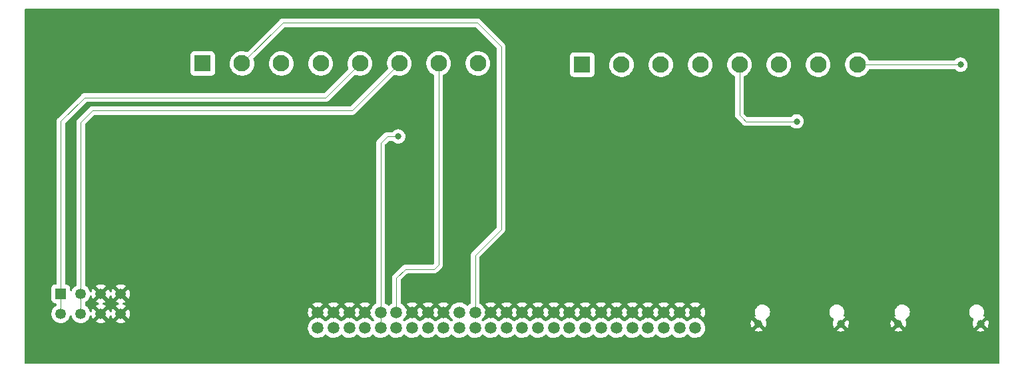
<source format=gbr>
G04 #@! TF.GenerationSoftware,KiCad,Pcbnew,(5.99.0-9973-gfb99c55869)*
G04 #@! TF.CreationDate,2022-03-18T17:34:01-07:00*
G04 #@! TF.ProjectId,v1,76312e6b-6963-4616-945f-706362585858,rev?*
G04 #@! TF.SameCoordinates,Original*
G04 #@! TF.FileFunction,Copper,L2,Bot*
G04 #@! TF.FilePolarity,Positive*
%FSLAX46Y46*%
G04 Gerber Fmt 4.6, Leading zero omitted, Abs format (unit mm)*
G04 Created by KiCad (PCBNEW (5.99.0-9973-gfb99c55869)) date 2022-03-18 17:34:01*
%MOMM*%
%LPD*%
G01*
G04 APERTURE LIST*
G04 #@! TA.AperFunction,ComponentPad*
%ADD10R,1.350000X1.350000*%
G04 #@! TD*
G04 #@! TA.AperFunction,ComponentPad*
%ADD11C,1.350000*%
G04 #@! TD*
G04 #@! TA.AperFunction,ComponentPad*
%ADD12R,2.100000X2.100000*%
G04 #@! TD*
G04 #@! TA.AperFunction,ComponentPad*
%ADD13C,2.100000*%
G04 #@! TD*
G04 #@! TA.AperFunction,ComponentPad*
%ADD14C,1.000000*%
G04 #@! TD*
G04 #@! TA.AperFunction,ComponentPad*
%ADD15C,1.489990*%
G04 #@! TD*
G04 #@! TA.AperFunction,ViaPad*
%ADD16C,0.800000*%
G04 #@! TD*
G04 #@! TA.AperFunction,Conductor*
%ADD17C,0.076200*%
G04 #@! TD*
G04 APERTURE END LIST*
D10*
X85869501Y-134847508D03*
D11*
X85869501Y-137387508D03*
X88409501Y-134847508D03*
X88409501Y-137387508D03*
X90949501Y-134847508D03*
X90949501Y-137387508D03*
X93489501Y-134847508D03*
X93489501Y-137387508D03*
D12*
X103912000Y-105518500D03*
D13*
X108912000Y-105518500D03*
X113912000Y-105518500D03*
X118912000Y-105518500D03*
X123912000Y-105518500D03*
X128912000Y-105518500D03*
X133912000Y-105518500D03*
X138912000Y-105518500D03*
D14*
X192387000Y-138640000D03*
X202837000Y-138640000D03*
X174607000Y-138640000D03*
X185057000Y-138640000D03*
D12*
X152172000Y-105664000D03*
D13*
X157172000Y-105664000D03*
X162172000Y-105664000D03*
X167172000Y-105664000D03*
X172172000Y-105664000D03*
X177172000Y-105664000D03*
X182172000Y-105664000D03*
X187172000Y-105664000D03*
D15*
X166553000Y-139192000D03*
X166553000Y-137192004D03*
X164553000Y-139192000D03*
X164553000Y-137192004D03*
X162553000Y-139192000D03*
X162553000Y-137192004D03*
X160553000Y-139192000D03*
X160553000Y-137192004D03*
X158553000Y-139192000D03*
X158553000Y-137192004D03*
X156553000Y-139192000D03*
X156553000Y-137192004D03*
X154553000Y-139192000D03*
X154553000Y-137192004D03*
X152553000Y-139192000D03*
X152553000Y-137192004D03*
X150553010Y-139192000D03*
X150553010Y-137192004D03*
X148552990Y-139192000D03*
X148552990Y-137192004D03*
X146552990Y-139192000D03*
X146552990Y-137192004D03*
X144553000Y-139192000D03*
X144553000Y-137192004D03*
X142553000Y-139192000D03*
X142553000Y-137192004D03*
X140553000Y-139192000D03*
X140553000Y-137192004D03*
X138553010Y-139192000D03*
X138553010Y-137192004D03*
X136553010Y-139192000D03*
X136553010Y-137192004D03*
X134552990Y-139192000D03*
X134552990Y-137192004D03*
X132553000Y-139192000D03*
X132553000Y-137192004D03*
X130553000Y-139192000D03*
X130553000Y-137192004D03*
X128553000Y-139192000D03*
X128553000Y-137192004D03*
X126553000Y-139192000D03*
X126553000Y-137192004D03*
X124553000Y-139192000D03*
X124553000Y-137192004D03*
X122553000Y-139192000D03*
X122553000Y-137192004D03*
X120553000Y-139192000D03*
X120553000Y-137192004D03*
X118553000Y-139192000D03*
X118553000Y-137192004D03*
D16*
X179451000Y-112903000D03*
X128778000Y-114808000D03*
X200279000Y-105664000D03*
D17*
X172974000Y-112903000D02*
X179451000Y-112903000D01*
X172593000Y-112522000D02*
X172974000Y-112903000D01*
X172172000Y-105664000D02*
X172172000Y-112101000D01*
X172172000Y-112101000D02*
X172593000Y-112522000D01*
X126553000Y-115636000D02*
X127381000Y-114808000D01*
X126553000Y-137192004D02*
X126553000Y-115636000D01*
X127381000Y-114808000D02*
X128778000Y-114808000D01*
X187172000Y-105664000D02*
X200279000Y-105664000D01*
X138553010Y-129924990D02*
X138553010Y-137192004D01*
X108912000Y-105518500D02*
X114100500Y-100330000D01*
X114100500Y-100330000D02*
X138811000Y-100330000D01*
X138811000Y-100330000D02*
X141859000Y-103378000D01*
X141859000Y-103378000D02*
X141859000Y-126619000D01*
X141859000Y-126619000D02*
X138553010Y-129924990D01*
X126553000Y-137192004D02*
X126553000Y-139192000D01*
X128553000Y-132813000D02*
X128553000Y-137192004D01*
X133912000Y-105518500D02*
X133912000Y-131137000D01*
X133912000Y-131137000D02*
X133350000Y-131699000D01*
X133350000Y-131699000D02*
X129667000Y-131699000D01*
X129667000Y-131699000D02*
X128553000Y-132813000D01*
X119761000Y-111506000D02*
X89916000Y-111506000D01*
X119761000Y-111506000D02*
X122936000Y-111506000D01*
X119830905Y-111506000D02*
X119761000Y-111506000D01*
X123178500Y-111263500D02*
X122936000Y-111506000D01*
X123178500Y-111252000D02*
X123178500Y-111263500D01*
X128912000Y-105518500D02*
X123178500Y-111252000D01*
X129140500Y-105518500D02*
X129159000Y-105537000D01*
X128912000Y-105518500D02*
X129140500Y-105518500D01*
X88409501Y-137387508D02*
X88409501Y-134847508D01*
X88409501Y-113012499D02*
X88409501Y-134847508D01*
X89916000Y-111506000D02*
X88409501Y-113012499D01*
X85869501Y-134847508D02*
X85869501Y-137387508D01*
X119575500Y-109855000D02*
X88900000Y-109855000D01*
X123912000Y-105518500D02*
X119575500Y-109855000D01*
X88900000Y-109855000D02*
X85869501Y-112885499D01*
X85869501Y-112885499D02*
X85869501Y-134847508D01*
G04 #@! TA.AperFunction,Conductor*
G36*
X205174121Y-98572002D02*
G01*
X205220614Y-98625658D01*
X205232000Y-98678000D01*
X205232000Y-143638000D01*
X205211998Y-143706121D01*
X205158342Y-143752614D01*
X205106000Y-143764000D01*
X81406000Y-143764000D01*
X81337879Y-143743998D01*
X81291386Y-143690342D01*
X81280000Y-143638000D01*
X81280000Y-134172508D01*
X84681001Y-134172508D01*
X84681001Y-135522508D01*
X84686228Y-135595587D01*
X84694396Y-135623404D01*
X84713335Y-135687904D01*
X84727405Y-135735824D01*
X84732276Y-135743403D01*
X84801552Y-135851199D01*
X84801554Y-135851202D01*
X84806424Y-135858779D01*
X84813234Y-135864680D01*
X84910070Y-135948590D01*
X84910073Y-135948592D01*
X84916882Y-135954492D01*
X84925080Y-135958236D01*
X85020851Y-136001973D01*
X85049831Y-136015208D01*
X85058746Y-136016490D01*
X85058747Y-136016490D01*
X85190053Y-136035369D01*
X85190060Y-136035370D01*
X85194501Y-136036008D01*
X85198995Y-136036008D01*
X85203487Y-136036329D01*
X85203374Y-136037909D01*
X85265022Y-136056010D01*
X85311515Y-136109666D01*
X85322901Y-136162008D01*
X85322901Y-136263920D01*
X85302899Y-136332041D01*
X85261324Y-136372205D01*
X85242754Y-136383253D01*
X85170918Y-136425991D01*
X85153210Y-136441521D01*
X85011739Y-136565588D01*
X85011736Y-136565591D01*
X85007394Y-136569399D01*
X84872741Y-136740205D01*
X84870052Y-136745316D01*
X84870050Y-136745319D01*
X84801072Y-136876425D01*
X84771470Y-136932689D01*
X84760151Y-136969144D01*
X84709564Y-137132062D01*
X84706973Y-137140405D01*
X84681408Y-137356397D01*
X84695633Y-137573430D01*
X84697054Y-137579026D01*
X84697055Y-137579031D01*
X84747751Y-137778642D01*
X84749172Y-137784237D01*
X84751589Y-137789480D01*
X84769100Y-137827464D01*
X84840230Y-137981758D01*
X84965759Y-138159377D01*
X85121554Y-138311146D01*
X85126350Y-138314351D01*
X85126353Y-138314353D01*
X85228835Y-138382829D01*
X85302398Y-138431982D01*
X85307701Y-138434260D01*
X85307704Y-138434262D01*
X85385570Y-138467716D01*
X85502234Y-138517839D01*
X85714371Y-138565840D01*
X85720145Y-138566067D01*
X85720146Y-138566067D01*
X85763094Y-138567754D01*
X85931702Y-138574379D01*
X86146951Y-138543170D01*
X86152415Y-138541315D01*
X86152420Y-138541314D01*
X86347436Y-138475115D01*
X86347441Y-138475113D01*
X86352908Y-138473257D01*
X86358760Y-138469980D01*
X86441727Y-138423516D01*
X86542675Y-138366982D01*
X86548245Y-138362350D01*
X86705465Y-138231590D01*
X86709897Y-138227904D01*
X86754723Y-138174007D01*
X86845281Y-138065124D01*
X86845283Y-138065121D01*
X86848975Y-138060682D01*
X86942055Y-137894476D01*
X86952426Y-137875958D01*
X86952427Y-137875956D01*
X86955250Y-137870915D01*
X87017920Y-137686294D01*
X87022125Y-137673908D01*
X87062962Y-137615832D01*
X87128715Y-137589054D01*
X87198507Y-137602075D01*
X87250181Y-137650762D01*
X87263561Y-137683395D01*
X87287750Y-137778640D01*
X87287751Y-137778642D01*
X87289172Y-137784237D01*
X87291589Y-137789480D01*
X87309100Y-137827464D01*
X87380230Y-137981758D01*
X87505759Y-138159377D01*
X87661554Y-138311146D01*
X87666350Y-138314351D01*
X87666353Y-138314353D01*
X87768835Y-138382829D01*
X87842398Y-138431982D01*
X87847701Y-138434260D01*
X87847704Y-138434262D01*
X87925570Y-138467716D01*
X88042234Y-138517839D01*
X88254371Y-138565840D01*
X88260145Y-138566067D01*
X88260146Y-138566067D01*
X88303094Y-138567754D01*
X88471702Y-138574379D01*
X88686951Y-138543170D01*
X88692415Y-138541315D01*
X88692420Y-138541314D01*
X88887436Y-138475115D01*
X88887441Y-138475113D01*
X88892908Y-138473257D01*
X88898760Y-138469980D01*
X88981727Y-138423516D01*
X89054378Y-138382829D01*
X90318540Y-138382829D01*
X90328422Y-138395318D01*
X90377832Y-138428333D01*
X90387945Y-138433824D01*
X90577086Y-138515085D01*
X90588019Y-138518637D01*
X90788799Y-138564069D01*
X90800209Y-138565571D01*
X91005908Y-138573653D01*
X91017390Y-138573051D01*
X91221120Y-138543512D01*
X91232303Y-138540827D01*
X91427236Y-138474656D01*
X91437739Y-138469980D01*
X91572589Y-138394461D01*
X91582452Y-138384386D01*
X91581852Y-138382829D01*
X92858540Y-138382829D01*
X92868422Y-138395318D01*
X92917832Y-138428333D01*
X92927945Y-138433824D01*
X93117086Y-138515085D01*
X93128019Y-138518637D01*
X93328799Y-138564069D01*
X93340209Y-138565571D01*
X93545908Y-138573653D01*
X93557390Y-138573051D01*
X93761120Y-138543512D01*
X93772303Y-138540827D01*
X93967236Y-138474656D01*
X93977739Y-138469980D01*
X94112589Y-138394461D01*
X94122452Y-138384386D01*
X94119496Y-138376714D01*
X93502312Y-137759529D01*
X93488369Y-137751916D01*
X93486535Y-137752047D01*
X93479921Y-137756298D01*
X92864733Y-138371487D01*
X92858540Y-138382829D01*
X91581852Y-138382829D01*
X91579496Y-138376714D01*
X90962312Y-137759529D01*
X90948369Y-137751916D01*
X90946535Y-137752047D01*
X90939921Y-137756298D01*
X90324733Y-138371487D01*
X90318540Y-138382829D01*
X89054378Y-138382829D01*
X89082675Y-138366982D01*
X89088245Y-138362350D01*
X89245465Y-138231590D01*
X89249897Y-138227904D01*
X89294723Y-138174007D01*
X89385281Y-138065124D01*
X89385283Y-138065121D01*
X89388975Y-138060682D01*
X89482055Y-137894476D01*
X89492426Y-137875958D01*
X89492427Y-137875956D01*
X89495250Y-137870915D01*
X89556624Y-137690112D01*
X89562419Y-137673042D01*
X89603256Y-137614966D01*
X89669009Y-137588188D01*
X89738801Y-137601209D01*
X89790475Y-137649896D01*
X89803855Y-137682529D01*
X89828221Y-137778471D01*
X89832062Y-137789318D01*
X89918245Y-137976263D01*
X89923996Y-137986224D01*
X89941523Y-138011024D01*
X89952113Y-138019413D01*
X89965412Y-138012386D01*
X90577480Y-137400319D01*
X90583857Y-137388640D01*
X91313909Y-137388640D01*
X91314040Y-137390474D01*
X91318291Y-137397088D01*
X91934796Y-138013592D01*
X91947171Y-138020349D01*
X91953751Y-138015423D01*
X92031973Y-137875746D01*
X92036649Y-137865243D01*
X92102193Y-137672155D01*
X92143030Y-137614079D01*
X92208782Y-137587300D01*
X92278575Y-137600321D01*
X92330248Y-137649008D01*
X92343629Y-137681641D01*
X92368221Y-137778471D01*
X92372062Y-137789318D01*
X92458245Y-137976263D01*
X92463996Y-137986224D01*
X92481523Y-138011024D01*
X92492113Y-138019413D01*
X92505412Y-138012386D01*
X93117480Y-137400319D01*
X93123857Y-137388640D01*
X93853909Y-137388640D01*
X93854040Y-137390474D01*
X93858291Y-137397088D01*
X94474796Y-138013592D01*
X94487171Y-138020349D01*
X94493751Y-138015423D01*
X94571973Y-137875746D01*
X94576649Y-137865243D01*
X94642820Y-137670310D01*
X94645505Y-137659127D01*
X94675340Y-137453357D01*
X94675970Y-137445974D01*
X94677404Y-137391212D01*
X94677161Y-137383813D01*
X94666280Y-137265388D01*
X117297634Y-137265388D01*
X117298336Y-137276540D01*
X117330469Y-137486532D01*
X117333135Y-137497385D01*
X117401945Y-137698365D01*
X117406496Y-137708585D01*
X117494484Y-137866668D01*
X117504537Y-137876559D01*
X117512140Y-137873653D01*
X118180979Y-137204815D01*
X118187356Y-137193136D01*
X118917408Y-137193136D01*
X118917539Y-137194970D01*
X118921790Y-137201584D01*
X119540192Y-137819985D01*
X119554130Y-137827596D01*
X119555966Y-137827464D01*
X119562578Y-137823215D01*
X120180979Y-137204815D01*
X120187356Y-137193136D01*
X120917408Y-137193136D01*
X120917539Y-137194970D01*
X120921790Y-137201584D01*
X121540192Y-137819985D01*
X121554130Y-137827596D01*
X121555966Y-137827464D01*
X121562578Y-137823215D01*
X122180979Y-137204815D01*
X122187356Y-137193136D01*
X122917408Y-137193136D01*
X122917539Y-137194970D01*
X122921790Y-137201584D01*
X123540192Y-137819985D01*
X123554130Y-137827596D01*
X123555966Y-137827464D01*
X123562578Y-137823215D01*
X124180979Y-137204815D01*
X124188592Y-137190872D01*
X124188461Y-137189038D01*
X124184210Y-137182424D01*
X123565808Y-136564023D01*
X123551870Y-136556412D01*
X123550034Y-136556544D01*
X123543422Y-136560793D01*
X122925021Y-137179193D01*
X122917408Y-137193136D01*
X122187356Y-137193136D01*
X122188592Y-137190872D01*
X122188461Y-137189038D01*
X122184210Y-137182424D01*
X121565808Y-136564023D01*
X121551870Y-136556412D01*
X121550034Y-136556544D01*
X121543422Y-136560793D01*
X120925021Y-137179193D01*
X120917408Y-137193136D01*
X120187356Y-137193136D01*
X120188592Y-137190872D01*
X120188461Y-137189038D01*
X120184210Y-137182424D01*
X119565808Y-136564023D01*
X119551870Y-136556412D01*
X119550034Y-136556544D01*
X119543422Y-136560793D01*
X118925021Y-137179193D01*
X118917408Y-137193136D01*
X118187356Y-137193136D01*
X118188592Y-137190872D01*
X118188461Y-137189038D01*
X118184210Y-137182424D01*
X117518381Y-136516596D01*
X117506006Y-136509839D01*
X117498034Y-136515807D01*
X117435097Y-136616137D01*
X117430025Y-136626093D01*
X117350793Y-136823189D01*
X117347558Y-136833904D01*
X117304480Y-137041917D01*
X117303195Y-137053024D01*
X117297634Y-137265388D01*
X94666280Y-137265388D01*
X94658137Y-137176769D01*
X94656039Y-137165448D01*
X94600164Y-136967331D01*
X94596039Y-136956584D01*
X94504992Y-136771958D01*
X94499109Y-136762358D01*
X94487911Y-136753955D01*
X94475495Y-136760725D01*
X93861522Y-137374697D01*
X93853909Y-137388640D01*
X93123857Y-137388640D01*
X93125093Y-137386376D01*
X93124962Y-137384542D01*
X93120711Y-137377928D01*
X92502555Y-136759773D01*
X92490180Y-136753016D01*
X92484214Y-136757482D01*
X92394624Y-136927764D01*
X92390219Y-136938398D01*
X92339123Y-137102953D01*
X92299820Y-137162078D01*
X92234790Y-137190569D01*
X92164681Y-137179379D01*
X92111751Y-137132062D01*
X92097521Y-137099790D01*
X92060164Y-136967331D01*
X92056039Y-136956584D01*
X91964992Y-136771958D01*
X91959109Y-136762358D01*
X91947911Y-136753955D01*
X91935495Y-136760725D01*
X91321522Y-137374697D01*
X91313909Y-137388640D01*
X90583857Y-137388640D01*
X90585093Y-137386376D01*
X90584962Y-137384542D01*
X90580711Y-137377928D01*
X89962555Y-136759773D01*
X89950180Y-136753016D01*
X89944214Y-136757482D01*
X89854624Y-136927764D01*
X89850219Y-136938398D01*
X89799394Y-137102081D01*
X89760091Y-137161206D01*
X89695061Y-137189697D01*
X89624952Y-137178507D01*
X89572022Y-137131190D01*
X89557792Y-137098918D01*
X89521192Y-136969144D01*
X89519061Y-136961588D01*
X89452984Y-136827596D01*
X89425419Y-136771698D01*
X89425416Y-136771694D01*
X89422864Y-136766518D01*
X89371885Y-136698248D01*
X89296182Y-136596870D01*
X89296181Y-136596869D01*
X89292729Y-136592246D01*
X89288493Y-136588330D01*
X89137255Y-136448528D01*
X89137253Y-136448526D01*
X89133014Y-136444608D01*
X89128136Y-136441530D01*
X89128124Y-136441521D01*
X89048864Y-136391512D01*
X90317618Y-136391512D01*
X90321104Y-136399900D01*
X90936690Y-137015487D01*
X90950633Y-137023100D01*
X90952467Y-137022969D01*
X90959081Y-137018718D01*
X91574114Y-136403684D01*
X91580760Y-136391512D01*
X92857618Y-136391512D01*
X92861104Y-136399900D01*
X93476690Y-137015487D01*
X93490633Y-137023100D01*
X93492467Y-137022969D01*
X93499081Y-137018718D01*
X94114114Y-136403684D01*
X94120871Y-136391309D01*
X94114841Y-136383253D01*
X94033722Y-136332071D01*
X94023479Y-136326853D01*
X93832275Y-136250570D01*
X93821249Y-136247304D01*
X93793765Y-136241837D01*
X93730856Y-136208929D01*
X93695724Y-136147234D01*
X93695954Y-136142949D01*
X117868499Y-136142949D01*
X117875130Y-136154923D01*
X118540189Y-136819983D01*
X118554132Y-136827596D01*
X118555966Y-136827465D01*
X118562580Y-136823214D01*
X119228255Y-136157538D01*
X119234476Y-136146145D01*
X119231954Y-136142949D01*
X119868499Y-136142949D01*
X119875130Y-136154923D01*
X120540189Y-136819983D01*
X120554132Y-136827596D01*
X120555966Y-136827465D01*
X120562580Y-136823214D01*
X121228255Y-136157538D01*
X121234476Y-136146145D01*
X121231954Y-136142949D01*
X121868499Y-136142949D01*
X121875130Y-136154923D01*
X122540189Y-136819983D01*
X122554132Y-136827596D01*
X122555966Y-136827465D01*
X122562580Y-136823214D01*
X123228255Y-136157538D01*
X123234476Y-136146145D01*
X123231954Y-136142949D01*
X123868499Y-136142949D01*
X123875130Y-136154923D01*
X124540189Y-136819983D01*
X124554132Y-136827596D01*
X124555966Y-136827465D01*
X124562580Y-136823214D01*
X125228255Y-136157538D01*
X125234476Y-136146145D01*
X125224664Y-136133710D01*
X125163704Y-136092746D01*
X125153904Y-136087359D01*
X124959391Y-136001973D01*
X124948792Y-135998406D01*
X124742229Y-135948814D01*
X124731167Y-135947181D01*
X124519092Y-135934953D01*
X124507908Y-135935305D01*
X124297020Y-135960825D01*
X124286086Y-135963149D01*
X124083039Y-136025614D01*
X124072695Y-136029835D01*
X123883919Y-136127271D01*
X123876516Y-136131969D01*
X123868499Y-136142949D01*
X123231954Y-136142949D01*
X123224664Y-136133710D01*
X123163704Y-136092746D01*
X123153904Y-136087359D01*
X122959391Y-136001973D01*
X122948792Y-135998406D01*
X122742229Y-135948814D01*
X122731167Y-135947181D01*
X122519092Y-135934953D01*
X122507908Y-135935305D01*
X122297020Y-135960825D01*
X122286086Y-135963149D01*
X122083039Y-136025614D01*
X122072695Y-136029835D01*
X121883919Y-136127271D01*
X121876516Y-136131969D01*
X121868499Y-136142949D01*
X121231954Y-136142949D01*
X121224664Y-136133710D01*
X121163704Y-136092746D01*
X121153904Y-136087359D01*
X120959391Y-136001973D01*
X120948792Y-135998406D01*
X120742229Y-135948814D01*
X120731167Y-135947181D01*
X120519092Y-135934953D01*
X120507908Y-135935305D01*
X120297020Y-135960825D01*
X120286086Y-135963149D01*
X120083039Y-136025614D01*
X120072695Y-136029835D01*
X119883919Y-136127271D01*
X119876516Y-136131969D01*
X119868499Y-136142949D01*
X119231954Y-136142949D01*
X119224664Y-136133710D01*
X119163704Y-136092746D01*
X119153904Y-136087359D01*
X118959391Y-136001973D01*
X118948792Y-135998406D01*
X118742229Y-135948814D01*
X118731167Y-135947181D01*
X118519092Y-135934953D01*
X118507908Y-135935305D01*
X118297020Y-135960825D01*
X118286086Y-135963149D01*
X118083039Y-136025614D01*
X118072695Y-136029835D01*
X117883919Y-136127271D01*
X117876516Y-136131969D01*
X117868499Y-136142949D01*
X93695954Y-136142949D01*
X93699524Y-136076340D01*
X93741050Y-136018754D01*
X93777846Y-135998945D01*
X93967236Y-135934656D01*
X93977739Y-135929980D01*
X94112589Y-135854461D01*
X94122452Y-135844386D01*
X94119496Y-135836714D01*
X93502312Y-135219529D01*
X93488369Y-135211916D01*
X93486535Y-135212047D01*
X93479921Y-135216298D01*
X92864733Y-135831487D01*
X92858540Y-135842829D01*
X92868422Y-135855318D01*
X92917832Y-135888333D01*
X92927945Y-135893824D01*
X93117086Y-135975085D01*
X93128017Y-135978636D01*
X93189987Y-135992659D01*
X93252013Y-136027202D01*
X93285517Y-136089796D01*
X93279863Y-136160567D01*
X93236844Y-136217046D01*
X93192828Y-136235764D01*
X93193297Y-136237515D01*
X93176601Y-136241989D01*
X92983470Y-136313239D01*
X92973092Y-136318189D01*
X92867216Y-136381179D01*
X92857618Y-136391512D01*
X91580760Y-136391512D01*
X91580871Y-136391309D01*
X91574841Y-136383253D01*
X91493722Y-136332071D01*
X91483479Y-136326853D01*
X91292275Y-136250570D01*
X91281249Y-136247304D01*
X91253765Y-136241837D01*
X91190856Y-136208929D01*
X91155724Y-136147234D01*
X91159524Y-136076340D01*
X91201050Y-136018754D01*
X91237846Y-135998945D01*
X91427236Y-135934656D01*
X91437739Y-135929980D01*
X91572589Y-135854461D01*
X91582452Y-135844386D01*
X91579496Y-135836714D01*
X90962312Y-135219529D01*
X90948369Y-135211916D01*
X90946535Y-135212047D01*
X90939921Y-135216298D01*
X90324733Y-135831487D01*
X90318540Y-135842829D01*
X90328422Y-135855318D01*
X90377832Y-135888333D01*
X90387945Y-135893824D01*
X90577086Y-135975085D01*
X90588017Y-135978636D01*
X90649987Y-135992659D01*
X90712013Y-136027202D01*
X90745517Y-136089796D01*
X90739863Y-136160567D01*
X90696844Y-136217046D01*
X90652828Y-136235764D01*
X90653297Y-136237515D01*
X90636601Y-136241989D01*
X90443470Y-136313239D01*
X90433092Y-136318189D01*
X90327216Y-136381179D01*
X90317618Y-136391512D01*
X89048864Y-136391512D01*
X89014865Y-136370060D01*
X88967927Y-136316794D01*
X88956101Y-136263499D01*
X88956101Y-135971716D01*
X88976103Y-135903595D01*
X89020532Y-135861784D01*
X89082675Y-135826982D01*
X89114965Y-135800127D01*
X89245465Y-135691590D01*
X89249897Y-135687904D01*
X89275701Y-135656878D01*
X89385281Y-135525124D01*
X89385283Y-135525121D01*
X89388975Y-135520682D01*
X89495250Y-135330915D01*
X89546846Y-135178918D01*
X89562419Y-135133042D01*
X89603256Y-135074966D01*
X89669009Y-135048188D01*
X89738801Y-135061209D01*
X89790475Y-135109896D01*
X89803855Y-135142529D01*
X89828221Y-135238471D01*
X89832062Y-135249318D01*
X89918245Y-135436263D01*
X89923996Y-135446224D01*
X89941523Y-135471024D01*
X89952113Y-135479413D01*
X89965412Y-135472386D01*
X90577480Y-134860319D01*
X90583857Y-134848640D01*
X91313909Y-134848640D01*
X91314040Y-134850474D01*
X91318291Y-134857088D01*
X91934796Y-135473592D01*
X91947171Y-135480349D01*
X91953751Y-135475423D01*
X92031973Y-135335746D01*
X92036649Y-135325243D01*
X92102193Y-135132155D01*
X92143030Y-135074079D01*
X92208782Y-135047300D01*
X92278575Y-135060321D01*
X92330248Y-135109008D01*
X92343629Y-135141641D01*
X92368221Y-135238471D01*
X92372062Y-135249318D01*
X92458245Y-135436263D01*
X92463996Y-135446224D01*
X92481523Y-135471024D01*
X92492113Y-135479413D01*
X92505412Y-135472386D01*
X93117480Y-134860319D01*
X93123857Y-134848640D01*
X93853909Y-134848640D01*
X93854040Y-134850474D01*
X93858291Y-134857088D01*
X94474796Y-135473592D01*
X94487171Y-135480349D01*
X94493751Y-135475423D01*
X94571973Y-135335746D01*
X94576649Y-135325243D01*
X94642820Y-135130310D01*
X94645505Y-135119127D01*
X94675340Y-134913357D01*
X94675970Y-134905974D01*
X94677404Y-134851212D01*
X94677161Y-134843813D01*
X94658137Y-134636769D01*
X94656039Y-134625448D01*
X94600164Y-134427331D01*
X94596039Y-134416584D01*
X94504992Y-134231958D01*
X94499109Y-134222358D01*
X94487911Y-134213955D01*
X94475495Y-134220725D01*
X93861522Y-134834697D01*
X93853909Y-134848640D01*
X93123857Y-134848640D01*
X93125093Y-134846376D01*
X93124962Y-134844542D01*
X93120711Y-134837928D01*
X92502555Y-134219773D01*
X92490180Y-134213016D01*
X92484214Y-134217482D01*
X92394624Y-134387764D01*
X92390219Y-134398398D01*
X92339123Y-134562953D01*
X92299820Y-134622078D01*
X92234790Y-134650569D01*
X92164681Y-134639379D01*
X92111751Y-134592062D01*
X92097521Y-134559790D01*
X92060164Y-134427331D01*
X92056039Y-134416584D01*
X91964992Y-134231958D01*
X91959109Y-134222358D01*
X91947911Y-134213955D01*
X91935495Y-134220725D01*
X91321522Y-134834697D01*
X91313909Y-134848640D01*
X90583857Y-134848640D01*
X90585093Y-134846376D01*
X90584962Y-134844542D01*
X90580711Y-134837928D01*
X89962555Y-134219773D01*
X89950180Y-134213016D01*
X89944214Y-134217482D01*
X89854624Y-134387764D01*
X89850219Y-134398398D01*
X89799394Y-134562081D01*
X89760091Y-134621206D01*
X89695061Y-134649697D01*
X89624952Y-134638507D01*
X89572022Y-134591190D01*
X89557792Y-134558918D01*
X89542102Y-134503287D01*
X89519061Y-134421588D01*
X89425547Y-134231958D01*
X89425419Y-134231698D01*
X89425416Y-134231694D01*
X89422864Y-134226518D01*
X89332995Y-134106168D01*
X89296182Y-134056870D01*
X89296181Y-134056869D01*
X89292729Y-134052246D01*
X89275970Y-134036754D01*
X89137255Y-133908528D01*
X89137253Y-133908526D01*
X89133014Y-133904608D01*
X89128136Y-133901530D01*
X89128124Y-133901521D01*
X89048864Y-133851512D01*
X90317618Y-133851512D01*
X90321104Y-133859900D01*
X90936690Y-134475487D01*
X90950633Y-134483100D01*
X90952467Y-134482969D01*
X90959081Y-134478718D01*
X91574114Y-133863684D01*
X91580760Y-133851512D01*
X92857618Y-133851512D01*
X92861104Y-133859900D01*
X93476690Y-134475487D01*
X93490633Y-134483100D01*
X93492467Y-134482969D01*
X93499081Y-134478718D01*
X94114114Y-133863684D01*
X94120871Y-133851309D01*
X94114841Y-133843253D01*
X94033722Y-133792071D01*
X94023479Y-133786853D01*
X93832275Y-133710570D01*
X93821247Y-133707303D01*
X93619348Y-133667143D01*
X93607902Y-133665940D01*
X93402074Y-133663246D01*
X93390594Y-133664149D01*
X93187721Y-133699009D01*
X93176601Y-133701989D01*
X92983470Y-133773239D01*
X92973092Y-133778189D01*
X92867216Y-133841179D01*
X92857618Y-133851512D01*
X91580760Y-133851512D01*
X91580871Y-133851309D01*
X91574841Y-133843253D01*
X91493722Y-133792071D01*
X91483479Y-133786853D01*
X91292275Y-133710570D01*
X91281247Y-133707303D01*
X91079348Y-133667143D01*
X91067902Y-133665940D01*
X90862074Y-133663246D01*
X90850594Y-133664149D01*
X90647721Y-133699009D01*
X90636601Y-133701989D01*
X90443470Y-133773239D01*
X90433092Y-133778189D01*
X90327216Y-133841179D01*
X90317618Y-133851512D01*
X89048864Y-133851512D01*
X89014865Y-133830060D01*
X88967927Y-133776794D01*
X88956101Y-133723499D01*
X88956101Y-113291098D01*
X88976103Y-113222977D01*
X88993006Y-113202003D01*
X90105504Y-112089505D01*
X90167816Y-112055479D01*
X90194599Y-112052600D01*
X122924388Y-112052600D01*
X122929663Y-112052711D01*
X122987910Y-112055152D01*
X123029933Y-112045296D01*
X123041589Y-112043136D01*
X123060639Y-112040526D01*
X123075826Y-112038446D01*
X123075827Y-112038446D01*
X123084336Y-112037280D01*
X123097956Y-112031387D01*
X123119224Y-112024353D01*
X123125309Y-112022926D01*
X123125312Y-112022925D01*
X123133676Y-112020963D01*
X123171487Y-112000176D01*
X123182145Y-111994955D01*
X123183187Y-111994504D01*
X123221744Y-111977819D01*
X123233282Y-111968476D01*
X123251866Y-111955988D01*
X123264878Y-111948834D01*
X123274357Y-111940652D01*
X123298275Y-111916734D01*
X123308076Y-111907909D01*
X123331424Y-111889002D01*
X123331427Y-111888999D01*
X123338099Y-111883596D01*
X123348397Y-111869105D01*
X123362004Y-111853005D01*
X123556772Y-111658237D01*
X123560580Y-111654584D01*
X123597197Y-111620913D01*
X123597198Y-111620912D01*
X123603515Y-111615103D01*
X123620489Y-111587727D01*
X123638480Y-111565029D01*
X128202910Y-107000599D01*
X128265222Y-106966573D01*
X128336384Y-106972378D01*
X128336437Y-106972206D01*
X128355716Y-106978100D01*
X128571413Y-107044045D01*
X128571415Y-107044045D01*
X128576261Y-107045527D01*
X128581282Y-107046215D01*
X128581283Y-107046215D01*
X128807881Y-107077255D01*
X128824723Y-107079562D01*
X128895902Y-107077822D01*
X129070369Y-107073559D01*
X129070373Y-107073559D01*
X129075430Y-107073435D01*
X129321933Y-107027303D01*
X129372178Y-107009214D01*
X129474494Y-106972378D01*
X129557889Y-106942354D01*
X129566585Y-106937534D01*
X129772797Y-106823228D01*
X129777228Y-106820772D01*
X129781206Y-106817642D01*
X129781210Y-106817639D01*
X129970330Y-106668816D01*
X129970331Y-106668815D01*
X129974306Y-106665687D01*
X129996475Y-106641579D01*
X130140632Y-106484810D01*
X130140635Y-106484806D01*
X130144055Y-106481087D01*
X130238435Y-106337952D01*
X130279316Y-106275952D01*
X130279317Y-106275951D01*
X130282105Y-106271722D01*
X130284181Y-106267103D01*
X130382833Y-106047595D01*
X130382835Y-106047589D01*
X130384907Y-106042979D01*
X130386215Y-106038098D01*
X130386217Y-106038092D01*
X130448506Y-105805624D01*
X130448506Y-105805623D01*
X130449814Y-105800742D01*
X130475157Y-105551243D01*
X130475500Y-105518500D01*
X130471926Y-105474073D01*
X130455794Y-105273567D01*
X130455793Y-105273562D01*
X130455388Y-105268526D01*
X130431307Y-105170483D01*
X130396775Y-105029896D01*
X130396774Y-105029893D01*
X130395568Y-105024983D01*
X130297579Y-104794137D01*
X130294881Y-104789852D01*
X130294878Y-104789847D01*
X130189078Y-104621841D01*
X130163943Y-104581927D01*
X129998098Y-104393812D01*
X129804311Y-104234633D01*
X129587566Y-104108485D01*
X129439589Y-104051682D01*
X129358165Y-104020426D01*
X129358161Y-104020425D01*
X129353441Y-104018613D01*
X129348491Y-104017579D01*
X129348488Y-104017578D01*
X129112910Y-103968363D01*
X129112906Y-103968363D01*
X129107959Y-103967329D01*
X128857435Y-103955952D01*
X128852415Y-103956533D01*
X128852411Y-103956533D01*
X128761088Y-103967100D01*
X128608315Y-103984777D01*
X128603441Y-103986156D01*
X128603437Y-103986157D01*
X128371877Y-104051682D01*
X128371875Y-104051683D01*
X128367008Y-104053060D01*
X128362433Y-104055194D01*
X128362426Y-104055196D01*
X128212642Y-104125042D01*
X128139722Y-104159045D01*
X128135542Y-104161886D01*
X128135538Y-104161888D01*
X128078434Y-104200696D01*
X127932305Y-104300005D01*
X127885169Y-104344579D01*
X127756506Y-104466250D01*
X127750093Y-104472314D01*
X127747015Y-104476340D01*
X127747014Y-104476341D01*
X127600847Y-104667519D01*
X127600844Y-104667523D01*
X127597774Y-104671539D01*
X127479267Y-104892554D01*
X127477621Y-104897335D01*
X127477619Y-104897339D01*
X127448725Y-104981254D01*
X127397620Y-105129673D01*
X127354935Y-105376796D01*
X127352309Y-105627564D01*
X127353066Y-105632567D01*
X127353066Y-105632572D01*
X127377738Y-105795712D01*
X127389809Y-105875527D01*
X127391355Y-105880344D01*
X127391356Y-105880346D01*
X127461605Y-106099146D01*
X127463385Y-106170121D01*
X127430732Y-106226759D01*
X122800228Y-110857263D01*
X122796420Y-110860916D01*
X122759806Y-110894584D01*
X122759804Y-110894586D01*
X122753485Y-110900397D01*
X122748960Y-110907695D01*
X122743980Y-110913715D01*
X122685146Y-110953453D01*
X122646895Y-110959400D01*
X89927605Y-110959400D01*
X89922328Y-110959289D01*
X89919309Y-110959162D01*
X89864090Y-110956848D01*
X89822067Y-110966704D01*
X89810411Y-110968864D01*
X89791361Y-110971474D01*
X89776174Y-110973554D01*
X89776173Y-110973554D01*
X89767664Y-110974720D01*
X89754046Y-110980613D01*
X89732776Y-110987647D01*
X89726691Y-110989074D01*
X89726688Y-110989075D01*
X89718324Y-110991037D01*
X89680514Y-111011823D01*
X89669857Y-111017044D01*
X89630256Y-111034181D01*
X89623582Y-111039586D01*
X89623581Y-111039586D01*
X89618718Y-111043524D01*
X89600134Y-111056012D01*
X89587122Y-111063166D01*
X89577643Y-111071348D01*
X89553725Y-111095266D01*
X89543924Y-111104091D01*
X89520576Y-111122998D01*
X89520573Y-111123001D01*
X89513901Y-111128404D01*
X89503603Y-111142895D01*
X89489996Y-111158995D01*
X88031229Y-112617762D01*
X88027421Y-112621415D01*
X87997945Y-112648520D01*
X87984486Y-112660896D01*
X87961739Y-112697583D01*
X87955035Y-112707338D01*
X87928940Y-112741717D01*
X87925777Y-112749706D01*
X87923477Y-112755514D01*
X87913415Y-112775520D01*
X87910118Y-112780838D01*
X87905589Y-112788143D01*
X87903192Y-112796394D01*
X87903191Y-112796396D01*
X87893551Y-112829579D01*
X87889705Y-112840812D01*
X87873823Y-112880924D01*
X87872419Y-112894283D01*
X87872271Y-112895690D01*
X87867960Y-112917662D01*
X87863818Y-112931920D01*
X87862901Y-112944408D01*
X87862901Y-112978235D01*
X87862211Y-112991406D01*
X87858173Y-113029825D01*
X87859605Y-113038290D01*
X87859605Y-113038300D01*
X87861136Y-113047349D01*
X87862901Y-113068362D01*
X87862901Y-133723920D01*
X87842899Y-133792041D01*
X87801324Y-133832205D01*
X87782754Y-133843253D01*
X87710918Y-133885991D01*
X87706575Y-133889800D01*
X87551739Y-134025588D01*
X87551736Y-134025591D01*
X87547394Y-134029399D01*
X87412741Y-134200205D01*
X87410052Y-134205316D01*
X87410050Y-134205319D01*
X87314165Y-134387566D01*
X87311470Y-134392689D01*
X87304334Y-134415671D01*
X87265031Y-134474796D01*
X87200002Y-134503287D01*
X87129892Y-134492097D01*
X87076962Y-134444780D01*
X87058001Y-134378307D01*
X87058001Y-134172508D01*
X87052774Y-134099429D01*
X87011597Y-133959192D01*
X86964553Y-133885991D01*
X86937450Y-133843817D01*
X86937448Y-133843814D01*
X86932578Y-133836237D01*
X86925449Y-133830060D01*
X86828932Y-133746426D01*
X86828929Y-133746424D01*
X86822120Y-133740524D01*
X86813922Y-133736780D01*
X86697365Y-133683550D01*
X86697364Y-133683550D01*
X86689171Y-133679808D01*
X86680256Y-133678526D01*
X86680255Y-133678526D01*
X86548949Y-133659647D01*
X86548942Y-133659646D01*
X86544501Y-133659008D01*
X86540007Y-133659008D01*
X86535515Y-133658687D01*
X86535628Y-133657107D01*
X86473980Y-133639006D01*
X86427487Y-133585350D01*
X86416101Y-133533008D01*
X86416101Y-113164098D01*
X86436103Y-113095977D01*
X86453006Y-113075003D01*
X89089504Y-110438505D01*
X89151816Y-110404479D01*
X89178599Y-110401600D01*
X119563888Y-110401600D01*
X119569163Y-110401711D01*
X119627410Y-110404152D01*
X119669433Y-110394296D01*
X119681089Y-110392136D01*
X119700139Y-110389526D01*
X119715326Y-110387446D01*
X119715327Y-110387446D01*
X119723836Y-110386280D01*
X119737456Y-110380387D01*
X119758724Y-110373353D01*
X119764809Y-110371926D01*
X119764812Y-110371925D01*
X119773176Y-110369963D01*
X119810987Y-110349176D01*
X119821645Y-110343955D01*
X119861244Y-110326819D01*
X119872782Y-110317476D01*
X119891366Y-110304988D01*
X119904378Y-110297834D01*
X119913857Y-110289652D01*
X119937775Y-110265734D01*
X119947576Y-110256909D01*
X119970924Y-110238002D01*
X119970927Y-110237999D01*
X119977599Y-110232596D01*
X119987897Y-110218105D01*
X120001504Y-110202005D01*
X123202910Y-107000599D01*
X123265222Y-106966573D01*
X123336384Y-106972378D01*
X123336437Y-106972206D01*
X123355716Y-106978100D01*
X123571413Y-107044045D01*
X123571415Y-107044045D01*
X123576261Y-107045527D01*
X123581282Y-107046215D01*
X123581283Y-107046215D01*
X123807881Y-107077255D01*
X123824723Y-107079562D01*
X123895902Y-107077822D01*
X124070369Y-107073559D01*
X124070373Y-107073559D01*
X124075430Y-107073435D01*
X124321933Y-107027303D01*
X124372178Y-107009214D01*
X124474494Y-106972378D01*
X124557889Y-106942354D01*
X124566585Y-106937534D01*
X124772797Y-106823228D01*
X124777228Y-106820772D01*
X124781206Y-106817642D01*
X124781210Y-106817639D01*
X124970330Y-106668816D01*
X124970331Y-106668815D01*
X124974306Y-106665687D01*
X124996475Y-106641579D01*
X125140632Y-106484810D01*
X125140635Y-106484806D01*
X125144055Y-106481087D01*
X125238435Y-106337952D01*
X125279316Y-106275952D01*
X125279317Y-106275951D01*
X125282105Y-106271722D01*
X125284181Y-106267103D01*
X125382833Y-106047595D01*
X125382835Y-106047589D01*
X125384907Y-106042979D01*
X125386215Y-106038098D01*
X125386217Y-106038092D01*
X125448506Y-105805624D01*
X125448506Y-105805623D01*
X125449814Y-105800742D01*
X125475157Y-105551243D01*
X125475500Y-105518500D01*
X125471926Y-105474073D01*
X125455794Y-105273567D01*
X125455793Y-105273562D01*
X125455388Y-105268526D01*
X125431307Y-105170483D01*
X125396775Y-105029896D01*
X125396774Y-105029893D01*
X125395568Y-105024983D01*
X125297579Y-104794137D01*
X125294881Y-104789852D01*
X125294878Y-104789847D01*
X125189078Y-104621841D01*
X125163943Y-104581927D01*
X124998098Y-104393812D01*
X124804311Y-104234633D01*
X124587566Y-104108485D01*
X124439589Y-104051682D01*
X124358165Y-104020426D01*
X124358161Y-104020425D01*
X124353441Y-104018613D01*
X124348491Y-104017579D01*
X124348488Y-104017578D01*
X124112910Y-103968363D01*
X124112906Y-103968363D01*
X124107959Y-103967329D01*
X123857435Y-103955952D01*
X123852415Y-103956533D01*
X123852411Y-103956533D01*
X123761088Y-103967100D01*
X123608315Y-103984777D01*
X123603441Y-103986156D01*
X123603437Y-103986157D01*
X123371877Y-104051682D01*
X123371875Y-104051683D01*
X123367008Y-104053060D01*
X123362433Y-104055194D01*
X123362426Y-104055196D01*
X123212642Y-104125042D01*
X123139722Y-104159045D01*
X123135542Y-104161886D01*
X123135538Y-104161888D01*
X123078434Y-104200696D01*
X122932305Y-104300005D01*
X122885169Y-104344579D01*
X122756506Y-104466250D01*
X122750093Y-104472314D01*
X122747015Y-104476340D01*
X122747014Y-104476341D01*
X122600847Y-104667519D01*
X122600844Y-104667523D01*
X122597774Y-104671539D01*
X122479267Y-104892554D01*
X122477621Y-104897335D01*
X122477619Y-104897339D01*
X122448725Y-104981254D01*
X122397620Y-105129673D01*
X122354935Y-105376796D01*
X122352309Y-105627564D01*
X122353066Y-105632567D01*
X122353066Y-105632572D01*
X122377738Y-105795712D01*
X122389809Y-105875527D01*
X122391355Y-105880344D01*
X122391356Y-105880346D01*
X122461605Y-106099146D01*
X122463385Y-106170121D01*
X122430732Y-106226759D01*
X119385996Y-109271495D01*
X119323684Y-109305521D01*
X119296901Y-109308400D01*
X88911612Y-109308400D01*
X88906336Y-109308289D01*
X88848090Y-109305848D01*
X88806067Y-109315704D01*
X88794411Y-109317864D01*
X88775361Y-109320474D01*
X88760174Y-109322554D01*
X88760173Y-109322554D01*
X88751664Y-109323720D01*
X88738046Y-109329613D01*
X88716776Y-109336647D01*
X88710691Y-109338074D01*
X88710688Y-109338075D01*
X88702324Y-109340037D01*
X88664514Y-109360823D01*
X88653857Y-109366044D01*
X88614256Y-109383181D01*
X88607582Y-109388586D01*
X88607581Y-109388586D01*
X88602718Y-109392524D01*
X88584134Y-109405012D01*
X88571122Y-109412166D01*
X88561643Y-109420348D01*
X88537725Y-109444266D01*
X88527924Y-109453091D01*
X88504576Y-109471998D01*
X88504573Y-109472001D01*
X88497901Y-109477404D01*
X88487603Y-109491895D01*
X88473996Y-109507995D01*
X85491229Y-112490762D01*
X85487421Y-112494415D01*
X85460119Y-112519521D01*
X85444486Y-112533896D01*
X85421739Y-112570583D01*
X85415035Y-112580338D01*
X85388940Y-112614717D01*
X85385777Y-112622706D01*
X85383477Y-112628514D01*
X85373415Y-112648520D01*
X85370118Y-112653838D01*
X85365589Y-112661143D01*
X85363192Y-112669394D01*
X85363191Y-112669396D01*
X85353551Y-112702579D01*
X85349705Y-112713812D01*
X85333823Y-112753924D01*
X85332557Y-112765968D01*
X85332271Y-112768690D01*
X85327960Y-112790662D01*
X85323818Y-112804920D01*
X85322901Y-112817408D01*
X85322901Y-112851235D01*
X85322211Y-112864406D01*
X85318173Y-112902825D01*
X85319605Y-112911290D01*
X85319605Y-112911300D01*
X85321136Y-112920349D01*
X85322901Y-112941362D01*
X85322901Y-133533008D01*
X85302899Y-133601129D01*
X85249243Y-133647622D01*
X85198985Y-133658555D01*
X85198998Y-133658928D01*
X85196929Y-133659002D01*
X85196901Y-133659008D01*
X85194501Y-133659008D01*
X85121422Y-133664235D01*
X85068385Y-133679808D01*
X84989831Y-133702873D01*
X84989829Y-133702874D01*
X84981185Y-133705412D01*
X84973606Y-133710283D01*
X84865810Y-133779559D01*
X84865807Y-133779561D01*
X84858230Y-133784431D01*
X84852329Y-133791241D01*
X84768419Y-133888077D01*
X84768417Y-133888080D01*
X84762517Y-133894889D01*
X84701801Y-134027838D01*
X84700519Y-134036753D01*
X84700519Y-134036754D01*
X84681640Y-134168060D01*
X84681639Y-134168067D01*
X84681001Y-134172508D01*
X81280000Y-134172508D01*
X81280000Y-104468500D01*
X102348500Y-104468500D01*
X102348500Y-106568500D01*
X102353727Y-106641579D01*
X102394904Y-106781816D01*
X102399775Y-106789395D01*
X102469051Y-106897191D01*
X102469053Y-106897194D01*
X102473923Y-106904771D01*
X102480733Y-106910672D01*
X102577569Y-106994582D01*
X102577572Y-106994584D01*
X102584381Y-107000484D01*
X102592579Y-107004228D01*
X102684518Y-107046215D01*
X102717330Y-107061200D01*
X102726245Y-107062482D01*
X102726246Y-107062482D01*
X102857552Y-107081361D01*
X102857559Y-107081362D01*
X102862000Y-107082000D01*
X104962000Y-107082000D01*
X105035079Y-107076773D01*
X105141494Y-107045527D01*
X105166670Y-107038135D01*
X105166672Y-107038134D01*
X105175316Y-107035596D01*
X105224125Y-107004228D01*
X105290691Y-106961449D01*
X105290694Y-106961447D01*
X105298271Y-106956577D01*
X105338048Y-106910672D01*
X105388082Y-106852931D01*
X105388084Y-106852928D01*
X105393984Y-106846119D01*
X105405560Y-106820772D01*
X105450958Y-106721364D01*
X105450958Y-106721363D01*
X105454700Y-106713170D01*
X105465962Y-106634840D01*
X105474861Y-106572948D01*
X105474862Y-106572941D01*
X105475500Y-106568500D01*
X105475500Y-105627564D01*
X107352309Y-105627564D01*
X107353066Y-105632567D01*
X107353066Y-105632572D01*
X107377738Y-105795712D01*
X107389809Y-105875527D01*
X107391355Y-105880344D01*
X107391356Y-105880346D01*
X107443572Y-106042979D01*
X107466472Y-106114304D01*
X107580325Y-106337752D01*
X107728438Y-106540123D01*
X107907002Y-106716210D01*
X108111421Y-106861484D01*
X108115959Y-106863717D01*
X108115964Y-106863720D01*
X108260611Y-106934895D01*
X108336437Y-106972206D01*
X108341283Y-106973687D01*
X108341284Y-106973688D01*
X108571413Y-107044045D01*
X108571415Y-107044045D01*
X108576261Y-107045527D01*
X108581282Y-107046215D01*
X108581283Y-107046215D01*
X108807881Y-107077255D01*
X108824723Y-107079562D01*
X108895902Y-107077822D01*
X109070369Y-107073559D01*
X109070373Y-107073559D01*
X109075430Y-107073435D01*
X109321933Y-107027303D01*
X109372178Y-107009214D01*
X109474494Y-106972378D01*
X109557889Y-106942354D01*
X109566585Y-106937534D01*
X109772797Y-106823228D01*
X109777228Y-106820772D01*
X109781206Y-106817642D01*
X109781210Y-106817639D01*
X109970330Y-106668816D01*
X109970331Y-106668815D01*
X109974306Y-106665687D01*
X109996475Y-106641579D01*
X110140632Y-106484810D01*
X110140635Y-106484806D01*
X110144055Y-106481087D01*
X110238435Y-106337952D01*
X110279316Y-106275952D01*
X110279317Y-106275951D01*
X110282105Y-106271722D01*
X110284181Y-106267103D01*
X110382833Y-106047595D01*
X110382835Y-106047589D01*
X110384907Y-106042979D01*
X110386215Y-106038098D01*
X110386217Y-106038092D01*
X110448506Y-105805624D01*
X110448506Y-105805623D01*
X110449814Y-105800742D01*
X110467405Y-105627564D01*
X112352309Y-105627564D01*
X112353066Y-105632567D01*
X112353066Y-105632572D01*
X112377738Y-105795712D01*
X112389809Y-105875527D01*
X112391355Y-105880344D01*
X112391356Y-105880346D01*
X112443572Y-106042979D01*
X112466472Y-106114304D01*
X112580325Y-106337752D01*
X112728438Y-106540123D01*
X112907002Y-106716210D01*
X113111421Y-106861484D01*
X113115959Y-106863717D01*
X113115964Y-106863720D01*
X113260611Y-106934895D01*
X113336437Y-106972206D01*
X113341283Y-106973687D01*
X113341284Y-106973688D01*
X113571413Y-107044045D01*
X113571415Y-107044045D01*
X113576261Y-107045527D01*
X113581282Y-107046215D01*
X113581283Y-107046215D01*
X113807881Y-107077255D01*
X113824723Y-107079562D01*
X113895902Y-107077822D01*
X114070369Y-107073559D01*
X114070373Y-107073559D01*
X114075430Y-107073435D01*
X114321933Y-107027303D01*
X114372178Y-107009214D01*
X114474494Y-106972378D01*
X114557889Y-106942354D01*
X114566585Y-106937534D01*
X114772797Y-106823228D01*
X114777228Y-106820772D01*
X114781206Y-106817642D01*
X114781210Y-106817639D01*
X114970330Y-106668816D01*
X114970331Y-106668815D01*
X114974306Y-106665687D01*
X114996475Y-106641579D01*
X115140632Y-106484810D01*
X115140635Y-106484806D01*
X115144055Y-106481087D01*
X115238435Y-106337952D01*
X115279316Y-106275952D01*
X115279317Y-106275951D01*
X115282105Y-106271722D01*
X115284181Y-106267103D01*
X115382833Y-106047595D01*
X115382835Y-106047589D01*
X115384907Y-106042979D01*
X115386215Y-106038098D01*
X115386217Y-106038092D01*
X115448506Y-105805624D01*
X115448506Y-105805623D01*
X115449814Y-105800742D01*
X115467405Y-105627564D01*
X117352309Y-105627564D01*
X117353066Y-105632567D01*
X117353066Y-105632572D01*
X117377738Y-105795712D01*
X117389809Y-105875527D01*
X117391355Y-105880344D01*
X117391356Y-105880346D01*
X117443572Y-106042979D01*
X117466472Y-106114304D01*
X117580325Y-106337752D01*
X117728438Y-106540123D01*
X117907002Y-106716210D01*
X118111421Y-106861484D01*
X118115959Y-106863717D01*
X118115964Y-106863720D01*
X118260611Y-106934895D01*
X118336437Y-106972206D01*
X118341283Y-106973687D01*
X118341284Y-106973688D01*
X118571413Y-107044045D01*
X118571415Y-107044045D01*
X118576261Y-107045527D01*
X118581282Y-107046215D01*
X118581283Y-107046215D01*
X118807881Y-107077255D01*
X118824723Y-107079562D01*
X118895902Y-107077822D01*
X119070369Y-107073559D01*
X119070373Y-107073559D01*
X119075430Y-107073435D01*
X119321933Y-107027303D01*
X119372178Y-107009214D01*
X119474494Y-106972378D01*
X119557889Y-106942354D01*
X119566585Y-106937534D01*
X119772797Y-106823228D01*
X119777228Y-106820772D01*
X119781206Y-106817642D01*
X119781210Y-106817639D01*
X119970330Y-106668816D01*
X119970331Y-106668815D01*
X119974306Y-106665687D01*
X119996475Y-106641579D01*
X120140632Y-106484810D01*
X120140635Y-106484806D01*
X120144055Y-106481087D01*
X120238435Y-106337952D01*
X120279316Y-106275952D01*
X120279317Y-106275951D01*
X120282105Y-106271722D01*
X120284181Y-106267103D01*
X120382833Y-106047595D01*
X120382835Y-106047589D01*
X120384907Y-106042979D01*
X120386215Y-106038098D01*
X120386217Y-106038092D01*
X120448506Y-105805624D01*
X120448506Y-105805623D01*
X120449814Y-105800742D01*
X120475157Y-105551243D01*
X120475500Y-105518500D01*
X120471926Y-105474073D01*
X120455794Y-105273567D01*
X120455793Y-105273562D01*
X120455388Y-105268526D01*
X120431307Y-105170483D01*
X120396775Y-105029896D01*
X120396774Y-105029893D01*
X120395568Y-105024983D01*
X120297579Y-104794137D01*
X120294881Y-104789852D01*
X120294878Y-104789847D01*
X120189078Y-104621841D01*
X120163943Y-104581927D01*
X119998098Y-104393812D01*
X119804311Y-104234633D01*
X119587566Y-104108485D01*
X119439589Y-104051682D01*
X119358165Y-104020426D01*
X119358161Y-104020425D01*
X119353441Y-104018613D01*
X119348491Y-104017579D01*
X119348488Y-104017578D01*
X119112910Y-103968363D01*
X119112906Y-103968363D01*
X119107959Y-103967329D01*
X118857435Y-103955952D01*
X118852415Y-103956533D01*
X118852411Y-103956533D01*
X118761088Y-103967100D01*
X118608315Y-103984777D01*
X118603441Y-103986156D01*
X118603437Y-103986157D01*
X118371877Y-104051682D01*
X118371875Y-104051683D01*
X118367008Y-104053060D01*
X118362433Y-104055194D01*
X118362426Y-104055196D01*
X118212642Y-104125042D01*
X118139722Y-104159045D01*
X118135542Y-104161886D01*
X118135538Y-104161888D01*
X118078434Y-104200696D01*
X117932305Y-104300005D01*
X117885169Y-104344579D01*
X117756506Y-104466250D01*
X117750093Y-104472314D01*
X117747015Y-104476340D01*
X117747014Y-104476341D01*
X117600847Y-104667519D01*
X117600844Y-104667523D01*
X117597774Y-104671539D01*
X117479267Y-104892554D01*
X117477621Y-104897335D01*
X117477619Y-104897339D01*
X117448725Y-104981254D01*
X117397620Y-105129673D01*
X117354935Y-105376796D01*
X117352309Y-105627564D01*
X115467405Y-105627564D01*
X115475157Y-105551243D01*
X115475500Y-105518500D01*
X115471926Y-105474073D01*
X115455794Y-105273567D01*
X115455793Y-105273562D01*
X115455388Y-105268526D01*
X115431307Y-105170483D01*
X115396775Y-105029896D01*
X115396774Y-105029893D01*
X115395568Y-105024983D01*
X115297579Y-104794137D01*
X115294881Y-104789852D01*
X115294878Y-104789847D01*
X115189078Y-104621841D01*
X115163943Y-104581927D01*
X114998098Y-104393812D01*
X114804311Y-104234633D01*
X114587566Y-104108485D01*
X114439589Y-104051682D01*
X114358165Y-104020426D01*
X114358161Y-104020425D01*
X114353441Y-104018613D01*
X114348491Y-104017579D01*
X114348488Y-104017578D01*
X114112910Y-103968363D01*
X114112906Y-103968363D01*
X114107959Y-103967329D01*
X113857435Y-103955952D01*
X113852415Y-103956533D01*
X113852411Y-103956533D01*
X113761088Y-103967100D01*
X113608315Y-103984777D01*
X113603441Y-103986156D01*
X113603437Y-103986157D01*
X113371877Y-104051682D01*
X113371875Y-104051683D01*
X113367008Y-104053060D01*
X113362433Y-104055194D01*
X113362426Y-104055196D01*
X113212642Y-104125042D01*
X113139722Y-104159045D01*
X113135542Y-104161886D01*
X113135538Y-104161888D01*
X113078434Y-104200696D01*
X112932305Y-104300005D01*
X112885169Y-104344579D01*
X112756506Y-104466250D01*
X112750093Y-104472314D01*
X112747015Y-104476340D01*
X112747014Y-104476341D01*
X112600847Y-104667519D01*
X112600844Y-104667523D01*
X112597774Y-104671539D01*
X112479267Y-104892554D01*
X112477621Y-104897335D01*
X112477619Y-104897339D01*
X112448725Y-104981254D01*
X112397620Y-105129673D01*
X112354935Y-105376796D01*
X112352309Y-105627564D01*
X110467405Y-105627564D01*
X110475157Y-105551243D01*
X110475500Y-105518500D01*
X110471926Y-105474073D01*
X110455794Y-105273567D01*
X110455793Y-105273562D01*
X110455388Y-105268526D01*
X110431307Y-105170483D01*
X110396775Y-105029896D01*
X110396774Y-105029893D01*
X110395568Y-105024983D01*
X110364099Y-104950847D01*
X110355895Y-104880327D01*
X110390988Y-104812521D01*
X114290004Y-100913505D01*
X114352316Y-100879479D01*
X114379099Y-100876600D01*
X138532401Y-100876600D01*
X138600522Y-100896602D01*
X138621496Y-100913505D01*
X141275495Y-103567504D01*
X141309521Y-103629816D01*
X141312400Y-103656599D01*
X141312400Y-126340401D01*
X141292398Y-126408522D01*
X141275495Y-126429496D01*
X138174738Y-129530253D01*
X138170931Y-129533905D01*
X138127995Y-129573387D01*
X138105248Y-129610074D01*
X138098544Y-129619829D01*
X138072449Y-129654208D01*
X138069286Y-129662197D01*
X138066986Y-129668005D01*
X138056924Y-129688011D01*
X138053627Y-129693329D01*
X138049098Y-129700634D01*
X138046701Y-129708885D01*
X138046700Y-129708887D01*
X138037060Y-129742070D01*
X138033214Y-129753303D01*
X138017332Y-129793415D01*
X138015780Y-129808181D01*
X138011469Y-129830153D01*
X138007327Y-129844411D01*
X138006410Y-129856899D01*
X138006410Y-129890726D01*
X138005720Y-129903897D01*
X138001682Y-129942316D01*
X138003114Y-129950781D01*
X138003114Y-129950791D01*
X138004645Y-129959840D01*
X138006410Y-129980853D01*
X138006410Y-135986733D01*
X137986408Y-136054854D01*
X137938202Y-136098698D01*
X137878675Y-136129422D01*
X137874224Y-136132837D01*
X137874223Y-136132838D01*
X137725047Y-136247304D01*
X137701165Y-136265629D01*
X137646759Y-136325421D01*
X137586120Y-136362343D01*
X137515144Y-136360620D01*
X137465881Y-136331105D01*
X137349040Y-136217878D01*
X137349038Y-136217877D01*
X137345007Y-136213970D01*
X137267680Y-136162008D01*
X137163955Y-136092307D01*
X137163952Y-136092305D01*
X137159295Y-136089176D01*
X136954419Y-135999242D01*
X136948968Y-135997933D01*
X136948964Y-135997932D01*
X136742312Y-135948320D01*
X136742311Y-135948320D01*
X136736855Y-135947010D01*
X136649941Y-135941998D01*
X136519087Y-135934453D01*
X136519084Y-135934453D01*
X136513480Y-135934130D01*
X136291354Y-135961010D01*
X136077499Y-136026800D01*
X136072509Y-136029376D01*
X136072508Y-136029376D01*
X135947522Y-136093887D01*
X135878675Y-136129422D01*
X135874233Y-136132831D01*
X135874229Y-136132833D01*
X135725047Y-136247304D01*
X135701165Y-136265629D01*
X135645456Y-136326853D01*
X135574375Y-136404970D01*
X135550581Y-136431119D01*
X135547604Y-136435865D01*
X135547600Y-136435870D01*
X135434668Y-136615900D01*
X135431683Y-136620659D01*
X135429499Y-136626093D01*
X135406424Y-136683493D01*
X135378612Y-136725593D01*
X134925011Y-137179193D01*
X134917398Y-137193136D01*
X134917529Y-137194970D01*
X134921780Y-137201584D01*
X135371858Y-137651661D01*
X135398197Y-137693895D01*
X135399216Y-137693441D01*
X135401500Y-137698571D01*
X135403318Y-137703880D01*
X135512133Y-137899383D01*
X135653850Y-138072527D01*
X135658118Y-138076172D01*
X135680474Y-138095266D01*
X135719284Y-138154716D01*
X135719791Y-138225711D01*
X135691839Y-138275874D01*
X135646749Y-138325428D01*
X135586108Y-138362350D01*
X135515132Y-138360625D01*
X135465871Y-138331111D01*
X135465855Y-138331095D01*
X135394776Y-138262215D01*
X135349020Y-138217874D01*
X135349018Y-138217873D01*
X135344987Y-138213966D01*
X135159275Y-138089172D01*
X135099797Y-138063063D01*
X135059180Y-138045233D01*
X135020731Y-138018955D01*
X134565802Y-137564026D01*
X134551858Y-137556412D01*
X134550025Y-137556543D01*
X134543410Y-137560794D01*
X134091207Y-138012998D01*
X134059902Y-138035868D01*
X133878655Y-138129418D01*
X133701145Y-138265625D01*
X133646742Y-138325413D01*
X133586103Y-138362334D01*
X133515128Y-138360611D01*
X133465867Y-138331097D01*
X133357117Y-138225711D01*
X133349030Y-138217874D01*
X133349028Y-138217873D01*
X133344997Y-138213966D01*
X133159285Y-138089172D01*
X133099807Y-138063063D01*
X133059190Y-138045233D01*
X133020741Y-138018955D01*
X132565812Y-137564026D01*
X132551868Y-137556412D01*
X132550035Y-137556543D01*
X132543420Y-137560794D01*
X132091217Y-138012998D01*
X132059912Y-138035868D01*
X131878665Y-138129418D01*
X131701155Y-138265625D01*
X131697387Y-138269766D01*
X131697383Y-138269770D01*
X131685058Y-138283315D01*
X131646749Y-138325417D01*
X131586110Y-138362339D01*
X131515134Y-138360616D01*
X131465871Y-138331101D01*
X131349030Y-138217874D01*
X131349028Y-138217873D01*
X131344997Y-138213966D01*
X131159285Y-138089172D01*
X131099807Y-138063063D01*
X131059190Y-138045233D01*
X131020741Y-138018955D01*
X130565812Y-137564026D01*
X130551868Y-137556412D01*
X130550035Y-137556543D01*
X130543420Y-137560794D01*
X130091217Y-138012998D01*
X130059912Y-138035868D01*
X129878665Y-138129418D01*
X129701155Y-138265625D01*
X129697387Y-138269766D01*
X129697383Y-138269770D01*
X129685058Y-138283315D01*
X129646749Y-138325417D01*
X129586110Y-138362339D01*
X129515134Y-138360616D01*
X129465871Y-138331101D01*
X129416561Y-138283316D01*
X129381561Y-138221545D01*
X129385513Y-138150659D01*
X129421417Y-138097883D01*
X129457108Y-138066748D01*
X129457109Y-138066747D01*
X129461332Y-138063063D01*
X129552723Y-137948987D01*
X129597720Y-137892822D01*
X129597722Y-137892819D01*
X129601227Y-137888444D01*
X129660938Y-137778471D01*
X129705311Y-137696748D01*
X129705314Y-137696742D01*
X129707990Y-137691813D01*
X129708899Y-137689064D01*
X129734716Y-137651078D01*
X130180978Y-137204816D01*
X130187356Y-137193136D01*
X130917408Y-137193136D01*
X130917539Y-137194970D01*
X130921790Y-137201584D01*
X131540192Y-137819985D01*
X131554130Y-137827596D01*
X131555966Y-137827464D01*
X131562578Y-137823215D01*
X132180979Y-137204815D01*
X132187356Y-137193136D01*
X132917408Y-137193136D01*
X132917539Y-137194970D01*
X132921790Y-137201584D01*
X133540187Y-137819980D01*
X133554125Y-137827591D01*
X133555961Y-137827459D01*
X133562573Y-137823210D01*
X134180969Y-137204815D01*
X134188582Y-137190872D01*
X134188451Y-137189038D01*
X134184200Y-137182424D01*
X133565803Y-136564028D01*
X133551865Y-136556417D01*
X133550029Y-136556549D01*
X133543417Y-136560798D01*
X132925021Y-137179193D01*
X132917408Y-137193136D01*
X132187356Y-137193136D01*
X132188592Y-137190872D01*
X132188461Y-137189038D01*
X132184210Y-137182424D01*
X131565808Y-136564023D01*
X131551870Y-136556412D01*
X131550034Y-136556544D01*
X131543422Y-136560793D01*
X130925021Y-137179193D01*
X130917408Y-137193136D01*
X130187356Y-137193136D01*
X130188592Y-137190872D01*
X130188461Y-137189039D01*
X130184210Y-137182424D01*
X129727312Y-136725527D01*
X129702681Y-136690675D01*
X129638657Y-136556445D01*
X129638656Y-136556444D01*
X129636240Y-136551378D01*
X129612195Y-136517916D01*
X129508951Y-136374237D01*
X129508949Y-136374235D01*
X129505674Y-136369677D01*
X129373910Y-136241989D01*
X129349030Y-136217878D01*
X129349028Y-136217877D01*
X129344997Y-136213970D01*
X129239307Y-136142949D01*
X129868499Y-136142949D01*
X129875130Y-136154923D01*
X130540189Y-136819983D01*
X130554132Y-136827596D01*
X130555966Y-136827465D01*
X130562580Y-136823214D01*
X131228255Y-136157538D01*
X131234476Y-136146145D01*
X131231954Y-136142949D01*
X131868499Y-136142949D01*
X131875130Y-136154923D01*
X132540189Y-136819983D01*
X132554132Y-136827596D01*
X132555966Y-136827465D01*
X132562580Y-136823214D01*
X133228255Y-136157538D01*
X133234476Y-136146145D01*
X133231954Y-136142949D01*
X133868489Y-136142949D01*
X133875120Y-136154923D01*
X134540179Y-136819983D01*
X134554122Y-136827596D01*
X134555956Y-136827465D01*
X134562570Y-136823214D01*
X135228245Y-136157538D01*
X135234466Y-136146145D01*
X135224654Y-136133710D01*
X135163694Y-136092746D01*
X135153894Y-136087359D01*
X134959381Y-136001973D01*
X134948782Y-135998406D01*
X134742219Y-135948814D01*
X134731157Y-135947181D01*
X134519082Y-135934953D01*
X134507898Y-135935305D01*
X134297010Y-135960825D01*
X134286076Y-135963149D01*
X134083029Y-136025614D01*
X134072685Y-136029835D01*
X133883909Y-136127271D01*
X133876506Y-136131969D01*
X133868489Y-136142949D01*
X133231954Y-136142949D01*
X133224664Y-136133710D01*
X133163704Y-136092746D01*
X133153904Y-136087359D01*
X132959391Y-136001973D01*
X132948792Y-135998406D01*
X132742229Y-135948814D01*
X132731167Y-135947181D01*
X132519092Y-135934953D01*
X132507908Y-135935305D01*
X132297020Y-135960825D01*
X132286086Y-135963149D01*
X132083039Y-136025614D01*
X132072695Y-136029835D01*
X131883919Y-136127271D01*
X131876516Y-136131969D01*
X131868499Y-136142949D01*
X131231954Y-136142949D01*
X131224664Y-136133710D01*
X131163704Y-136092746D01*
X131153904Y-136087359D01*
X130959391Y-136001973D01*
X130948792Y-135998406D01*
X130742229Y-135948814D01*
X130731167Y-135947181D01*
X130519092Y-135934953D01*
X130507908Y-135935305D01*
X130297020Y-135960825D01*
X130286086Y-135963149D01*
X130083039Y-136025614D01*
X130072695Y-136029835D01*
X129883919Y-136127271D01*
X129876516Y-136131969D01*
X129868499Y-136142949D01*
X129239307Y-136142949D01*
X129159285Y-136089176D01*
X129160082Y-136087990D01*
X129114836Y-136042477D01*
X129099600Y-135982417D01*
X129099600Y-133091599D01*
X129119602Y-133023478D01*
X129136505Y-133002504D01*
X129856504Y-132282505D01*
X129918816Y-132248479D01*
X129945599Y-132245600D01*
X133338388Y-132245600D01*
X133343663Y-132245711D01*
X133401910Y-132248152D01*
X133443933Y-132238296D01*
X133455589Y-132236136D01*
X133474639Y-132233526D01*
X133489826Y-132231446D01*
X133489827Y-132231446D01*
X133498336Y-132230280D01*
X133511956Y-132224387D01*
X133533224Y-132217353D01*
X133539309Y-132215926D01*
X133539312Y-132215925D01*
X133547676Y-132213963D01*
X133585487Y-132193176D01*
X133596145Y-132187955D01*
X133635744Y-132170819D01*
X133647282Y-132161476D01*
X133665866Y-132148988D01*
X133678878Y-132141834D01*
X133688357Y-132133652D01*
X133712275Y-132109734D01*
X133722076Y-132100909D01*
X133745424Y-132082002D01*
X133745427Y-132081999D01*
X133752099Y-132076596D01*
X133762397Y-132062105D01*
X133776004Y-132046005D01*
X134290272Y-131531737D01*
X134294080Y-131528084D01*
X134330697Y-131494413D01*
X134330698Y-131494412D01*
X134337015Y-131488603D01*
X134359762Y-131451916D01*
X134366466Y-131442161D01*
X134392561Y-131407782D01*
X134398024Y-131393985D01*
X134408086Y-131373979D01*
X134411383Y-131368661D01*
X134411384Y-131368659D01*
X134415912Y-131361356D01*
X134423311Y-131335890D01*
X134427950Y-131319920D01*
X134431796Y-131308687D01*
X134444516Y-131276561D01*
X134447678Y-131268575D01*
X134449230Y-131253808D01*
X134453541Y-131231837D01*
X134457683Y-131217579D01*
X134458600Y-131205091D01*
X134458600Y-131171264D01*
X134459290Y-131158093D01*
X134462430Y-131128216D01*
X134463328Y-131119674D01*
X134461896Y-131111209D01*
X134461896Y-131111199D01*
X134460365Y-131102150D01*
X134458600Y-131081137D01*
X134458600Y-107066655D01*
X134478602Y-106998534D01*
X134532258Y-106952041D01*
X134541916Y-106948105D01*
X134546963Y-106946288D01*
X134557889Y-106942354D01*
X134566585Y-106937534D01*
X134772797Y-106823228D01*
X134777228Y-106820772D01*
X134781206Y-106817642D01*
X134781210Y-106817639D01*
X134970330Y-106668816D01*
X134970331Y-106668815D01*
X134974306Y-106665687D01*
X134996475Y-106641579D01*
X135140632Y-106484810D01*
X135140635Y-106484806D01*
X135144055Y-106481087D01*
X135238435Y-106337952D01*
X135279316Y-106275952D01*
X135279317Y-106275951D01*
X135282105Y-106271722D01*
X135284181Y-106267103D01*
X135382833Y-106047595D01*
X135382835Y-106047589D01*
X135384907Y-106042979D01*
X135386215Y-106038098D01*
X135386217Y-106038092D01*
X135448506Y-105805624D01*
X135448506Y-105805623D01*
X135449814Y-105800742D01*
X135467405Y-105627564D01*
X137352309Y-105627564D01*
X137353066Y-105632567D01*
X137353066Y-105632572D01*
X137377738Y-105795712D01*
X137389809Y-105875527D01*
X137391355Y-105880344D01*
X137391356Y-105880346D01*
X137443572Y-106042979D01*
X137466472Y-106114304D01*
X137580325Y-106337752D01*
X137728438Y-106540123D01*
X137907002Y-106716210D01*
X138111421Y-106861484D01*
X138115959Y-106863717D01*
X138115964Y-106863720D01*
X138260611Y-106934895D01*
X138336437Y-106972206D01*
X138341283Y-106973687D01*
X138341284Y-106973688D01*
X138571413Y-107044045D01*
X138571415Y-107044045D01*
X138576261Y-107045527D01*
X138581282Y-107046215D01*
X138581283Y-107046215D01*
X138807881Y-107077255D01*
X138824723Y-107079562D01*
X138895902Y-107077822D01*
X139070369Y-107073559D01*
X139070373Y-107073559D01*
X139075430Y-107073435D01*
X139321933Y-107027303D01*
X139372178Y-107009214D01*
X139474494Y-106972378D01*
X139557889Y-106942354D01*
X139566585Y-106937534D01*
X139772797Y-106823228D01*
X139777228Y-106820772D01*
X139781206Y-106817642D01*
X139781210Y-106817639D01*
X139970330Y-106668816D01*
X139970331Y-106668815D01*
X139974306Y-106665687D01*
X139996475Y-106641579D01*
X140140632Y-106484810D01*
X140140635Y-106484806D01*
X140144055Y-106481087D01*
X140238435Y-106337952D01*
X140279316Y-106275952D01*
X140279317Y-106275951D01*
X140282105Y-106271722D01*
X140284181Y-106267103D01*
X140382833Y-106047595D01*
X140382835Y-106047589D01*
X140384907Y-106042979D01*
X140386215Y-106038098D01*
X140386217Y-106038092D01*
X140448506Y-105805624D01*
X140448506Y-105805623D01*
X140449814Y-105800742D01*
X140475157Y-105551243D01*
X140475500Y-105518500D01*
X140471926Y-105474073D01*
X140455794Y-105273567D01*
X140455793Y-105273562D01*
X140455388Y-105268526D01*
X140431307Y-105170483D01*
X140396775Y-105029896D01*
X140396774Y-105029893D01*
X140395568Y-105024983D01*
X140297579Y-104794137D01*
X140294881Y-104789852D01*
X140294878Y-104789847D01*
X140189078Y-104621841D01*
X140163943Y-104581927D01*
X139998098Y-104393812D01*
X139804311Y-104234633D01*
X139587566Y-104108485D01*
X139439589Y-104051682D01*
X139358165Y-104020426D01*
X139358161Y-104020425D01*
X139353441Y-104018613D01*
X139348491Y-104017579D01*
X139348488Y-104017578D01*
X139112910Y-103968363D01*
X139112906Y-103968363D01*
X139107959Y-103967329D01*
X138857435Y-103955952D01*
X138852415Y-103956533D01*
X138852411Y-103956533D01*
X138761088Y-103967100D01*
X138608315Y-103984777D01*
X138603441Y-103986156D01*
X138603437Y-103986157D01*
X138371877Y-104051682D01*
X138371875Y-104051683D01*
X138367008Y-104053060D01*
X138362433Y-104055194D01*
X138362426Y-104055196D01*
X138212642Y-104125042D01*
X138139722Y-104159045D01*
X138135542Y-104161886D01*
X138135538Y-104161888D01*
X138078434Y-104200696D01*
X137932305Y-104300005D01*
X137885169Y-104344579D01*
X137756506Y-104466250D01*
X137750093Y-104472314D01*
X137747015Y-104476340D01*
X137747014Y-104476341D01*
X137600847Y-104667519D01*
X137600844Y-104667523D01*
X137597774Y-104671539D01*
X137479267Y-104892554D01*
X137477621Y-104897335D01*
X137477619Y-104897339D01*
X137448725Y-104981254D01*
X137397620Y-105129673D01*
X137354935Y-105376796D01*
X137352309Y-105627564D01*
X135467405Y-105627564D01*
X135475157Y-105551243D01*
X135475500Y-105518500D01*
X135471926Y-105474073D01*
X135455794Y-105273567D01*
X135455793Y-105273562D01*
X135455388Y-105268526D01*
X135431307Y-105170483D01*
X135396775Y-105029896D01*
X135396774Y-105029893D01*
X135395568Y-105024983D01*
X135297579Y-104794137D01*
X135294881Y-104789852D01*
X135294878Y-104789847D01*
X135189078Y-104621841D01*
X135163943Y-104581927D01*
X134998098Y-104393812D01*
X134804311Y-104234633D01*
X134587566Y-104108485D01*
X134439589Y-104051682D01*
X134358165Y-104020426D01*
X134358161Y-104020425D01*
X134353441Y-104018613D01*
X134348491Y-104017579D01*
X134348488Y-104017578D01*
X134112910Y-103968363D01*
X134112906Y-103968363D01*
X134107959Y-103967329D01*
X133857435Y-103955952D01*
X133852415Y-103956533D01*
X133852411Y-103956533D01*
X133761088Y-103967100D01*
X133608315Y-103984777D01*
X133603441Y-103986156D01*
X133603437Y-103986157D01*
X133371877Y-104051682D01*
X133371875Y-104051683D01*
X133367008Y-104053060D01*
X133362433Y-104055194D01*
X133362426Y-104055196D01*
X133212642Y-104125042D01*
X133139722Y-104159045D01*
X133135542Y-104161886D01*
X133135538Y-104161888D01*
X133078434Y-104200696D01*
X132932305Y-104300005D01*
X132885169Y-104344579D01*
X132756506Y-104466250D01*
X132750093Y-104472314D01*
X132747015Y-104476340D01*
X132747014Y-104476341D01*
X132600847Y-104667519D01*
X132600844Y-104667523D01*
X132597774Y-104671539D01*
X132479267Y-104892554D01*
X132477621Y-104897335D01*
X132477619Y-104897339D01*
X132448725Y-104981254D01*
X132397620Y-105129673D01*
X132354935Y-105376796D01*
X132352309Y-105627564D01*
X132353066Y-105632567D01*
X132353066Y-105632572D01*
X132377738Y-105795712D01*
X132389809Y-105875527D01*
X132391355Y-105880344D01*
X132391356Y-105880346D01*
X132443572Y-106042979D01*
X132466472Y-106114304D01*
X132580325Y-106337752D01*
X132728438Y-106540123D01*
X132907002Y-106716210D01*
X133111421Y-106861484D01*
X133295033Y-106951832D01*
X133347321Y-106999853D01*
X133365400Y-107064885D01*
X133365400Y-130858401D01*
X133345398Y-130926522D01*
X133328495Y-130947496D01*
X133160496Y-131115495D01*
X133098184Y-131149521D01*
X133071401Y-131152400D01*
X129678612Y-131152400D01*
X129673336Y-131152289D01*
X129615090Y-131149848D01*
X129573067Y-131159704D01*
X129561411Y-131161864D01*
X129542361Y-131164474D01*
X129527174Y-131166554D01*
X129527173Y-131166554D01*
X129518664Y-131167720D01*
X129505046Y-131173613D01*
X129483776Y-131180647D01*
X129477691Y-131182074D01*
X129477688Y-131182075D01*
X129469324Y-131184037D01*
X129435245Y-131202772D01*
X129431514Y-131204823D01*
X129420857Y-131210044D01*
X129381256Y-131227181D01*
X129374582Y-131232586D01*
X129374581Y-131232586D01*
X129369718Y-131236524D01*
X129351134Y-131249012D01*
X129338122Y-131256166D01*
X129328643Y-131264348D01*
X129304725Y-131288266D01*
X129294924Y-131297091D01*
X129271576Y-131315998D01*
X129271573Y-131316001D01*
X129264901Y-131321404D01*
X129254603Y-131335895D01*
X129240996Y-131351995D01*
X128174728Y-132418263D01*
X128170921Y-132421915D01*
X128127985Y-132461397D01*
X128105238Y-132498084D01*
X128098534Y-132507839D01*
X128072439Y-132542218D01*
X128069276Y-132550207D01*
X128066976Y-132556015D01*
X128056914Y-132576021D01*
X128053617Y-132581339D01*
X128049088Y-132588644D01*
X128046691Y-132596895D01*
X128046690Y-132596897D01*
X128037050Y-132630080D01*
X128033204Y-132641313D01*
X128017322Y-132681425D01*
X128015770Y-132696191D01*
X128011459Y-132718163D01*
X128007317Y-132732421D01*
X128006400Y-132744909D01*
X128006400Y-132778736D01*
X128005710Y-132791907D01*
X128001672Y-132830326D01*
X128003104Y-132838791D01*
X128003104Y-132838801D01*
X128004635Y-132847850D01*
X128006400Y-132868863D01*
X128006400Y-135986733D01*
X127986398Y-136054854D01*
X127938192Y-136098698D01*
X127878665Y-136129422D01*
X127874214Y-136132837D01*
X127874213Y-136132838D01*
X127725037Y-136247304D01*
X127701155Y-136265629D01*
X127646749Y-136325421D01*
X127586110Y-136362343D01*
X127515134Y-136360620D01*
X127465871Y-136331105D01*
X127349030Y-136217878D01*
X127349028Y-136217877D01*
X127344997Y-136213970D01*
X127159285Y-136089176D01*
X127160082Y-136087990D01*
X127114836Y-136042477D01*
X127099600Y-135982417D01*
X127099600Y-115914599D01*
X127119602Y-115846478D01*
X127136505Y-115825504D01*
X127570504Y-115391505D01*
X127632816Y-115357479D01*
X127659599Y-115354600D01*
X127991561Y-115354600D01*
X128059682Y-115374602D01*
X128085196Y-115396289D01*
X128166749Y-115486863D01*
X128172091Y-115490744D01*
X128172093Y-115490746D01*
X128315908Y-115595233D01*
X128321250Y-115599114D01*
X128327278Y-115601798D01*
X128327280Y-115601799D01*
X128489682Y-115674105D01*
X128495713Y-115676790D01*
X128589113Y-115696643D01*
X128676056Y-115715124D01*
X128676061Y-115715124D01*
X128682513Y-115716496D01*
X128873487Y-115716496D01*
X128879939Y-115715124D01*
X128879944Y-115715124D01*
X128966887Y-115696643D01*
X129060287Y-115676790D01*
X129066318Y-115674105D01*
X129228720Y-115601799D01*
X129228722Y-115601798D01*
X129234750Y-115599114D01*
X129240092Y-115595233D01*
X129383907Y-115490746D01*
X129383909Y-115490744D01*
X129389251Y-115486863D01*
X129449547Y-115419897D01*
X129512618Y-115349850D01*
X129512619Y-115349849D01*
X129517037Y-115344942D01*
X129612524Y-115179554D01*
X129671538Y-114997927D01*
X129691500Y-114808000D01*
X129671538Y-114618073D01*
X129612524Y-114436446D01*
X129605915Y-114424998D01*
X129554636Y-114336181D01*
X129517037Y-114271058D01*
X129389251Y-114129137D01*
X129383909Y-114125256D01*
X129383907Y-114125254D01*
X129240092Y-114020767D01*
X129240091Y-114020766D01*
X129234750Y-114016886D01*
X129228722Y-114014202D01*
X129228720Y-114014201D01*
X129066318Y-113941895D01*
X129066317Y-113941895D01*
X129060287Y-113939210D01*
X128966887Y-113919357D01*
X128879944Y-113900876D01*
X128879939Y-113900876D01*
X128873487Y-113899504D01*
X128682513Y-113899504D01*
X128676061Y-113900876D01*
X128676056Y-113900876D01*
X128589113Y-113919357D01*
X128495713Y-113939210D01*
X128489683Y-113941895D01*
X128489682Y-113941895D01*
X128327280Y-114014201D01*
X128327278Y-114014202D01*
X128321250Y-114016886D01*
X128315909Y-114020766D01*
X128315908Y-114020767D01*
X128172093Y-114125254D01*
X128172091Y-114125256D01*
X128166749Y-114129137D01*
X128162328Y-114134047D01*
X128162327Y-114134048D01*
X128085197Y-114219710D01*
X128024751Y-114256950D01*
X127991561Y-114261400D01*
X127392612Y-114261400D01*
X127387336Y-114261289D01*
X127329090Y-114258848D01*
X127287067Y-114268704D01*
X127275411Y-114270864D01*
X127256361Y-114273474D01*
X127241174Y-114275554D01*
X127241173Y-114275554D01*
X127232664Y-114276720D01*
X127219046Y-114282613D01*
X127197776Y-114289647D01*
X127191691Y-114291074D01*
X127191688Y-114291075D01*
X127183324Y-114293037D01*
X127145514Y-114313823D01*
X127134857Y-114319044D01*
X127095256Y-114336181D01*
X127088582Y-114341586D01*
X127088581Y-114341586D01*
X127083718Y-114345524D01*
X127065134Y-114358012D01*
X127052122Y-114365166D01*
X127042643Y-114373348D01*
X127018725Y-114397266D01*
X127008924Y-114406091D01*
X126985576Y-114424998D01*
X126985573Y-114425001D01*
X126978901Y-114430404D01*
X126968603Y-114444895D01*
X126954996Y-114460995D01*
X126174728Y-115241263D01*
X126170921Y-115244915D01*
X126127985Y-115284397D01*
X126105238Y-115321084D01*
X126098534Y-115330839D01*
X126072439Y-115365218D01*
X126068120Y-115376126D01*
X126066976Y-115379015D01*
X126056914Y-115399021D01*
X126053617Y-115404339D01*
X126049088Y-115411644D01*
X126046691Y-115419895D01*
X126046690Y-115419897D01*
X126037050Y-115453080D01*
X126033204Y-115464313D01*
X126017322Y-115504425D01*
X126015770Y-115519191D01*
X126011459Y-115541163D01*
X126007317Y-115555421D01*
X126006400Y-115567909D01*
X126006400Y-115601736D01*
X126005710Y-115614907D01*
X126001672Y-115653326D01*
X126003104Y-115661791D01*
X126003104Y-115661801D01*
X126004635Y-115670850D01*
X126006400Y-115691863D01*
X126006400Y-135986733D01*
X125986398Y-136054854D01*
X125938192Y-136098698D01*
X125878665Y-136129422D01*
X125874214Y-136132837D01*
X125874213Y-136132838D01*
X125725037Y-136247304D01*
X125701155Y-136265629D01*
X125645446Y-136326853D01*
X125574365Y-136404970D01*
X125550571Y-136431119D01*
X125547594Y-136435865D01*
X125547590Y-136435870D01*
X125501400Y-136509505D01*
X125431673Y-136620659D01*
X125429579Y-136625868D01*
X125429578Y-136625870D01*
X125406399Y-136683529D01*
X125378587Y-136725627D01*
X124925022Y-137179192D01*
X124917408Y-137193136D01*
X124917539Y-137194969D01*
X124921790Y-137201584D01*
X125371838Y-137651631D01*
X125398196Y-137693892D01*
X125399207Y-137693442D01*
X125401489Y-137698567D01*
X125403308Y-137703880D01*
X125512123Y-137899383D01*
X125653840Y-138072527D01*
X125658108Y-138076172D01*
X125680464Y-138095266D01*
X125719274Y-138154716D01*
X125719781Y-138225711D01*
X125691828Y-138275875D01*
X125646749Y-138325417D01*
X125586109Y-138362339D01*
X125515133Y-138360616D01*
X125465871Y-138331101D01*
X125349030Y-138217874D01*
X125349028Y-138217873D01*
X125344997Y-138213966D01*
X125159285Y-138089172D01*
X125099807Y-138063063D01*
X125059190Y-138045233D01*
X125020741Y-138018955D01*
X124565812Y-137564026D01*
X124551868Y-137556412D01*
X124550035Y-137556543D01*
X124543420Y-137560794D01*
X124091217Y-138012998D01*
X124059912Y-138035868D01*
X123878665Y-138129418D01*
X123701155Y-138265625D01*
X123697387Y-138269766D01*
X123697383Y-138269770D01*
X123685058Y-138283315D01*
X123646749Y-138325417D01*
X123586110Y-138362339D01*
X123515134Y-138360616D01*
X123465871Y-138331101D01*
X123349030Y-138217874D01*
X123349028Y-138217873D01*
X123344997Y-138213966D01*
X123159285Y-138089172D01*
X123099807Y-138063063D01*
X123059190Y-138045233D01*
X123020741Y-138018955D01*
X122565812Y-137564026D01*
X122551868Y-137556412D01*
X122550035Y-137556543D01*
X122543420Y-137560794D01*
X122091217Y-138012998D01*
X122059912Y-138035868D01*
X121878665Y-138129418D01*
X121701155Y-138265625D01*
X121697387Y-138269766D01*
X121697383Y-138269770D01*
X121685058Y-138283315D01*
X121646749Y-138325417D01*
X121586110Y-138362339D01*
X121515134Y-138360616D01*
X121465871Y-138331101D01*
X121349030Y-138217874D01*
X121349028Y-138217873D01*
X121344997Y-138213966D01*
X121159285Y-138089172D01*
X121099807Y-138063063D01*
X121059190Y-138045233D01*
X121020741Y-138018955D01*
X120565812Y-137564026D01*
X120551868Y-137556412D01*
X120550035Y-137556543D01*
X120543420Y-137560794D01*
X120091217Y-138012998D01*
X120059912Y-138035868D01*
X119878665Y-138129418D01*
X119701155Y-138265625D01*
X119697387Y-138269766D01*
X119697383Y-138269770D01*
X119685058Y-138283315D01*
X119646749Y-138325417D01*
X119586110Y-138362339D01*
X119515134Y-138360616D01*
X119465871Y-138331101D01*
X119349030Y-138217874D01*
X119349028Y-138217873D01*
X119344997Y-138213966D01*
X119159285Y-138089172D01*
X119099807Y-138063063D01*
X119059190Y-138045233D01*
X119020741Y-138018955D01*
X118565812Y-137564026D01*
X118551868Y-137556412D01*
X118550035Y-137556543D01*
X118543420Y-137560794D01*
X118091217Y-138012998D01*
X118059912Y-138035868D01*
X117878665Y-138129418D01*
X117701155Y-138265625D01*
X117619631Y-138355218D01*
X117557486Y-138423516D01*
X117550571Y-138431115D01*
X117547594Y-138435861D01*
X117547590Y-138435866D01*
X117497897Y-138515085D01*
X117431673Y-138620655D01*
X117429579Y-138625864D01*
X117429578Y-138625866D01*
X117425088Y-138637035D01*
X117348218Y-138828255D01*
X117347081Y-138833746D01*
X117347080Y-138833749D01*
X117310162Y-139012022D01*
X117302845Y-139047352D01*
X117296988Y-139271022D01*
X117330832Y-139492193D01*
X117403308Y-139703876D01*
X117512123Y-139899379D01*
X117653840Y-140072523D01*
X117658108Y-140076168D01*
X117819713Y-140214192D01*
X117819717Y-140214195D01*
X117823978Y-140217834D01*
X118017159Y-140330720D01*
X118022429Y-140332649D01*
X118022430Y-140332649D01*
X118222014Y-140405687D01*
X118222018Y-140405688D01*
X118227278Y-140407613D01*
X118232794Y-140408576D01*
X118232799Y-140408577D01*
X118405971Y-140438800D01*
X118447692Y-140446081D01*
X118453297Y-140446052D01*
X118453301Y-140446052D01*
X118555069Y-140445519D01*
X118671435Y-140444910D01*
X118891434Y-140404135D01*
X119100736Y-140325047D01*
X119292725Y-140210144D01*
X119296945Y-140206462D01*
X119296950Y-140206459D01*
X119450483Y-140072523D01*
X119461332Y-140063059D01*
X119463072Y-140060887D01*
X119523885Y-140026010D01*
X119594791Y-140029592D01*
X119645461Y-140065047D01*
X119646357Y-140064169D01*
X119650286Y-140068181D01*
X119653840Y-140072523D01*
X119658108Y-140076168D01*
X119819713Y-140214192D01*
X119819717Y-140214195D01*
X119823978Y-140217834D01*
X120017159Y-140330720D01*
X120022429Y-140332649D01*
X120022430Y-140332649D01*
X120222014Y-140405687D01*
X120222018Y-140405688D01*
X120227278Y-140407613D01*
X120232794Y-140408576D01*
X120232799Y-140408577D01*
X120405971Y-140438800D01*
X120447692Y-140446081D01*
X120453297Y-140446052D01*
X120453301Y-140446052D01*
X120555069Y-140445519D01*
X120671435Y-140444910D01*
X120891434Y-140404135D01*
X121100736Y-140325047D01*
X121292725Y-140210144D01*
X121296945Y-140206462D01*
X121296950Y-140206459D01*
X121450483Y-140072523D01*
X121461332Y-140063059D01*
X121463072Y-140060887D01*
X121523885Y-140026010D01*
X121594791Y-140029592D01*
X121645461Y-140065047D01*
X121646357Y-140064169D01*
X121650286Y-140068181D01*
X121653840Y-140072523D01*
X121658108Y-140076168D01*
X121819713Y-140214192D01*
X121819717Y-140214195D01*
X121823978Y-140217834D01*
X122017159Y-140330720D01*
X122022429Y-140332649D01*
X122022430Y-140332649D01*
X122222014Y-140405687D01*
X122222018Y-140405688D01*
X122227278Y-140407613D01*
X122232794Y-140408576D01*
X122232799Y-140408577D01*
X122405971Y-140438800D01*
X122447692Y-140446081D01*
X122453297Y-140446052D01*
X122453301Y-140446052D01*
X122555069Y-140445519D01*
X122671435Y-140444910D01*
X122891434Y-140404135D01*
X123100736Y-140325047D01*
X123292725Y-140210144D01*
X123296945Y-140206462D01*
X123296950Y-140206459D01*
X123450483Y-140072523D01*
X123461332Y-140063059D01*
X123463072Y-140060887D01*
X123523885Y-140026010D01*
X123594791Y-140029592D01*
X123645461Y-140065047D01*
X123646357Y-140064169D01*
X123650286Y-140068181D01*
X123653840Y-140072523D01*
X123658108Y-140076168D01*
X123819713Y-140214192D01*
X123819717Y-140214195D01*
X123823978Y-140217834D01*
X124017159Y-140330720D01*
X124022429Y-140332649D01*
X124022430Y-140332649D01*
X124222014Y-140405687D01*
X124222018Y-140405688D01*
X124227278Y-140407613D01*
X124232794Y-140408576D01*
X124232799Y-140408577D01*
X124405971Y-140438800D01*
X124447692Y-140446081D01*
X124453297Y-140446052D01*
X124453301Y-140446052D01*
X124555069Y-140445519D01*
X124671435Y-140444910D01*
X124891434Y-140404135D01*
X125100736Y-140325047D01*
X125292725Y-140210144D01*
X125296945Y-140206462D01*
X125296950Y-140206459D01*
X125450483Y-140072523D01*
X125461332Y-140063059D01*
X125463072Y-140060887D01*
X125523885Y-140026010D01*
X125594791Y-140029592D01*
X125645461Y-140065047D01*
X125646357Y-140064169D01*
X125650286Y-140068181D01*
X125653840Y-140072523D01*
X125658108Y-140076168D01*
X125819713Y-140214192D01*
X125819717Y-140214195D01*
X125823978Y-140217834D01*
X126017159Y-140330720D01*
X126022429Y-140332649D01*
X126022430Y-140332649D01*
X126222014Y-140405687D01*
X126222018Y-140405688D01*
X126227278Y-140407613D01*
X126232794Y-140408576D01*
X126232799Y-140408577D01*
X126405971Y-140438800D01*
X126447692Y-140446081D01*
X126453297Y-140446052D01*
X126453301Y-140446052D01*
X126555069Y-140445519D01*
X126671435Y-140444910D01*
X126891434Y-140404135D01*
X127100736Y-140325047D01*
X127292725Y-140210144D01*
X127296945Y-140206462D01*
X127296950Y-140206459D01*
X127450483Y-140072523D01*
X127461332Y-140063059D01*
X127463072Y-140060887D01*
X127523885Y-140026010D01*
X127594791Y-140029592D01*
X127645461Y-140065047D01*
X127646357Y-140064169D01*
X127650286Y-140068181D01*
X127653840Y-140072523D01*
X127658108Y-140076168D01*
X127819713Y-140214192D01*
X127819717Y-140214195D01*
X127823978Y-140217834D01*
X128017159Y-140330720D01*
X128022429Y-140332649D01*
X128022430Y-140332649D01*
X128222014Y-140405687D01*
X128222018Y-140405688D01*
X128227278Y-140407613D01*
X128232794Y-140408576D01*
X128232799Y-140408577D01*
X128405971Y-140438800D01*
X128447692Y-140446081D01*
X128453297Y-140446052D01*
X128453301Y-140446052D01*
X128555069Y-140445519D01*
X128671435Y-140444910D01*
X128891434Y-140404135D01*
X129100736Y-140325047D01*
X129292725Y-140210144D01*
X129296945Y-140206462D01*
X129296950Y-140206459D01*
X129450483Y-140072523D01*
X129461332Y-140063059D01*
X129463072Y-140060887D01*
X129523885Y-140026010D01*
X129594791Y-140029592D01*
X129645461Y-140065047D01*
X129646357Y-140064169D01*
X129650286Y-140068181D01*
X129653840Y-140072523D01*
X129658108Y-140076168D01*
X129819713Y-140214192D01*
X129819717Y-140214195D01*
X129823978Y-140217834D01*
X130017159Y-140330720D01*
X130022429Y-140332649D01*
X130022430Y-140332649D01*
X130222014Y-140405687D01*
X130222018Y-140405688D01*
X130227278Y-140407613D01*
X130232794Y-140408576D01*
X130232799Y-140408577D01*
X130405971Y-140438800D01*
X130447692Y-140446081D01*
X130453297Y-140446052D01*
X130453301Y-140446052D01*
X130555069Y-140445519D01*
X130671435Y-140444910D01*
X130891434Y-140404135D01*
X131100736Y-140325047D01*
X131292725Y-140210144D01*
X131296945Y-140206462D01*
X131296950Y-140206459D01*
X131450483Y-140072523D01*
X131461332Y-140063059D01*
X131463072Y-140060887D01*
X131523885Y-140026010D01*
X131594791Y-140029592D01*
X131645461Y-140065047D01*
X131646357Y-140064169D01*
X131650286Y-140068181D01*
X131653840Y-140072523D01*
X131658108Y-140076168D01*
X131819713Y-140214192D01*
X131819717Y-140214195D01*
X131823978Y-140217834D01*
X132017159Y-140330720D01*
X132022429Y-140332649D01*
X132022430Y-140332649D01*
X132222014Y-140405687D01*
X132222018Y-140405688D01*
X132227278Y-140407613D01*
X132232794Y-140408576D01*
X132232799Y-140408577D01*
X132405971Y-140438800D01*
X132447692Y-140446081D01*
X132453297Y-140446052D01*
X132453301Y-140446052D01*
X132555069Y-140445519D01*
X132671435Y-140444910D01*
X132891434Y-140404135D01*
X133100736Y-140325047D01*
X133292725Y-140210144D01*
X133296945Y-140206462D01*
X133296950Y-140206459D01*
X133457101Y-140066750D01*
X133457102Y-140066749D01*
X133461332Y-140063059D01*
X133463068Y-140060893D01*
X133523877Y-140026016D01*
X133594783Y-140029597D01*
X133645452Y-140065045D01*
X133646347Y-140064169D01*
X133650276Y-140068181D01*
X133653830Y-140072523D01*
X133658098Y-140076168D01*
X133819703Y-140214192D01*
X133819707Y-140214195D01*
X133823968Y-140217834D01*
X134017149Y-140330720D01*
X134022419Y-140332649D01*
X134022420Y-140332649D01*
X134222004Y-140405687D01*
X134222008Y-140405688D01*
X134227268Y-140407613D01*
X134232784Y-140408576D01*
X134232789Y-140408577D01*
X134405961Y-140438800D01*
X134447682Y-140446081D01*
X134453287Y-140446052D01*
X134453291Y-140446052D01*
X134555059Y-140445519D01*
X134671425Y-140444910D01*
X134891424Y-140404135D01*
X135100726Y-140325047D01*
X135292715Y-140210144D01*
X135296935Y-140206462D01*
X135296940Y-140206459D01*
X135457090Y-140066751D01*
X135457092Y-140066749D01*
X135461322Y-140063059D01*
X135463068Y-140060880D01*
X135523881Y-140026000D01*
X135594787Y-140029580D01*
X135645476Y-140065041D01*
X135646367Y-140064169D01*
X135650296Y-140068181D01*
X135653850Y-140072523D01*
X135658118Y-140076168D01*
X135819723Y-140214192D01*
X135819727Y-140214195D01*
X135823988Y-140217834D01*
X136017169Y-140330720D01*
X136022439Y-140332649D01*
X136022440Y-140332649D01*
X136222024Y-140405687D01*
X136222028Y-140405688D01*
X136227288Y-140407613D01*
X136232804Y-140408576D01*
X136232809Y-140408577D01*
X136405981Y-140438800D01*
X136447702Y-140446081D01*
X136453307Y-140446052D01*
X136453311Y-140446052D01*
X136555079Y-140445519D01*
X136671445Y-140444910D01*
X136891444Y-140404135D01*
X137100746Y-140325047D01*
X137292735Y-140210144D01*
X137296955Y-140206462D01*
X137296960Y-140206459D01*
X137450493Y-140072523D01*
X137461342Y-140063059D01*
X137463082Y-140060887D01*
X137523895Y-140026010D01*
X137594801Y-140029592D01*
X137645471Y-140065047D01*
X137646367Y-140064169D01*
X137650296Y-140068181D01*
X137653850Y-140072523D01*
X137658118Y-140076168D01*
X137819723Y-140214192D01*
X137819727Y-140214195D01*
X137823988Y-140217834D01*
X138017169Y-140330720D01*
X138022439Y-140332649D01*
X138022440Y-140332649D01*
X138222024Y-140405687D01*
X138222028Y-140405688D01*
X138227288Y-140407613D01*
X138232804Y-140408576D01*
X138232809Y-140408577D01*
X138405981Y-140438800D01*
X138447702Y-140446081D01*
X138453307Y-140446052D01*
X138453311Y-140446052D01*
X138555079Y-140445519D01*
X138671445Y-140444910D01*
X138891444Y-140404135D01*
X139100746Y-140325047D01*
X139292735Y-140210144D01*
X139296955Y-140206462D01*
X139296960Y-140206459D01*
X139457111Y-140066750D01*
X139457112Y-140066749D01*
X139461342Y-140063059D01*
X139463078Y-140060893D01*
X139523887Y-140026016D01*
X139594793Y-140029597D01*
X139645462Y-140065045D01*
X139646357Y-140064169D01*
X139650286Y-140068181D01*
X139653840Y-140072523D01*
X139658108Y-140076168D01*
X139819713Y-140214192D01*
X139819717Y-140214195D01*
X139823978Y-140217834D01*
X140017159Y-140330720D01*
X140022429Y-140332649D01*
X140022430Y-140332649D01*
X140222014Y-140405687D01*
X140222018Y-140405688D01*
X140227278Y-140407613D01*
X140232794Y-140408576D01*
X140232799Y-140408577D01*
X140405971Y-140438800D01*
X140447692Y-140446081D01*
X140453297Y-140446052D01*
X140453301Y-140446052D01*
X140555069Y-140445519D01*
X140671435Y-140444910D01*
X140891434Y-140404135D01*
X141100736Y-140325047D01*
X141292725Y-140210144D01*
X141296945Y-140206462D01*
X141296950Y-140206459D01*
X141450483Y-140072523D01*
X141461332Y-140063059D01*
X141463072Y-140060887D01*
X141523885Y-140026010D01*
X141594791Y-140029592D01*
X141645461Y-140065047D01*
X141646357Y-140064169D01*
X141650286Y-140068181D01*
X141653840Y-140072523D01*
X141658108Y-140076168D01*
X141819713Y-140214192D01*
X141819717Y-140214195D01*
X141823978Y-140217834D01*
X142017159Y-140330720D01*
X142022429Y-140332649D01*
X142022430Y-140332649D01*
X142222014Y-140405687D01*
X142222018Y-140405688D01*
X142227278Y-140407613D01*
X142232794Y-140408576D01*
X142232799Y-140408577D01*
X142405971Y-140438800D01*
X142447692Y-140446081D01*
X142453297Y-140446052D01*
X142453301Y-140446052D01*
X142555069Y-140445519D01*
X142671435Y-140444910D01*
X142891434Y-140404135D01*
X143100736Y-140325047D01*
X143292725Y-140210144D01*
X143296945Y-140206462D01*
X143296950Y-140206459D01*
X143450483Y-140072523D01*
X143461332Y-140063059D01*
X143463072Y-140060887D01*
X143523885Y-140026010D01*
X143594791Y-140029592D01*
X143645461Y-140065047D01*
X143646357Y-140064169D01*
X143650286Y-140068181D01*
X143653840Y-140072523D01*
X143658108Y-140076168D01*
X143819713Y-140214192D01*
X143819717Y-140214195D01*
X143823978Y-140217834D01*
X144017159Y-140330720D01*
X144022429Y-140332649D01*
X144022430Y-140332649D01*
X144222014Y-140405687D01*
X144222018Y-140405688D01*
X144227278Y-140407613D01*
X144232794Y-140408576D01*
X144232799Y-140408577D01*
X144405971Y-140438800D01*
X144447692Y-140446081D01*
X144453297Y-140446052D01*
X144453301Y-140446052D01*
X144555069Y-140445519D01*
X144671435Y-140444910D01*
X144891434Y-140404135D01*
X145100736Y-140325047D01*
X145292725Y-140210144D01*
X145296945Y-140206462D01*
X145296950Y-140206459D01*
X145457101Y-140066750D01*
X145457102Y-140066749D01*
X145461332Y-140063059D01*
X145463068Y-140060893D01*
X145523877Y-140026016D01*
X145594783Y-140029597D01*
X145645452Y-140065045D01*
X145646347Y-140064169D01*
X145650276Y-140068181D01*
X145653830Y-140072523D01*
X145658098Y-140076168D01*
X145819703Y-140214192D01*
X145819707Y-140214195D01*
X145823968Y-140217834D01*
X146017149Y-140330720D01*
X146022419Y-140332649D01*
X146022420Y-140332649D01*
X146222004Y-140405687D01*
X146222008Y-140405688D01*
X146227268Y-140407613D01*
X146232784Y-140408576D01*
X146232789Y-140408577D01*
X146405961Y-140438800D01*
X146447682Y-140446081D01*
X146453287Y-140446052D01*
X146453291Y-140446052D01*
X146555059Y-140445519D01*
X146671425Y-140444910D01*
X146891424Y-140404135D01*
X147100726Y-140325047D01*
X147292715Y-140210144D01*
X147296935Y-140206462D01*
X147296940Y-140206459D01*
X147450473Y-140072523D01*
X147461322Y-140063059D01*
X147463062Y-140060887D01*
X147523875Y-140026010D01*
X147594781Y-140029592D01*
X147645451Y-140065047D01*
X147646347Y-140064169D01*
X147650276Y-140068181D01*
X147653830Y-140072523D01*
X147658098Y-140076168D01*
X147819703Y-140214192D01*
X147819707Y-140214195D01*
X147823968Y-140217834D01*
X148017149Y-140330720D01*
X148022419Y-140332649D01*
X148022420Y-140332649D01*
X148222004Y-140405687D01*
X148222008Y-140405688D01*
X148227268Y-140407613D01*
X148232784Y-140408576D01*
X148232789Y-140408577D01*
X148405961Y-140438800D01*
X148447682Y-140446081D01*
X148453287Y-140446052D01*
X148453291Y-140446052D01*
X148555059Y-140445519D01*
X148671425Y-140444910D01*
X148891424Y-140404135D01*
X149100726Y-140325047D01*
X149292715Y-140210144D01*
X149296935Y-140206462D01*
X149296940Y-140206459D01*
X149457090Y-140066751D01*
X149457092Y-140066749D01*
X149461322Y-140063059D01*
X149463068Y-140060880D01*
X149523881Y-140026000D01*
X149594787Y-140029580D01*
X149645476Y-140065041D01*
X149646367Y-140064169D01*
X149650296Y-140068181D01*
X149653850Y-140072523D01*
X149658118Y-140076168D01*
X149819723Y-140214192D01*
X149819727Y-140214195D01*
X149823988Y-140217834D01*
X150017169Y-140330720D01*
X150022439Y-140332649D01*
X150022440Y-140332649D01*
X150222024Y-140405687D01*
X150222028Y-140405688D01*
X150227288Y-140407613D01*
X150232804Y-140408576D01*
X150232809Y-140408577D01*
X150405981Y-140438800D01*
X150447702Y-140446081D01*
X150453307Y-140446052D01*
X150453311Y-140446052D01*
X150555079Y-140445519D01*
X150671445Y-140444910D01*
X150891444Y-140404135D01*
X151100746Y-140325047D01*
X151292735Y-140210144D01*
X151296955Y-140206462D01*
X151296960Y-140206459D01*
X151457111Y-140066750D01*
X151457112Y-140066749D01*
X151461342Y-140063059D01*
X151463078Y-140060893D01*
X151523887Y-140026016D01*
X151594793Y-140029597D01*
X151645462Y-140065045D01*
X151646357Y-140064169D01*
X151650286Y-140068181D01*
X151653840Y-140072523D01*
X151658108Y-140076168D01*
X151819713Y-140214192D01*
X151819717Y-140214195D01*
X151823978Y-140217834D01*
X152017159Y-140330720D01*
X152022429Y-140332649D01*
X152022430Y-140332649D01*
X152222014Y-140405687D01*
X152222018Y-140405688D01*
X152227278Y-140407613D01*
X152232794Y-140408576D01*
X152232799Y-140408577D01*
X152405971Y-140438800D01*
X152447692Y-140446081D01*
X152453297Y-140446052D01*
X152453301Y-140446052D01*
X152555069Y-140445519D01*
X152671435Y-140444910D01*
X152891434Y-140404135D01*
X153100736Y-140325047D01*
X153292725Y-140210144D01*
X153296945Y-140206462D01*
X153296950Y-140206459D01*
X153450483Y-140072523D01*
X153461332Y-140063059D01*
X153463072Y-140060887D01*
X153523885Y-140026010D01*
X153594791Y-140029592D01*
X153645461Y-140065047D01*
X153646357Y-140064169D01*
X153650286Y-140068181D01*
X153653840Y-140072523D01*
X153658108Y-140076168D01*
X153819713Y-140214192D01*
X153819717Y-140214195D01*
X153823978Y-140217834D01*
X154017159Y-140330720D01*
X154022429Y-140332649D01*
X154022430Y-140332649D01*
X154222014Y-140405687D01*
X154222018Y-140405688D01*
X154227278Y-140407613D01*
X154232794Y-140408576D01*
X154232799Y-140408577D01*
X154405971Y-140438800D01*
X154447692Y-140446081D01*
X154453297Y-140446052D01*
X154453301Y-140446052D01*
X154555069Y-140445519D01*
X154671435Y-140444910D01*
X154891434Y-140404135D01*
X155100736Y-140325047D01*
X155292725Y-140210144D01*
X155296945Y-140206462D01*
X155296950Y-140206459D01*
X155450483Y-140072523D01*
X155461332Y-140063059D01*
X155463072Y-140060887D01*
X155523885Y-140026010D01*
X155594791Y-140029592D01*
X155645461Y-140065047D01*
X155646357Y-140064169D01*
X155650286Y-140068181D01*
X155653840Y-140072523D01*
X155658108Y-140076168D01*
X155819713Y-140214192D01*
X155819717Y-140214195D01*
X155823978Y-140217834D01*
X156017159Y-140330720D01*
X156022429Y-140332649D01*
X156022430Y-140332649D01*
X156222014Y-140405687D01*
X156222018Y-140405688D01*
X156227278Y-140407613D01*
X156232794Y-140408576D01*
X156232799Y-140408577D01*
X156405971Y-140438800D01*
X156447692Y-140446081D01*
X156453297Y-140446052D01*
X156453301Y-140446052D01*
X156555069Y-140445519D01*
X156671435Y-140444910D01*
X156891434Y-140404135D01*
X157100736Y-140325047D01*
X157292725Y-140210144D01*
X157296945Y-140206462D01*
X157296950Y-140206459D01*
X157450483Y-140072523D01*
X157461332Y-140063059D01*
X157463072Y-140060887D01*
X157523885Y-140026010D01*
X157594791Y-140029592D01*
X157645461Y-140065047D01*
X157646357Y-140064169D01*
X157650286Y-140068181D01*
X157653840Y-140072523D01*
X157658108Y-140076168D01*
X157819713Y-140214192D01*
X157819717Y-140214195D01*
X157823978Y-140217834D01*
X158017159Y-140330720D01*
X158022429Y-140332649D01*
X158022430Y-140332649D01*
X158222014Y-140405687D01*
X158222018Y-140405688D01*
X158227278Y-140407613D01*
X158232794Y-140408576D01*
X158232799Y-140408577D01*
X158405971Y-140438800D01*
X158447692Y-140446081D01*
X158453297Y-140446052D01*
X158453301Y-140446052D01*
X158555069Y-140445519D01*
X158671435Y-140444910D01*
X158891434Y-140404135D01*
X159100736Y-140325047D01*
X159292725Y-140210144D01*
X159296945Y-140206462D01*
X159296950Y-140206459D01*
X159450483Y-140072523D01*
X159461332Y-140063059D01*
X159463072Y-140060887D01*
X159523885Y-140026010D01*
X159594791Y-140029592D01*
X159645461Y-140065047D01*
X159646357Y-140064169D01*
X159650286Y-140068181D01*
X159653840Y-140072523D01*
X159658108Y-140076168D01*
X159819713Y-140214192D01*
X159819717Y-140214195D01*
X159823978Y-140217834D01*
X160017159Y-140330720D01*
X160022429Y-140332649D01*
X160022430Y-140332649D01*
X160222014Y-140405687D01*
X160222018Y-140405688D01*
X160227278Y-140407613D01*
X160232794Y-140408576D01*
X160232799Y-140408577D01*
X160405971Y-140438800D01*
X160447692Y-140446081D01*
X160453297Y-140446052D01*
X160453301Y-140446052D01*
X160555069Y-140445519D01*
X160671435Y-140444910D01*
X160891434Y-140404135D01*
X161100736Y-140325047D01*
X161292725Y-140210144D01*
X161296945Y-140206462D01*
X161296950Y-140206459D01*
X161450483Y-140072523D01*
X161461332Y-140063059D01*
X161463072Y-140060887D01*
X161523885Y-140026010D01*
X161594791Y-140029592D01*
X161645461Y-140065047D01*
X161646357Y-140064169D01*
X161650286Y-140068181D01*
X161653840Y-140072523D01*
X161658108Y-140076168D01*
X161819713Y-140214192D01*
X161819717Y-140214195D01*
X161823978Y-140217834D01*
X162017159Y-140330720D01*
X162022429Y-140332649D01*
X162022430Y-140332649D01*
X162222014Y-140405687D01*
X162222018Y-140405688D01*
X162227278Y-140407613D01*
X162232794Y-140408576D01*
X162232799Y-140408577D01*
X162405971Y-140438800D01*
X162447692Y-140446081D01*
X162453297Y-140446052D01*
X162453301Y-140446052D01*
X162555069Y-140445519D01*
X162671435Y-140444910D01*
X162891434Y-140404135D01*
X163100736Y-140325047D01*
X163292725Y-140210144D01*
X163296945Y-140206462D01*
X163296950Y-140206459D01*
X163450483Y-140072523D01*
X163461332Y-140063059D01*
X163463072Y-140060887D01*
X163523885Y-140026010D01*
X163594791Y-140029592D01*
X163645461Y-140065047D01*
X163646357Y-140064169D01*
X163650286Y-140068181D01*
X163653840Y-140072523D01*
X163658108Y-140076168D01*
X163819713Y-140214192D01*
X163819717Y-140214195D01*
X163823978Y-140217834D01*
X164017159Y-140330720D01*
X164022429Y-140332649D01*
X164022430Y-140332649D01*
X164222014Y-140405687D01*
X164222018Y-140405688D01*
X164227278Y-140407613D01*
X164232794Y-140408576D01*
X164232799Y-140408577D01*
X164405971Y-140438800D01*
X164447692Y-140446081D01*
X164453297Y-140446052D01*
X164453301Y-140446052D01*
X164555069Y-140445519D01*
X164671435Y-140444910D01*
X164891434Y-140404135D01*
X165100736Y-140325047D01*
X165292725Y-140210144D01*
X165296945Y-140206462D01*
X165296950Y-140206459D01*
X165450483Y-140072523D01*
X165461332Y-140063059D01*
X165463072Y-140060887D01*
X165523885Y-140026010D01*
X165594791Y-140029592D01*
X165645461Y-140065047D01*
X165646357Y-140064169D01*
X165650286Y-140068181D01*
X165653840Y-140072523D01*
X165658108Y-140076168D01*
X165819713Y-140214192D01*
X165819717Y-140214195D01*
X165823978Y-140217834D01*
X166017159Y-140330720D01*
X166022429Y-140332649D01*
X166022430Y-140332649D01*
X166222014Y-140405687D01*
X166222018Y-140405688D01*
X166227278Y-140407613D01*
X166232794Y-140408576D01*
X166232799Y-140408577D01*
X166405971Y-140438800D01*
X166447692Y-140446081D01*
X166453297Y-140446052D01*
X166453301Y-140446052D01*
X166555069Y-140445519D01*
X166671435Y-140444910D01*
X166891434Y-140404135D01*
X167100736Y-140325047D01*
X167292725Y-140210144D01*
X167296945Y-140206462D01*
X167296950Y-140206459D01*
X167457108Y-140066744D01*
X167457109Y-140066743D01*
X167461332Y-140063059D01*
X167588984Y-139903722D01*
X167597720Y-139892818D01*
X167597722Y-139892815D01*
X167601227Y-139888440D01*
X167639676Y-139817626D01*
X167705316Y-139696735D01*
X167705318Y-139696729D01*
X167707990Y-139691809D01*
X167768374Y-139509222D01*
X174102608Y-139509222D01*
X174107517Y-139515780D01*
X174196066Y-139565268D01*
X174207307Y-139570179D01*
X174383614Y-139627465D01*
X174395588Y-139630098D01*
X174579673Y-139652049D01*
X174591922Y-139652306D01*
X174776765Y-139638083D01*
X174788838Y-139635954D01*
X174967394Y-139586100D01*
X174978827Y-139581666D01*
X175102597Y-139519145D01*
X175112883Y-139509498D01*
X175112790Y-139509222D01*
X184552608Y-139509222D01*
X184557517Y-139515780D01*
X184646066Y-139565268D01*
X184657307Y-139570179D01*
X184833614Y-139627465D01*
X184845588Y-139630098D01*
X185029673Y-139652049D01*
X185041922Y-139652306D01*
X185226765Y-139638083D01*
X185238838Y-139635954D01*
X185417394Y-139586100D01*
X185428827Y-139581666D01*
X185552597Y-139519145D01*
X185562883Y-139509498D01*
X185562790Y-139509222D01*
X191882608Y-139509222D01*
X191887517Y-139515780D01*
X191976066Y-139565268D01*
X191987307Y-139570179D01*
X192163614Y-139627465D01*
X192175588Y-139630098D01*
X192359673Y-139652049D01*
X192371922Y-139652306D01*
X192556765Y-139638083D01*
X192568838Y-139635954D01*
X192747394Y-139586100D01*
X192758827Y-139581666D01*
X192882597Y-139519145D01*
X192892883Y-139509498D01*
X192892790Y-139509222D01*
X202332608Y-139509222D01*
X202337517Y-139515780D01*
X202426066Y-139565268D01*
X202437307Y-139570179D01*
X202613614Y-139627465D01*
X202625588Y-139630098D01*
X202809673Y-139652049D01*
X202821922Y-139652306D01*
X203006765Y-139638083D01*
X203018838Y-139635954D01*
X203197394Y-139586100D01*
X203208827Y-139581666D01*
X203332597Y-139519145D01*
X203342883Y-139509498D01*
X203340645Y-139502855D01*
X202849812Y-139012022D01*
X202835868Y-139004408D01*
X202834035Y-139004539D01*
X202827420Y-139008790D01*
X202339368Y-139496842D01*
X202332608Y-139509222D01*
X192892790Y-139509222D01*
X192890645Y-139502855D01*
X192399812Y-139012022D01*
X192385868Y-139004408D01*
X192384035Y-139004539D01*
X192377420Y-139008790D01*
X191889368Y-139496842D01*
X191882608Y-139509222D01*
X185562790Y-139509222D01*
X185560645Y-139502855D01*
X185069812Y-139012022D01*
X185055868Y-139004408D01*
X185054035Y-139004539D01*
X185047420Y-139008790D01*
X184559368Y-139496842D01*
X184552608Y-139509222D01*
X175112790Y-139509222D01*
X175110645Y-139502855D01*
X174619812Y-139012022D01*
X174605868Y-139004408D01*
X174604035Y-139004539D01*
X174597420Y-139008790D01*
X174109368Y-139496842D01*
X174102608Y-139509222D01*
X167768374Y-139509222D01*
X167778244Y-139479378D01*
X167807108Y-139276568D01*
X167809259Y-139261457D01*
X167809259Y-139261453D01*
X167809770Y-139257865D01*
X167811495Y-139192000D01*
X167791605Y-138969140D01*
X167732565Y-138753324D01*
X167690323Y-138664760D01*
X167674697Y-138632000D01*
X173594615Y-138632000D01*
X173610126Y-138816725D01*
X173612341Y-138828790D01*
X173663436Y-139006983D01*
X173667955Y-139018394D01*
X173728057Y-139135339D01*
X173737776Y-139145558D01*
X173744576Y-139143214D01*
X174234978Y-138652812D01*
X174242592Y-138638868D01*
X174242461Y-138637035D01*
X174238210Y-138630420D01*
X173750030Y-138142240D01*
X173737650Y-138135480D01*
X173731262Y-138140262D01*
X173678882Y-138235542D01*
X173674054Y-138246806D01*
X173617998Y-138423516D01*
X173615450Y-138435503D01*
X173594786Y-138619731D01*
X173594615Y-138632000D01*
X167674697Y-138632000D01*
X167638657Y-138556441D01*
X167638656Y-138556440D01*
X167636240Y-138551374D01*
X167552086Y-138434262D01*
X167508951Y-138374233D01*
X167508949Y-138374231D01*
X167505674Y-138369673D01*
X167394786Y-138262215D01*
X167349030Y-138217874D01*
X167349028Y-138217873D01*
X167344997Y-138213966D01*
X167159285Y-138089172D01*
X167099807Y-138063063D01*
X167059190Y-138045233D01*
X167020741Y-138018955D01*
X166565812Y-137564026D01*
X166551868Y-137556412D01*
X166550035Y-137556543D01*
X166543420Y-137560794D01*
X166091217Y-138012998D01*
X166059912Y-138035868D01*
X165878665Y-138129418D01*
X165701155Y-138265625D01*
X165697387Y-138269766D01*
X165697383Y-138269770D01*
X165685058Y-138283315D01*
X165646749Y-138325417D01*
X165586110Y-138362339D01*
X165515134Y-138360616D01*
X165465871Y-138331101D01*
X165349030Y-138217874D01*
X165349028Y-138217873D01*
X165344997Y-138213966D01*
X165159285Y-138089172D01*
X165099807Y-138063063D01*
X165059190Y-138045233D01*
X165020741Y-138018955D01*
X164565812Y-137564026D01*
X164551868Y-137556412D01*
X164550035Y-137556543D01*
X164543420Y-137560794D01*
X164091217Y-138012998D01*
X164059912Y-138035868D01*
X163878665Y-138129418D01*
X163701155Y-138265625D01*
X163697387Y-138269766D01*
X163697383Y-138269770D01*
X163685058Y-138283315D01*
X163646749Y-138325417D01*
X163586110Y-138362339D01*
X163515134Y-138360616D01*
X163465871Y-138331101D01*
X163349030Y-138217874D01*
X163349028Y-138217873D01*
X163344997Y-138213966D01*
X163159285Y-138089172D01*
X163099807Y-138063063D01*
X163059190Y-138045233D01*
X163020741Y-138018955D01*
X162565812Y-137564026D01*
X162551868Y-137556412D01*
X162550035Y-137556543D01*
X162543420Y-137560794D01*
X162091217Y-138012998D01*
X162059912Y-138035868D01*
X161878665Y-138129418D01*
X161701155Y-138265625D01*
X161697387Y-138269766D01*
X161697383Y-138269770D01*
X161685058Y-138283315D01*
X161646749Y-138325417D01*
X161586110Y-138362339D01*
X161515134Y-138360616D01*
X161465871Y-138331101D01*
X161349030Y-138217874D01*
X161349028Y-138217873D01*
X161344997Y-138213966D01*
X161159285Y-138089172D01*
X161099807Y-138063063D01*
X161059190Y-138045233D01*
X161020741Y-138018955D01*
X160565812Y-137564026D01*
X160551868Y-137556412D01*
X160550035Y-137556543D01*
X160543420Y-137560794D01*
X160091217Y-138012998D01*
X160059912Y-138035868D01*
X159878665Y-138129418D01*
X159701155Y-138265625D01*
X159697387Y-138269766D01*
X159697383Y-138269770D01*
X159685058Y-138283315D01*
X159646749Y-138325417D01*
X159586110Y-138362339D01*
X159515134Y-138360616D01*
X159465871Y-138331101D01*
X159349030Y-138217874D01*
X159349028Y-138217873D01*
X159344997Y-138213966D01*
X159159285Y-138089172D01*
X159099807Y-138063063D01*
X159059190Y-138045233D01*
X159020741Y-138018955D01*
X158565812Y-137564026D01*
X158551868Y-137556412D01*
X158550035Y-137556543D01*
X158543420Y-137560794D01*
X158091217Y-138012998D01*
X158059912Y-138035868D01*
X157878665Y-138129418D01*
X157701155Y-138265625D01*
X157697387Y-138269766D01*
X157697383Y-138269770D01*
X157685058Y-138283315D01*
X157646749Y-138325417D01*
X157586110Y-138362339D01*
X157515134Y-138360616D01*
X157465871Y-138331101D01*
X157349030Y-138217874D01*
X157349028Y-138217873D01*
X157344997Y-138213966D01*
X157159285Y-138089172D01*
X157099807Y-138063063D01*
X157059190Y-138045233D01*
X157020741Y-138018955D01*
X156565812Y-137564026D01*
X156551868Y-137556412D01*
X156550035Y-137556543D01*
X156543420Y-137560794D01*
X156091217Y-138012998D01*
X156059912Y-138035868D01*
X155878665Y-138129418D01*
X155701155Y-138265625D01*
X155697387Y-138269766D01*
X155697383Y-138269770D01*
X155685058Y-138283315D01*
X155646749Y-138325417D01*
X155586110Y-138362339D01*
X155515134Y-138360616D01*
X155465871Y-138331101D01*
X155349030Y-138217874D01*
X155349028Y-138217873D01*
X155344997Y-138213966D01*
X155159285Y-138089172D01*
X155099807Y-138063063D01*
X155059190Y-138045233D01*
X155020741Y-138018955D01*
X154565812Y-137564026D01*
X154551868Y-137556412D01*
X154550035Y-137556543D01*
X154543420Y-137560794D01*
X154091217Y-138012998D01*
X154059912Y-138035868D01*
X153878665Y-138129418D01*
X153701155Y-138265625D01*
X153697387Y-138269766D01*
X153697383Y-138269770D01*
X153685058Y-138283315D01*
X153646749Y-138325417D01*
X153586110Y-138362339D01*
X153515134Y-138360616D01*
X153465871Y-138331101D01*
X153349030Y-138217874D01*
X153349028Y-138217873D01*
X153344997Y-138213966D01*
X153159285Y-138089172D01*
X153099807Y-138063063D01*
X153059190Y-138045233D01*
X153020741Y-138018955D01*
X152565812Y-137564026D01*
X152551868Y-137556412D01*
X152550035Y-137556543D01*
X152543420Y-137560794D01*
X152091217Y-138012998D01*
X152059912Y-138035868D01*
X151878665Y-138129418D01*
X151701155Y-138265625D01*
X151646752Y-138325413D01*
X151586113Y-138362334D01*
X151515138Y-138360611D01*
X151465877Y-138331097D01*
X151357127Y-138225711D01*
X151349040Y-138217874D01*
X151349038Y-138217873D01*
X151345007Y-138213966D01*
X151159295Y-138089172D01*
X151099817Y-138063063D01*
X151059200Y-138045233D01*
X151020751Y-138018955D01*
X150565822Y-137564026D01*
X150551878Y-137556412D01*
X150550045Y-137556543D01*
X150543430Y-137560794D01*
X150091227Y-138012998D01*
X150059922Y-138035868D01*
X149878675Y-138129418D01*
X149701165Y-138265625D01*
X149697397Y-138269766D01*
X149697392Y-138269771D01*
X149646749Y-138325427D01*
X149586109Y-138362349D01*
X149515133Y-138360626D01*
X149465871Y-138331111D01*
X149465855Y-138331095D01*
X149394776Y-138262215D01*
X149349020Y-138217874D01*
X149349018Y-138217873D01*
X149344987Y-138213966D01*
X149159275Y-138089172D01*
X149099797Y-138063063D01*
X149059180Y-138045233D01*
X149020731Y-138018955D01*
X148565802Y-137564026D01*
X148551858Y-137556412D01*
X148550025Y-137556543D01*
X148543410Y-137560794D01*
X148091207Y-138012998D01*
X148059902Y-138035868D01*
X147878655Y-138129418D01*
X147701145Y-138265625D01*
X147697377Y-138269766D01*
X147697373Y-138269770D01*
X147685048Y-138283315D01*
X147646739Y-138325417D01*
X147586100Y-138362339D01*
X147515124Y-138360616D01*
X147465861Y-138331101D01*
X147349020Y-138217874D01*
X147349018Y-138217873D01*
X147344987Y-138213966D01*
X147159275Y-138089172D01*
X147099797Y-138063063D01*
X147059180Y-138045233D01*
X147020731Y-138018955D01*
X146565802Y-137564026D01*
X146551858Y-137556412D01*
X146550025Y-137556543D01*
X146543410Y-137560794D01*
X146091207Y-138012998D01*
X146059902Y-138035868D01*
X145878655Y-138129418D01*
X145701145Y-138265625D01*
X145646742Y-138325413D01*
X145586103Y-138362334D01*
X145515128Y-138360611D01*
X145465867Y-138331097D01*
X145357117Y-138225711D01*
X145349030Y-138217874D01*
X145349028Y-138217873D01*
X145344997Y-138213966D01*
X145159285Y-138089172D01*
X145099807Y-138063063D01*
X145059190Y-138045233D01*
X145020741Y-138018955D01*
X144565812Y-137564026D01*
X144551868Y-137556412D01*
X144550035Y-137556543D01*
X144543420Y-137560794D01*
X144091217Y-138012998D01*
X144059912Y-138035868D01*
X143878665Y-138129418D01*
X143701155Y-138265625D01*
X143697387Y-138269766D01*
X143697383Y-138269770D01*
X143685058Y-138283315D01*
X143646749Y-138325417D01*
X143586110Y-138362339D01*
X143515134Y-138360616D01*
X143465871Y-138331101D01*
X143349030Y-138217874D01*
X143349028Y-138217873D01*
X143344997Y-138213966D01*
X143159285Y-138089172D01*
X143099807Y-138063063D01*
X143059190Y-138045233D01*
X143020741Y-138018955D01*
X142565812Y-137564026D01*
X142551868Y-137556412D01*
X142550035Y-137556543D01*
X142543420Y-137560794D01*
X142091217Y-138012998D01*
X142059912Y-138035868D01*
X141878665Y-138129418D01*
X141701155Y-138265625D01*
X141697387Y-138269766D01*
X141697383Y-138269770D01*
X141685058Y-138283315D01*
X141646749Y-138325417D01*
X141586110Y-138362339D01*
X141515134Y-138360616D01*
X141465871Y-138331101D01*
X141349030Y-138217874D01*
X141349028Y-138217873D01*
X141344997Y-138213966D01*
X141159285Y-138089172D01*
X141099807Y-138063063D01*
X141059190Y-138045233D01*
X141020741Y-138018955D01*
X140565812Y-137564026D01*
X140551868Y-137556412D01*
X140550035Y-137556543D01*
X140543420Y-137560794D01*
X140091217Y-138012998D01*
X140059912Y-138035868D01*
X139878665Y-138129418D01*
X139701155Y-138265625D01*
X139646752Y-138325413D01*
X139586113Y-138362334D01*
X139515138Y-138360611D01*
X139465876Y-138331096D01*
X139416570Y-138283315D01*
X139381571Y-138221544D01*
X139385524Y-138150658D01*
X139421427Y-138097883D01*
X139457118Y-138066748D01*
X139457119Y-138066747D01*
X139461342Y-138063063D01*
X139552733Y-137948987D01*
X139597730Y-137892822D01*
X139597732Y-137892819D01*
X139601237Y-137888444D01*
X139694147Y-137717327D01*
X139705324Y-137696742D01*
X139705325Y-137696740D01*
X139708000Y-137691813D01*
X139708913Y-137689053D01*
X139734734Y-137651060D01*
X140180978Y-137204816D01*
X140187356Y-137193136D01*
X140917408Y-137193136D01*
X140917539Y-137194970D01*
X140921790Y-137201584D01*
X141540192Y-137819985D01*
X141554130Y-137827596D01*
X141555966Y-137827464D01*
X141562578Y-137823215D01*
X142180979Y-137204815D01*
X142187356Y-137193136D01*
X142917408Y-137193136D01*
X142917539Y-137194970D01*
X142921790Y-137201584D01*
X143540192Y-137819985D01*
X143554130Y-137827596D01*
X143555966Y-137827464D01*
X143562578Y-137823215D01*
X144180979Y-137204815D01*
X144187356Y-137193136D01*
X144917408Y-137193136D01*
X144917539Y-137194970D01*
X144921790Y-137201584D01*
X145540187Y-137819980D01*
X145554125Y-137827591D01*
X145555961Y-137827459D01*
X145562573Y-137823210D01*
X146180969Y-137204815D01*
X146187346Y-137193136D01*
X146917398Y-137193136D01*
X146917529Y-137194970D01*
X146921780Y-137201584D01*
X147540182Y-137819985D01*
X147554120Y-137827596D01*
X147555956Y-137827464D01*
X147562568Y-137823215D01*
X148180969Y-137204815D01*
X148187346Y-137193136D01*
X148917398Y-137193136D01*
X148917529Y-137194970D01*
X148921780Y-137201584D01*
X149540192Y-137819995D01*
X149554130Y-137827606D01*
X149555966Y-137827474D01*
X149562578Y-137823225D01*
X150180989Y-137204815D01*
X150187366Y-137193136D01*
X150917418Y-137193136D01*
X150917549Y-137194970D01*
X150921800Y-137201584D01*
X151540197Y-137819980D01*
X151554135Y-137827591D01*
X151555971Y-137827459D01*
X151562583Y-137823210D01*
X152180979Y-137204815D01*
X152187356Y-137193136D01*
X152917408Y-137193136D01*
X152917539Y-137194970D01*
X152921790Y-137201584D01*
X153540192Y-137819985D01*
X153554130Y-137827596D01*
X153555966Y-137827464D01*
X153562578Y-137823215D01*
X154180979Y-137204815D01*
X154187356Y-137193136D01*
X154917408Y-137193136D01*
X154917539Y-137194970D01*
X154921790Y-137201584D01*
X155540192Y-137819985D01*
X155554130Y-137827596D01*
X155555966Y-137827464D01*
X155562578Y-137823215D01*
X156180979Y-137204815D01*
X156187356Y-137193136D01*
X156917408Y-137193136D01*
X156917539Y-137194970D01*
X156921790Y-137201584D01*
X157540192Y-137819985D01*
X157554130Y-137827596D01*
X157555966Y-137827464D01*
X157562578Y-137823215D01*
X158180979Y-137204815D01*
X158187356Y-137193136D01*
X158917408Y-137193136D01*
X158917539Y-137194970D01*
X158921790Y-137201584D01*
X159540192Y-137819985D01*
X159554130Y-137827596D01*
X159555966Y-137827464D01*
X159562578Y-137823215D01*
X160180979Y-137204815D01*
X160187356Y-137193136D01*
X160917408Y-137193136D01*
X160917539Y-137194970D01*
X160921790Y-137201584D01*
X161540192Y-137819985D01*
X161554130Y-137827596D01*
X161555966Y-137827464D01*
X161562578Y-137823215D01*
X162180979Y-137204815D01*
X162187356Y-137193136D01*
X162917408Y-137193136D01*
X162917539Y-137194970D01*
X162921790Y-137201584D01*
X163540192Y-137819985D01*
X163554130Y-137827596D01*
X163555966Y-137827464D01*
X163562578Y-137823215D01*
X164180979Y-137204815D01*
X164187356Y-137193136D01*
X164917408Y-137193136D01*
X164917539Y-137194970D01*
X164921790Y-137201584D01*
X165540192Y-137819985D01*
X165554130Y-137827596D01*
X165555966Y-137827464D01*
X165562578Y-137823215D01*
X166180979Y-137204815D01*
X166187356Y-137193136D01*
X166917408Y-137193136D01*
X166917539Y-137194970D01*
X166921790Y-137201584D01*
X167590665Y-137870458D01*
X167603040Y-137877215D01*
X167609305Y-137872526D01*
X167664423Y-137771009D01*
X174101728Y-137771009D01*
X174104183Y-137777973D01*
X175463751Y-139137541D01*
X175476131Y-139144301D01*
X175482865Y-139139260D01*
X175529374Y-139057389D01*
X175534370Y-139046167D01*
X175592878Y-138870285D01*
X175595599Y-138858307D01*
X175619162Y-138671789D01*
X175619654Y-138664760D01*
X175619951Y-138643505D01*
X175619658Y-138636512D01*
X175601309Y-138449374D01*
X175598926Y-138437339D01*
X175545346Y-138259876D01*
X175540673Y-138248538D01*
X175501044Y-138174007D01*
X175486724Y-138104469D01*
X175512272Y-138038229D01*
X175557457Y-138001413D01*
X175603489Y-137979161D01*
X175603496Y-137979157D01*
X175609240Y-137976380D01*
X175614309Y-137972504D01*
X175614313Y-137972502D01*
X175740586Y-137875958D01*
X175763138Y-137858716D01*
X175890233Y-137712510D01*
X175895096Y-137703880D01*
X175982203Y-137549292D01*
X175982204Y-137549290D01*
X175985334Y-137543735D01*
X176044554Y-137359283D01*
X176056043Y-137253533D01*
X183603075Y-137253533D01*
X183641366Y-137443436D01*
X183643859Y-137449310D01*
X183643860Y-137449312D01*
X183688784Y-137555147D01*
X183717060Y-137621761D01*
X183720679Y-137627006D01*
X183720680Y-137627009D01*
X183769906Y-137698365D01*
X183827066Y-137781223D01*
X183966888Y-137915308D01*
X183972284Y-137918706D01*
X184117524Y-138010169D01*
X184164508Y-138063394D01*
X184175258Y-138133572D01*
X184160796Y-138177490D01*
X184128882Y-138235542D01*
X184124054Y-138246806D01*
X184067998Y-138423516D01*
X184065450Y-138435503D01*
X184044786Y-138619731D01*
X184044615Y-138632000D01*
X184060126Y-138816725D01*
X184062341Y-138828790D01*
X184113436Y-139006983D01*
X184117955Y-139018394D01*
X184178057Y-139135339D01*
X184187776Y-139145558D01*
X184194576Y-139143214D01*
X184696658Y-138641132D01*
X185421408Y-138641132D01*
X185421539Y-138642965D01*
X185425790Y-138649580D01*
X185913751Y-139137541D01*
X185926131Y-139144301D01*
X185932865Y-139139260D01*
X185979374Y-139057389D01*
X185984370Y-139046167D01*
X186042878Y-138870285D01*
X186045599Y-138858307D01*
X186069162Y-138671789D01*
X186069654Y-138664760D01*
X186069951Y-138643505D01*
X186069658Y-138636512D01*
X186069216Y-138632000D01*
X191374615Y-138632000D01*
X191390126Y-138816725D01*
X191392341Y-138828790D01*
X191443436Y-139006983D01*
X191447955Y-139018394D01*
X191508057Y-139135339D01*
X191517776Y-139145558D01*
X191524576Y-139143214D01*
X192014978Y-138652812D01*
X192022592Y-138638868D01*
X192022461Y-138637035D01*
X192018210Y-138630420D01*
X191530030Y-138142240D01*
X191517650Y-138135480D01*
X191511262Y-138140262D01*
X191458882Y-138235542D01*
X191454054Y-138246806D01*
X191397998Y-138423516D01*
X191395450Y-138435503D01*
X191374786Y-138619731D01*
X191374615Y-138632000D01*
X186069216Y-138632000D01*
X186051309Y-138449374D01*
X186048926Y-138437339D01*
X185995346Y-138259877D01*
X185990673Y-138248537D01*
X185935652Y-138145057D01*
X185925793Y-138134976D01*
X185918665Y-138137545D01*
X185429022Y-138627188D01*
X185421408Y-138641132D01*
X184696658Y-138641132D01*
X185554924Y-137782866D01*
X185561398Y-137771009D01*
X191881728Y-137771009D01*
X191884183Y-137777973D01*
X193243751Y-139137541D01*
X193256131Y-139144301D01*
X193262865Y-139139260D01*
X193309374Y-139057389D01*
X193314370Y-139046167D01*
X193372878Y-138870285D01*
X193375599Y-138858307D01*
X193399162Y-138671789D01*
X193399654Y-138664760D01*
X193399951Y-138643505D01*
X193399658Y-138636512D01*
X193381309Y-138449374D01*
X193378926Y-138437339D01*
X193325346Y-138259876D01*
X193320673Y-138248538D01*
X193281044Y-138174007D01*
X193266724Y-138104469D01*
X193292272Y-138038229D01*
X193337457Y-138001413D01*
X193383489Y-137979161D01*
X193383496Y-137979157D01*
X193389240Y-137976380D01*
X193394309Y-137972504D01*
X193394313Y-137972502D01*
X193520586Y-137875958D01*
X193543138Y-137858716D01*
X193670233Y-137712510D01*
X193675096Y-137703880D01*
X193762203Y-137549292D01*
X193762204Y-137549290D01*
X193765334Y-137543735D01*
X193824554Y-137359283D01*
X193836043Y-137253533D01*
X201383075Y-137253533D01*
X201421366Y-137443436D01*
X201423859Y-137449310D01*
X201423860Y-137449312D01*
X201468784Y-137555147D01*
X201497060Y-137621761D01*
X201500679Y-137627006D01*
X201500680Y-137627009D01*
X201549906Y-137698365D01*
X201607066Y-137781223D01*
X201746888Y-137915308D01*
X201752284Y-137918706D01*
X201897524Y-138010169D01*
X201944508Y-138063394D01*
X201955258Y-138133572D01*
X201940796Y-138177490D01*
X201908882Y-138235542D01*
X201904054Y-138246806D01*
X201847998Y-138423516D01*
X201845450Y-138435503D01*
X201824786Y-138619731D01*
X201824615Y-138632000D01*
X201840126Y-138816725D01*
X201842341Y-138828790D01*
X201893436Y-139006983D01*
X201897955Y-139018394D01*
X201958057Y-139135339D01*
X201967776Y-139145558D01*
X201974576Y-139143214D01*
X202476658Y-138641132D01*
X203201408Y-138641132D01*
X203201539Y-138642965D01*
X203205790Y-138649580D01*
X203693751Y-139137541D01*
X203706131Y-139144301D01*
X203712865Y-139139260D01*
X203759374Y-139057389D01*
X203764370Y-139046167D01*
X203822878Y-138870285D01*
X203825599Y-138858307D01*
X203849162Y-138671789D01*
X203849654Y-138664760D01*
X203849951Y-138643505D01*
X203849658Y-138636512D01*
X203831309Y-138449374D01*
X203828926Y-138437339D01*
X203775346Y-138259877D01*
X203770673Y-138248537D01*
X203715652Y-138145057D01*
X203705793Y-138134976D01*
X203698665Y-138137545D01*
X203209022Y-138627188D01*
X203201408Y-138641132D01*
X202476658Y-138641132D01*
X203334924Y-137782866D01*
X203341684Y-137770486D01*
X203337026Y-137764264D01*
X203261295Y-137723316D01*
X203210886Y-137673321D01*
X203195509Y-137604010D01*
X203210050Y-137555324D01*
X203209645Y-137555147D01*
X203211094Y-137551831D01*
X203211456Y-137550618D01*
X203212202Y-137549295D01*
X203212205Y-137549288D01*
X203215334Y-137543735D01*
X203274554Y-137359283D01*
X203295477Y-137166692D01*
X203295500Y-137160000D01*
X203294093Y-137146142D01*
X203276568Y-136973616D01*
X203276568Y-136973615D01*
X203275923Y-136967267D01*
X203217991Y-136782407D01*
X203124072Y-136612971D01*
X202998000Y-136465881D01*
X202966596Y-136441521D01*
X202877234Y-136372205D01*
X202844928Y-136347146D01*
X202839205Y-136344330D01*
X202839202Y-136344328D01*
X202676833Y-136264433D01*
X202671106Y-136261615D01*
X202664928Y-136260006D01*
X202664926Y-136260005D01*
X202489819Y-136214393D01*
X202489816Y-136214393D01*
X202483637Y-136212783D01*
X202392914Y-136208028D01*
X202296558Y-136202978D01*
X202296554Y-136202978D01*
X202290177Y-136202644D01*
X202098631Y-136231613D01*
X201916821Y-136298506D01*
X201911405Y-136301864D01*
X201911401Y-136301866D01*
X201834498Y-136349548D01*
X201752176Y-136400590D01*
X201747545Y-136404969D01*
X201747544Y-136404970D01*
X201678011Y-136470724D01*
X201611420Y-136533696D01*
X201607758Y-136538926D01*
X201607757Y-136538927D01*
X201506506Y-136683529D01*
X201500304Y-136692387D01*
X201423367Y-136870178D01*
X201422062Y-136876425D01*
X201386353Y-137047356D01*
X201383751Y-137059809D01*
X201383075Y-137253533D01*
X193836043Y-137253533D01*
X193845477Y-137166692D01*
X193845500Y-137160000D01*
X193844093Y-137146142D01*
X193826568Y-136973616D01*
X193826568Y-136973615D01*
X193825923Y-136967267D01*
X193767991Y-136782407D01*
X193674072Y-136612971D01*
X193548000Y-136465881D01*
X193516596Y-136441521D01*
X193427234Y-136372205D01*
X193394928Y-136347146D01*
X193389205Y-136344330D01*
X193389202Y-136344328D01*
X193226833Y-136264433D01*
X193221106Y-136261615D01*
X193214928Y-136260006D01*
X193214926Y-136260005D01*
X193039819Y-136214393D01*
X193039816Y-136214393D01*
X193033637Y-136212783D01*
X192942914Y-136208028D01*
X192846558Y-136202978D01*
X192846554Y-136202978D01*
X192840177Y-136202644D01*
X192648631Y-136231613D01*
X192466821Y-136298506D01*
X192461405Y-136301864D01*
X192461401Y-136301866D01*
X192384498Y-136349548D01*
X192302176Y-136400590D01*
X192297545Y-136404969D01*
X192297544Y-136404970D01*
X192228011Y-136470724D01*
X192161420Y-136533696D01*
X192157758Y-136538926D01*
X192157757Y-136538927D01*
X192056506Y-136683529D01*
X192050304Y-136692387D01*
X191973367Y-136870178D01*
X191972062Y-136876425D01*
X191936353Y-137047356D01*
X191933751Y-137059809D01*
X191933075Y-137253533D01*
X191971366Y-137443436D01*
X191973859Y-137449310D01*
X191973860Y-137449312D01*
X192021894Y-137562474D01*
X192030098Y-137632995D01*
X191998874Y-137696757D01*
X191964285Y-137723368D01*
X191891877Y-137761222D01*
X191881728Y-137771009D01*
X185561398Y-137771009D01*
X185561684Y-137770486D01*
X185557026Y-137764264D01*
X185481295Y-137723316D01*
X185430886Y-137673321D01*
X185415509Y-137604010D01*
X185430050Y-137555324D01*
X185429645Y-137555147D01*
X185431094Y-137551831D01*
X185431456Y-137550618D01*
X185432202Y-137549295D01*
X185432205Y-137549288D01*
X185435334Y-137543735D01*
X185494554Y-137359283D01*
X185515477Y-137166692D01*
X185515500Y-137160000D01*
X185514093Y-137146142D01*
X185496568Y-136973616D01*
X185496568Y-136973615D01*
X185495923Y-136967267D01*
X185437991Y-136782407D01*
X185344072Y-136612971D01*
X185218000Y-136465881D01*
X185186596Y-136441521D01*
X185097234Y-136372205D01*
X185064928Y-136347146D01*
X185059205Y-136344330D01*
X185059202Y-136344328D01*
X184896833Y-136264433D01*
X184891106Y-136261615D01*
X184884928Y-136260006D01*
X184884926Y-136260005D01*
X184709819Y-136214393D01*
X184709816Y-136214393D01*
X184703637Y-136212783D01*
X184612914Y-136208028D01*
X184516558Y-136202978D01*
X184516554Y-136202978D01*
X184510177Y-136202644D01*
X184318631Y-136231613D01*
X184136821Y-136298506D01*
X184131405Y-136301864D01*
X184131401Y-136301866D01*
X184054498Y-136349548D01*
X183972176Y-136400590D01*
X183967545Y-136404969D01*
X183967544Y-136404970D01*
X183898011Y-136470724D01*
X183831420Y-136533696D01*
X183827758Y-136538926D01*
X183827757Y-136538927D01*
X183726506Y-136683529D01*
X183720304Y-136692387D01*
X183643367Y-136870178D01*
X183642062Y-136876425D01*
X183606353Y-137047356D01*
X183603751Y-137059809D01*
X183603075Y-137253533D01*
X176056043Y-137253533D01*
X176065477Y-137166692D01*
X176065500Y-137160000D01*
X176064093Y-137146142D01*
X176046568Y-136973616D01*
X176046568Y-136973615D01*
X176045923Y-136967267D01*
X175987991Y-136782407D01*
X175894072Y-136612971D01*
X175768000Y-136465881D01*
X175736596Y-136441521D01*
X175647234Y-136372205D01*
X175614928Y-136347146D01*
X175609205Y-136344330D01*
X175609202Y-136344328D01*
X175446833Y-136264433D01*
X175441106Y-136261615D01*
X175434928Y-136260006D01*
X175434926Y-136260005D01*
X175259819Y-136214393D01*
X175259816Y-136214393D01*
X175253637Y-136212783D01*
X175162914Y-136208028D01*
X175066558Y-136202978D01*
X175066554Y-136202978D01*
X175060177Y-136202644D01*
X174868631Y-136231613D01*
X174686821Y-136298506D01*
X174681405Y-136301864D01*
X174681401Y-136301866D01*
X174604498Y-136349548D01*
X174522176Y-136400590D01*
X174517545Y-136404969D01*
X174517544Y-136404970D01*
X174448011Y-136470724D01*
X174381420Y-136533696D01*
X174377758Y-136538926D01*
X174377757Y-136538927D01*
X174276506Y-136683529D01*
X174270304Y-136692387D01*
X174193367Y-136870178D01*
X174192062Y-136876425D01*
X174156353Y-137047356D01*
X174153751Y-137059809D01*
X174153075Y-137253533D01*
X174191366Y-137443436D01*
X174193859Y-137449310D01*
X174193860Y-137449312D01*
X174241894Y-137562474D01*
X174250098Y-137632995D01*
X174218874Y-137696757D01*
X174184285Y-137723368D01*
X174111877Y-137761222D01*
X174101728Y-137771009D01*
X167664423Y-137771009D01*
X167704856Y-137696540D01*
X167709290Y-137686294D01*
X167775997Y-137484590D01*
X167778547Y-137473717D01*
X167808760Y-137261433D01*
X167809366Y-137254217D01*
X167810900Y-137195635D01*
X167810672Y-137188383D01*
X167791612Y-136974827D01*
X167789630Y-136963813D01*
X167733576Y-136758913D01*
X167729682Y-136748440D01*
X167638222Y-136556691D01*
X167632538Y-136547080D01*
X167611581Y-136517916D01*
X167600790Y-136509505D01*
X167587757Y-136516458D01*
X166925021Y-137179193D01*
X166917408Y-137193136D01*
X166187356Y-137193136D01*
X166188592Y-137190872D01*
X166188461Y-137189038D01*
X166184210Y-137182424D01*
X165565808Y-136564023D01*
X165551870Y-136556412D01*
X165550034Y-136556544D01*
X165543422Y-136560793D01*
X164925021Y-137179193D01*
X164917408Y-137193136D01*
X164187356Y-137193136D01*
X164188592Y-137190872D01*
X164188461Y-137189038D01*
X164184210Y-137182424D01*
X163565808Y-136564023D01*
X163551870Y-136556412D01*
X163550034Y-136556544D01*
X163543422Y-136560793D01*
X162925021Y-137179193D01*
X162917408Y-137193136D01*
X162187356Y-137193136D01*
X162188592Y-137190872D01*
X162188461Y-137189038D01*
X162184210Y-137182424D01*
X161565808Y-136564023D01*
X161551870Y-136556412D01*
X161550034Y-136556544D01*
X161543422Y-136560793D01*
X160925021Y-137179193D01*
X160917408Y-137193136D01*
X160187356Y-137193136D01*
X160188592Y-137190872D01*
X160188461Y-137189038D01*
X160184210Y-137182424D01*
X159565808Y-136564023D01*
X159551870Y-136556412D01*
X159550034Y-136556544D01*
X159543422Y-136560793D01*
X158925021Y-137179193D01*
X158917408Y-137193136D01*
X158187356Y-137193136D01*
X158188592Y-137190872D01*
X158188461Y-137189038D01*
X158184210Y-137182424D01*
X157565808Y-136564023D01*
X157551870Y-136556412D01*
X157550034Y-136556544D01*
X157543422Y-136560793D01*
X156925021Y-137179193D01*
X156917408Y-137193136D01*
X156187356Y-137193136D01*
X156188592Y-137190872D01*
X156188461Y-137189038D01*
X156184210Y-137182424D01*
X155565808Y-136564023D01*
X155551870Y-136556412D01*
X155550034Y-136556544D01*
X155543422Y-136560793D01*
X154925021Y-137179193D01*
X154917408Y-137193136D01*
X154187356Y-137193136D01*
X154188592Y-137190872D01*
X154188461Y-137189038D01*
X154184210Y-137182424D01*
X153565808Y-136564023D01*
X153551870Y-136556412D01*
X153550034Y-136556544D01*
X153543422Y-136560793D01*
X152925021Y-137179193D01*
X152917408Y-137193136D01*
X152187356Y-137193136D01*
X152188592Y-137190872D01*
X152188461Y-137189038D01*
X152184210Y-137182424D01*
X151565813Y-136564028D01*
X151551875Y-136556417D01*
X151550039Y-136556549D01*
X151543427Y-136560798D01*
X150925031Y-137179193D01*
X150917418Y-137193136D01*
X150187366Y-137193136D01*
X150188602Y-137190872D01*
X150188471Y-137189038D01*
X150184220Y-137182424D01*
X149565808Y-136564013D01*
X149551870Y-136556402D01*
X149550034Y-136556534D01*
X149543422Y-136560783D01*
X148925011Y-137179193D01*
X148917398Y-137193136D01*
X148187346Y-137193136D01*
X148188582Y-137190872D01*
X148188451Y-137189038D01*
X148184200Y-137182424D01*
X147565798Y-136564023D01*
X147551860Y-136556412D01*
X147550024Y-136556544D01*
X147543412Y-136560793D01*
X146925011Y-137179193D01*
X146917398Y-137193136D01*
X146187346Y-137193136D01*
X146188582Y-137190872D01*
X146188451Y-137189038D01*
X146184200Y-137182424D01*
X145565803Y-136564028D01*
X145551865Y-136556417D01*
X145550029Y-136556549D01*
X145543417Y-136560798D01*
X144925021Y-137179193D01*
X144917408Y-137193136D01*
X144187356Y-137193136D01*
X144188592Y-137190872D01*
X144188461Y-137189038D01*
X144184210Y-137182424D01*
X143565808Y-136564023D01*
X143551870Y-136556412D01*
X143550034Y-136556544D01*
X143543422Y-136560793D01*
X142925021Y-137179193D01*
X142917408Y-137193136D01*
X142187356Y-137193136D01*
X142188592Y-137190872D01*
X142188461Y-137189038D01*
X142184210Y-137182424D01*
X141565808Y-136564023D01*
X141551870Y-136556412D01*
X141550034Y-136556544D01*
X141543422Y-136560793D01*
X140925021Y-137179193D01*
X140917408Y-137193136D01*
X140187356Y-137193136D01*
X140188592Y-137190872D01*
X140188461Y-137189039D01*
X140184210Y-137182424D01*
X139727331Y-136725546D01*
X139702700Y-136690694D01*
X139699283Y-136683529D01*
X139638784Y-136556691D01*
X139638667Y-136556445D01*
X139638666Y-136556444D01*
X139636250Y-136551378D01*
X139612205Y-136517916D01*
X139508961Y-136374237D01*
X139508959Y-136374235D01*
X139505684Y-136369677D01*
X139373920Y-136241989D01*
X139349040Y-136217878D01*
X139349038Y-136217877D01*
X139345007Y-136213970D01*
X139239317Y-136142949D01*
X139868499Y-136142949D01*
X139875130Y-136154923D01*
X140540189Y-136819983D01*
X140554132Y-136827596D01*
X140555966Y-136827465D01*
X140562580Y-136823214D01*
X141228255Y-136157538D01*
X141234476Y-136146145D01*
X141231954Y-136142949D01*
X141868499Y-136142949D01*
X141875130Y-136154923D01*
X142540189Y-136819983D01*
X142554132Y-136827596D01*
X142555966Y-136827465D01*
X142562580Y-136823214D01*
X143228255Y-136157538D01*
X143234476Y-136146145D01*
X143231954Y-136142949D01*
X143868499Y-136142949D01*
X143875130Y-136154923D01*
X144540189Y-136819983D01*
X144554132Y-136827596D01*
X144555966Y-136827465D01*
X144562580Y-136823214D01*
X145228255Y-136157538D01*
X145234476Y-136146145D01*
X145231954Y-136142949D01*
X145868489Y-136142949D01*
X145875120Y-136154923D01*
X146540179Y-136819983D01*
X146554122Y-136827596D01*
X146555956Y-136827465D01*
X146562570Y-136823214D01*
X147228245Y-136157538D01*
X147234466Y-136146145D01*
X147231944Y-136142949D01*
X147868489Y-136142949D01*
X147875120Y-136154923D01*
X148540179Y-136819983D01*
X148554122Y-136827596D01*
X148555956Y-136827465D01*
X148562570Y-136823214D01*
X149228245Y-136157538D01*
X149234466Y-136146145D01*
X149231944Y-136142949D01*
X149868509Y-136142949D01*
X149875140Y-136154923D01*
X150540199Y-136819983D01*
X150554142Y-136827596D01*
X150555976Y-136827465D01*
X150562590Y-136823214D01*
X151228265Y-136157538D01*
X151234486Y-136146145D01*
X151231964Y-136142949D01*
X151868499Y-136142949D01*
X151875130Y-136154923D01*
X152540189Y-136819983D01*
X152554132Y-136827596D01*
X152555966Y-136827465D01*
X152562580Y-136823214D01*
X153228255Y-136157538D01*
X153234476Y-136146145D01*
X153231954Y-136142949D01*
X153868499Y-136142949D01*
X153875130Y-136154923D01*
X154540189Y-136819983D01*
X154554132Y-136827596D01*
X154555966Y-136827465D01*
X154562580Y-136823214D01*
X155228255Y-136157538D01*
X155234476Y-136146145D01*
X155231954Y-136142949D01*
X155868499Y-136142949D01*
X155875130Y-136154923D01*
X156540189Y-136819983D01*
X156554132Y-136827596D01*
X156555966Y-136827465D01*
X156562580Y-136823214D01*
X157228255Y-136157538D01*
X157234476Y-136146145D01*
X157231954Y-136142949D01*
X157868499Y-136142949D01*
X157875130Y-136154923D01*
X158540189Y-136819983D01*
X158554132Y-136827596D01*
X158555966Y-136827465D01*
X158562580Y-136823214D01*
X159228255Y-136157538D01*
X159234476Y-136146145D01*
X159231954Y-136142949D01*
X159868499Y-136142949D01*
X159875130Y-136154923D01*
X160540189Y-136819983D01*
X160554132Y-136827596D01*
X160555966Y-136827465D01*
X160562580Y-136823214D01*
X161228255Y-136157538D01*
X161234476Y-136146145D01*
X161231954Y-136142949D01*
X161868499Y-136142949D01*
X161875130Y-136154923D01*
X162540189Y-136819983D01*
X162554132Y-136827596D01*
X162555966Y-136827465D01*
X162562580Y-136823214D01*
X163228255Y-136157538D01*
X163234476Y-136146145D01*
X163231954Y-136142949D01*
X163868499Y-136142949D01*
X163875130Y-136154923D01*
X164540189Y-136819983D01*
X164554132Y-136827596D01*
X164555966Y-136827465D01*
X164562580Y-136823214D01*
X165228255Y-136157538D01*
X165234476Y-136146145D01*
X165231954Y-136142949D01*
X165868499Y-136142949D01*
X165875130Y-136154923D01*
X166540189Y-136819983D01*
X166554132Y-136827596D01*
X166555966Y-136827465D01*
X166562580Y-136823214D01*
X167228255Y-136157538D01*
X167234476Y-136146145D01*
X167224664Y-136133710D01*
X167163704Y-136092746D01*
X167153904Y-136087359D01*
X166959391Y-136001973D01*
X166948792Y-135998406D01*
X166742229Y-135948814D01*
X166731167Y-135947181D01*
X166519092Y-135934953D01*
X166507908Y-135935305D01*
X166297020Y-135960825D01*
X166286086Y-135963149D01*
X166083039Y-136025614D01*
X166072695Y-136029835D01*
X165883919Y-136127271D01*
X165876516Y-136131969D01*
X165868499Y-136142949D01*
X165231954Y-136142949D01*
X165224664Y-136133710D01*
X165163704Y-136092746D01*
X165153904Y-136087359D01*
X164959391Y-136001973D01*
X164948792Y-135998406D01*
X164742229Y-135948814D01*
X164731167Y-135947181D01*
X164519092Y-135934953D01*
X164507908Y-135935305D01*
X164297020Y-135960825D01*
X164286086Y-135963149D01*
X164083039Y-136025614D01*
X164072695Y-136029835D01*
X163883919Y-136127271D01*
X163876516Y-136131969D01*
X163868499Y-136142949D01*
X163231954Y-136142949D01*
X163224664Y-136133710D01*
X163163704Y-136092746D01*
X163153904Y-136087359D01*
X162959391Y-136001973D01*
X162948792Y-135998406D01*
X162742229Y-135948814D01*
X162731167Y-135947181D01*
X162519092Y-135934953D01*
X162507908Y-135935305D01*
X162297020Y-135960825D01*
X162286086Y-135963149D01*
X162083039Y-136025614D01*
X162072695Y-136029835D01*
X161883919Y-136127271D01*
X161876516Y-136131969D01*
X161868499Y-136142949D01*
X161231954Y-136142949D01*
X161224664Y-136133710D01*
X161163704Y-136092746D01*
X161153904Y-136087359D01*
X160959391Y-136001973D01*
X160948792Y-135998406D01*
X160742229Y-135948814D01*
X160731167Y-135947181D01*
X160519092Y-135934953D01*
X160507908Y-135935305D01*
X160297020Y-135960825D01*
X160286086Y-135963149D01*
X160083039Y-136025614D01*
X160072695Y-136029835D01*
X159883919Y-136127271D01*
X159876516Y-136131969D01*
X159868499Y-136142949D01*
X159231954Y-136142949D01*
X159224664Y-136133710D01*
X159163704Y-136092746D01*
X159153904Y-136087359D01*
X158959391Y-136001973D01*
X158948792Y-135998406D01*
X158742229Y-135948814D01*
X158731167Y-135947181D01*
X158519092Y-135934953D01*
X158507908Y-135935305D01*
X158297020Y-135960825D01*
X158286086Y-135963149D01*
X158083039Y-136025614D01*
X158072695Y-136029835D01*
X157883919Y-136127271D01*
X157876516Y-136131969D01*
X157868499Y-136142949D01*
X157231954Y-136142949D01*
X157224664Y-136133710D01*
X157163704Y-136092746D01*
X157153904Y-136087359D01*
X156959391Y-136001973D01*
X156948792Y-135998406D01*
X156742229Y-135948814D01*
X156731167Y-135947181D01*
X156519092Y-135934953D01*
X156507908Y-135935305D01*
X156297020Y-135960825D01*
X156286086Y-135963149D01*
X156083039Y-136025614D01*
X156072695Y-136029835D01*
X155883919Y-136127271D01*
X155876516Y-136131969D01*
X155868499Y-136142949D01*
X155231954Y-136142949D01*
X155224664Y-136133710D01*
X155163704Y-136092746D01*
X155153904Y-136087359D01*
X154959391Y-136001973D01*
X154948792Y-135998406D01*
X154742229Y-135948814D01*
X154731167Y-135947181D01*
X154519092Y-135934953D01*
X154507908Y-135935305D01*
X154297020Y-135960825D01*
X154286086Y-135963149D01*
X154083039Y-136025614D01*
X154072695Y-136029835D01*
X153883919Y-136127271D01*
X153876516Y-136131969D01*
X153868499Y-136142949D01*
X153231954Y-136142949D01*
X153224664Y-136133710D01*
X153163704Y-136092746D01*
X153153904Y-136087359D01*
X152959391Y-136001973D01*
X152948792Y-135998406D01*
X152742229Y-135948814D01*
X152731167Y-135947181D01*
X152519092Y-135934953D01*
X152507908Y-135935305D01*
X152297020Y-135960825D01*
X152286086Y-135963149D01*
X152083039Y-136025614D01*
X152072695Y-136029835D01*
X151883919Y-136127271D01*
X151876516Y-136131969D01*
X151868499Y-136142949D01*
X151231964Y-136142949D01*
X151224674Y-136133710D01*
X151163714Y-136092746D01*
X151153914Y-136087359D01*
X150959401Y-136001973D01*
X150948802Y-135998406D01*
X150742239Y-135948814D01*
X150731177Y-135947181D01*
X150519102Y-135934953D01*
X150507918Y-135935305D01*
X150297030Y-135960825D01*
X150286096Y-135963149D01*
X150083049Y-136025614D01*
X150072705Y-136029835D01*
X149883929Y-136127271D01*
X149876526Y-136131969D01*
X149868509Y-136142949D01*
X149231944Y-136142949D01*
X149224654Y-136133710D01*
X149163694Y-136092746D01*
X149153894Y-136087359D01*
X148959381Y-136001973D01*
X148948782Y-135998406D01*
X148742219Y-135948814D01*
X148731157Y-135947181D01*
X148519082Y-135934953D01*
X148507898Y-135935305D01*
X148297010Y-135960825D01*
X148286076Y-135963149D01*
X148083029Y-136025614D01*
X148072685Y-136029835D01*
X147883909Y-136127271D01*
X147876506Y-136131969D01*
X147868489Y-136142949D01*
X147231944Y-136142949D01*
X147224654Y-136133710D01*
X147163694Y-136092746D01*
X147153894Y-136087359D01*
X146959381Y-136001973D01*
X146948782Y-135998406D01*
X146742219Y-135948814D01*
X146731157Y-135947181D01*
X146519082Y-135934953D01*
X146507898Y-135935305D01*
X146297010Y-135960825D01*
X146286076Y-135963149D01*
X146083029Y-136025614D01*
X146072685Y-136029835D01*
X145883909Y-136127271D01*
X145876506Y-136131969D01*
X145868489Y-136142949D01*
X145231954Y-136142949D01*
X145224664Y-136133710D01*
X145163704Y-136092746D01*
X145153904Y-136087359D01*
X144959391Y-136001973D01*
X144948792Y-135998406D01*
X144742229Y-135948814D01*
X144731167Y-135947181D01*
X144519092Y-135934953D01*
X144507908Y-135935305D01*
X144297020Y-135960825D01*
X144286086Y-135963149D01*
X144083039Y-136025614D01*
X144072695Y-136029835D01*
X143883919Y-136127271D01*
X143876516Y-136131969D01*
X143868499Y-136142949D01*
X143231954Y-136142949D01*
X143224664Y-136133710D01*
X143163704Y-136092746D01*
X143153904Y-136087359D01*
X142959391Y-136001973D01*
X142948792Y-135998406D01*
X142742229Y-135948814D01*
X142731167Y-135947181D01*
X142519092Y-135934953D01*
X142507908Y-135935305D01*
X142297020Y-135960825D01*
X142286086Y-135963149D01*
X142083039Y-136025614D01*
X142072695Y-136029835D01*
X141883919Y-136127271D01*
X141876516Y-136131969D01*
X141868499Y-136142949D01*
X141231954Y-136142949D01*
X141224664Y-136133710D01*
X141163704Y-136092746D01*
X141153904Y-136087359D01*
X140959391Y-136001973D01*
X140948792Y-135998406D01*
X140742229Y-135948814D01*
X140731167Y-135947181D01*
X140519092Y-135934953D01*
X140507908Y-135935305D01*
X140297020Y-135960825D01*
X140286086Y-135963149D01*
X140083039Y-136025614D01*
X140072695Y-136029835D01*
X139883919Y-136127271D01*
X139876516Y-136131969D01*
X139868499Y-136142949D01*
X139239317Y-136142949D01*
X139159295Y-136089176D01*
X139160092Y-136087990D01*
X139114846Y-136042477D01*
X139099610Y-135982417D01*
X139099610Y-130203589D01*
X139119612Y-130135468D01*
X139136515Y-130114494D01*
X142237272Y-127013737D01*
X142241080Y-127010084D01*
X142277697Y-126976413D01*
X142277698Y-126976412D01*
X142284015Y-126970603D01*
X142306762Y-126933916D01*
X142313466Y-126924161D01*
X142339561Y-126889782D01*
X142345024Y-126875985D01*
X142355086Y-126855979D01*
X142358383Y-126850661D01*
X142358384Y-126850659D01*
X142362912Y-126843356D01*
X142374950Y-126801920D01*
X142378796Y-126790687D01*
X142391516Y-126758561D01*
X142394678Y-126750575D01*
X142396230Y-126735808D01*
X142400541Y-126713837D01*
X142404683Y-126699579D01*
X142405600Y-126687091D01*
X142405600Y-126653264D01*
X142406290Y-126640093D01*
X142409430Y-126610216D01*
X142410328Y-126601674D01*
X142408896Y-126593209D01*
X142408896Y-126593199D01*
X142407365Y-126584150D01*
X142405600Y-126563137D01*
X142405600Y-104614000D01*
X150608500Y-104614000D01*
X150608500Y-106714000D01*
X150613727Y-106787079D01*
X150636229Y-106863714D01*
X150646059Y-106897191D01*
X150654904Y-106927316D01*
X150670658Y-106951830D01*
X150729051Y-107042691D01*
X150729053Y-107042694D01*
X150733923Y-107050271D01*
X150740733Y-107056172D01*
X150837569Y-107140082D01*
X150837572Y-107140084D01*
X150844381Y-107145984D01*
X150852579Y-107149728D01*
X150944518Y-107191715D01*
X150977330Y-107206700D01*
X150986245Y-107207982D01*
X150986246Y-107207982D01*
X151117552Y-107226861D01*
X151117559Y-107226862D01*
X151122000Y-107227500D01*
X153222000Y-107227500D01*
X153295079Y-107222273D01*
X153401494Y-107191027D01*
X153426670Y-107183635D01*
X153426672Y-107183634D01*
X153435316Y-107181096D01*
X153499135Y-107140082D01*
X153550691Y-107106949D01*
X153550694Y-107106947D01*
X153558271Y-107102077D01*
X153575668Y-107082000D01*
X153648082Y-106998431D01*
X153648084Y-106998428D01*
X153653984Y-106991619D01*
X153665560Y-106966272D01*
X153710958Y-106866864D01*
X153710958Y-106866863D01*
X153714700Y-106858670D01*
X153726993Y-106773170D01*
X153734861Y-106718448D01*
X153734862Y-106718441D01*
X153735500Y-106714000D01*
X153735500Y-105773064D01*
X155612309Y-105773064D01*
X155613066Y-105778067D01*
X155613066Y-105778072D01*
X155628533Y-105880346D01*
X155649809Y-106021027D01*
X155651355Y-106025844D01*
X155651356Y-106025846D01*
X155724923Y-106254980D01*
X155726472Y-106259804D01*
X155840325Y-106483252D01*
X155843310Y-106487331D01*
X155843311Y-106487332D01*
X155905642Y-106572496D01*
X155988438Y-106685623D01*
X156024682Y-106721364D01*
X156158100Y-106852931D01*
X156167002Y-106861710D01*
X156371421Y-107006984D01*
X156375959Y-107009217D01*
X156375964Y-107009220D01*
X156509381Y-107074869D01*
X156596437Y-107117706D01*
X156601283Y-107119187D01*
X156601284Y-107119188D01*
X156831413Y-107189545D01*
X156831415Y-107189545D01*
X156836261Y-107191027D01*
X156841282Y-107191715D01*
X156841283Y-107191715D01*
X157067881Y-107222755D01*
X157084723Y-107225062D01*
X157155902Y-107223322D01*
X157330369Y-107219059D01*
X157330373Y-107219059D01*
X157335430Y-107218935D01*
X157581933Y-107172803D01*
X157672820Y-107140082D01*
X157730855Y-107119188D01*
X157817889Y-107087854D01*
X157841315Y-107074869D01*
X157925446Y-107028234D01*
X158037228Y-106966272D01*
X158041206Y-106963142D01*
X158041210Y-106963139D01*
X158230330Y-106814316D01*
X158230331Y-106814315D01*
X158234306Y-106811187D01*
X158261314Y-106781816D01*
X158400632Y-106630310D01*
X158400635Y-106630306D01*
X158404055Y-106626587D01*
X158497539Y-106484810D01*
X158539316Y-106421452D01*
X158539319Y-106421447D01*
X158542105Y-106417222D01*
X158544181Y-106412603D01*
X158642833Y-106193095D01*
X158642835Y-106193089D01*
X158644907Y-106188479D01*
X158646215Y-106183598D01*
X158646217Y-106183592D01*
X158708506Y-105951124D01*
X158708506Y-105951123D01*
X158709814Y-105946242D01*
X158727405Y-105773064D01*
X160612309Y-105773064D01*
X160613066Y-105778067D01*
X160613066Y-105778072D01*
X160628533Y-105880346D01*
X160649809Y-106021027D01*
X160651355Y-106025844D01*
X160651356Y-106025846D01*
X160724923Y-106254980D01*
X160726472Y-106259804D01*
X160840325Y-106483252D01*
X160843310Y-106487331D01*
X160843311Y-106487332D01*
X160905642Y-106572496D01*
X160988438Y-106685623D01*
X161024682Y-106721364D01*
X161158100Y-106852931D01*
X161167002Y-106861710D01*
X161371421Y-107006984D01*
X161375959Y-107009217D01*
X161375964Y-107009220D01*
X161509381Y-107074869D01*
X161596437Y-107117706D01*
X161601283Y-107119187D01*
X161601284Y-107119188D01*
X161831413Y-107189545D01*
X161831415Y-107189545D01*
X161836261Y-107191027D01*
X161841282Y-107191715D01*
X161841283Y-107191715D01*
X162067881Y-107222755D01*
X162084723Y-107225062D01*
X162155902Y-107223322D01*
X162330369Y-107219059D01*
X162330373Y-107219059D01*
X162335430Y-107218935D01*
X162581933Y-107172803D01*
X162672820Y-107140082D01*
X162730855Y-107119188D01*
X162817889Y-107087854D01*
X162841315Y-107074869D01*
X162925446Y-107028234D01*
X163037228Y-106966272D01*
X163041206Y-106963142D01*
X163041210Y-106963139D01*
X163230330Y-106814316D01*
X163230331Y-106814315D01*
X163234306Y-106811187D01*
X163261314Y-106781816D01*
X163400632Y-106630310D01*
X163400635Y-106630306D01*
X163404055Y-106626587D01*
X163497539Y-106484810D01*
X163539316Y-106421452D01*
X163539319Y-106421447D01*
X163542105Y-106417222D01*
X163544181Y-106412603D01*
X163642833Y-106193095D01*
X163642835Y-106193089D01*
X163644907Y-106188479D01*
X163646215Y-106183598D01*
X163646217Y-106183592D01*
X163708506Y-105951124D01*
X163708506Y-105951123D01*
X163709814Y-105946242D01*
X163727405Y-105773064D01*
X165612309Y-105773064D01*
X165613066Y-105778067D01*
X165613066Y-105778072D01*
X165628533Y-105880346D01*
X165649809Y-106021027D01*
X165651355Y-106025844D01*
X165651356Y-106025846D01*
X165724923Y-106254980D01*
X165726472Y-106259804D01*
X165840325Y-106483252D01*
X165843310Y-106487331D01*
X165843311Y-106487332D01*
X165905642Y-106572496D01*
X165988438Y-106685623D01*
X166024682Y-106721364D01*
X166158100Y-106852931D01*
X166167002Y-106861710D01*
X166371421Y-107006984D01*
X166375959Y-107009217D01*
X166375964Y-107009220D01*
X166509381Y-107074869D01*
X166596437Y-107117706D01*
X166601283Y-107119187D01*
X166601284Y-107119188D01*
X166831413Y-107189545D01*
X166831415Y-107189545D01*
X166836261Y-107191027D01*
X166841282Y-107191715D01*
X166841283Y-107191715D01*
X167067881Y-107222755D01*
X167084723Y-107225062D01*
X167155902Y-107223322D01*
X167330369Y-107219059D01*
X167330373Y-107219059D01*
X167335430Y-107218935D01*
X167581933Y-107172803D01*
X167672820Y-107140082D01*
X167730855Y-107119188D01*
X167817889Y-107087854D01*
X167841315Y-107074869D01*
X167925446Y-107028234D01*
X168037228Y-106966272D01*
X168041206Y-106963142D01*
X168041210Y-106963139D01*
X168230330Y-106814316D01*
X168230331Y-106814315D01*
X168234306Y-106811187D01*
X168261314Y-106781816D01*
X168400632Y-106630310D01*
X168400635Y-106630306D01*
X168404055Y-106626587D01*
X168497539Y-106484810D01*
X168539316Y-106421452D01*
X168539319Y-106421447D01*
X168542105Y-106417222D01*
X168544181Y-106412603D01*
X168642833Y-106193095D01*
X168642835Y-106193089D01*
X168644907Y-106188479D01*
X168646215Y-106183598D01*
X168646217Y-106183592D01*
X168708506Y-105951124D01*
X168708506Y-105951123D01*
X168709814Y-105946242D01*
X168727405Y-105773064D01*
X170612309Y-105773064D01*
X170613066Y-105778067D01*
X170613066Y-105778072D01*
X170628533Y-105880346D01*
X170649809Y-106021027D01*
X170651355Y-106025844D01*
X170651356Y-106025846D01*
X170724923Y-106254980D01*
X170726472Y-106259804D01*
X170840325Y-106483252D01*
X170843310Y-106487331D01*
X170843311Y-106487332D01*
X170905642Y-106572496D01*
X170988438Y-106685623D01*
X171024682Y-106721364D01*
X171158100Y-106852931D01*
X171167002Y-106861710D01*
X171371421Y-107006984D01*
X171555033Y-107097332D01*
X171607321Y-107145353D01*
X171625400Y-107210385D01*
X171625400Y-112089388D01*
X171625289Y-112094663D01*
X171622848Y-112152910D01*
X171632704Y-112194933D01*
X171634864Y-112206589D01*
X171640720Y-112249336D01*
X171644131Y-112257218D01*
X171646613Y-112262954D01*
X171653647Y-112284224D01*
X171657037Y-112298676D01*
X171661177Y-112306206D01*
X171677823Y-112336486D01*
X171683044Y-112347143D01*
X171700181Y-112386744D01*
X171705586Y-112393418D01*
X171705586Y-112393419D01*
X171709524Y-112398282D01*
X171722012Y-112416866D01*
X171729166Y-112429878D01*
X171737348Y-112439357D01*
X171761266Y-112463275D01*
X171770091Y-112473076D01*
X171788998Y-112496424D01*
X171789001Y-112496427D01*
X171794404Y-112503099D01*
X171808895Y-112513397D01*
X171824995Y-112527004D01*
X172579263Y-113281272D01*
X172582915Y-113285079D01*
X172622397Y-113328015D01*
X172629692Y-113332538D01*
X172629693Y-113332539D01*
X172659069Y-113350753D01*
X172668851Y-113357476D01*
X172703217Y-113383561D01*
X172717023Y-113389027D01*
X172737028Y-113399090D01*
X172742340Y-113402384D01*
X172742343Y-113402385D01*
X172749644Y-113406912D01*
X172757892Y-113409308D01*
X172757896Y-113409310D01*
X172791076Y-113418949D01*
X172802309Y-113422795D01*
X172834435Y-113435515D01*
X172834438Y-113435516D01*
X172842425Y-113438678D01*
X172850964Y-113439576D01*
X172850974Y-113439578D01*
X172857189Y-113440231D01*
X172879165Y-113444542D01*
X172887079Y-113446841D01*
X172887082Y-113446842D01*
X172893421Y-113448683D01*
X172905909Y-113449600D01*
X172939743Y-113449600D01*
X172952912Y-113450290D01*
X172967125Y-113451784D01*
X172991326Y-113454327D01*
X172999793Y-113452895D01*
X172999794Y-113452895D01*
X173008845Y-113451364D01*
X173029857Y-113449600D01*
X178664561Y-113449600D01*
X178732682Y-113469602D01*
X178758196Y-113491289D01*
X178839749Y-113581863D01*
X178845091Y-113585744D01*
X178845093Y-113585746D01*
X178988908Y-113690233D01*
X178994250Y-113694114D01*
X179000278Y-113696798D01*
X179000280Y-113696799D01*
X179162682Y-113769105D01*
X179168713Y-113771790D01*
X179262113Y-113791643D01*
X179349056Y-113810124D01*
X179349061Y-113810124D01*
X179355513Y-113811496D01*
X179546487Y-113811496D01*
X179552939Y-113810124D01*
X179552944Y-113810124D01*
X179639887Y-113791643D01*
X179733287Y-113771790D01*
X179739318Y-113769105D01*
X179901720Y-113696799D01*
X179901722Y-113696798D01*
X179907750Y-113694114D01*
X179913092Y-113690233D01*
X180056907Y-113585746D01*
X180056909Y-113585744D01*
X180062251Y-113581863D01*
X180190037Y-113439942D01*
X180279447Y-113285080D01*
X180282220Y-113280277D01*
X180282221Y-113280276D01*
X180285524Y-113274554D01*
X180344538Y-113092927D01*
X180350280Y-113038300D01*
X180363810Y-112909565D01*
X180364500Y-112903000D01*
X180350384Y-112768690D01*
X180345228Y-112719637D01*
X180345228Y-112719636D01*
X180344538Y-112713073D01*
X180325292Y-112653838D01*
X180287566Y-112537731D01*
X180285524Y-112531446D01*
X180190037Y-112366058D01*
X180121833Y-112290309D01*
X180066673Y-112229048D01*
X180066672Y-112229047D01*
X180062251Y-112224137D01*
X180056909Y-112220256D01*
X180056907Y-112220254D01*
X179913092Y-112115767D01*
X179913091Y-112115766D01*
X179907750Y-112111886D01*
X179901722Y-112109202D01*
X179901720Y-112109201D01*
X179739318Y-112036895D01*
X179739317Y-112036895D01*
X179733287Y-112034210D01*
X179639887Y-112014357D01*
X179552944Y-111995876D01*
X179552939Y-111995876D01*
X179546487Y-111994504D01*
X179355513Y-111994504D01*
X179349061Y-111995876D01*
X179349056Y-111995876D01*
X179262113Y-112014357D01*
X179168713Y-112034210D01*
X179162683Y-112036895D01*
X179162682Y-112036895D01*
X179000280Y-112109201D01*
X179000278Y-112109202D01*
X178994250Y-112111886D01*
X178988909Y-112115766D01*
X178988908Y-112115767D01*
X178845093Y-112220254D01*
X178845091Y-112220256D01*
X178839749Y-112224137D01*
X178785647Y-112284224D01*
X178758197Y-112314710D01*
X178697751Y-112351950D01*
X178664561Y-112356400D01*
X173252599Y-112356400D01*
X173184478Y-112336398D01*
X173163504Y-112319495D01*
X172755505Y-111911496D01*
X172721479Y-111849184D01*
X172718600Y-111822401D01*
X172718600Y-107212155D01*
X172738602Y-107144034D01*
X172792258Y-107097541D01*
X172801916Y-107093605D01*
X172806963Y-107091788D01*
X172817889Y-107087854D01*
X172841315Y-107074869D01*
X172925446Y-107028234D01*
X173037228Y-106966272D01*
X173041206Y-106963142D01*
X173041210Y-106963139D01*
X173230330Y-106814316D01*
X173230331Y-106814315D01*
X173234306Y-106811187D01*
X173261314Y-106781816D01*
X173400632Y-106630310D01*
X173400635Y-106630306D01*
X173404055Y-106626587D01*
X173497539Y-106484810D01*
X173539316Y-106421452D01*
X173539319Y-106421447D01*
X173542105Y-106417222D01*
X173544181Y-106412603D01*
X173642833Y-106193095D01*
X173642835Y-106193089D01*
X173644907Y-106188479D01*
X173646215Y-106183598D01*
X173646217Y-106183592D01*
X173708506Y-105951124D01*
X173708506Y-105951123D01*
X173709814Y-105946242D01*
X173727405Y-105773064D01*
X175612309Y-105773064D01*
X175613066Y-105778067D01*
X175613066Y-105778072D01*
X175628533Y-105880346D01*
X175649809Y-106021027D01*
X175651355Y-106025844D01*
X175651356Y-106025846D01*
X175724923Y-106254980D01*
X175726472Y-106259804D01*
X175840325Y-106483252D01*
X175843310Y-106487331D01*
X175843311Y-106487332D01*
X175905642Y-106572496D01*
X175988438Y-106685623D01*
X176024682Y-106721364D01*
X176158100Y-106852931D01*
X176167002Y-106861710D01*
X176371421Y-107006984D01*
X176375959Y-107009217D01*
X176375964Y-107009220D01*
X176509381Y-107074869D01*
X176596437Y-107117706D01*
X176601283Y-107119187D01*
X176601284Y-107119188D01*
X176831413Y-107189545D01*
X176831415Y-107189545D01*
X176836261Y-107191027D01*
X176841282Y-107191715D01*
X176841283Y-107191715D01*
X177067881Y-107222755D01*
X177084723Y-107225062D01*
X177155902Y-107223322D01*
X177330369Y-107219059D01*
X177330373Y-107219059D01*
X177335430Y-107218935D01*
X177581933Y-107172803D01*
X177672820Y-107140082D01*
X177730855Y-107119188D01*
X177817889Y-107087854D01*
X177841315Y-107074869D01*
X177925446Y-107028234D01*
X178037228Y-106966272D01*
X178041206Y-106963142D01*
X178041210Y-106963139D01*
X178230330Y-106814316D01*
X178230331Y-106814315D01*
X178234306Y-106811187D01*
X178261314Y-106781816D01*
X178400632Y-106630310D01*
X178400635Y-106630306D01*
X178404055Y-106626587D01*
X178497539Y-106484810D01*
X178539316Y-106421452D01*
X178539319Y-106421447D01*
X178542105Y-106417222D01*
X178544181Y-106412603D01*
X178642833Y-106193095D01*
X178642835Y-106193089D01*
X178644907Y-106188479D01*
X178646215Y-106183598D01*
X178646217Y-106183592D01*
X178708506Y-105951124D01*
X178708506Y-105951123D01*
X178709814Y-105946242D01*
X178727405Y-105773064D01*
X180612309Y-105773064D01*
X180613066Y-105778067D01*
X180613066Y-105778072D01*
X180628533Y-105880346D01*
X180649809Y-106021027D01*
X180651355Y-106025844D01*
X180651356Y-106025846D01*
X180724923Y-106254980D01*
X180726472Y-106259804D01*
X180840325Y-106483252D01*
X180843310Y-106487331D01*
X180843311Y-106487332D01*
X180905642Y-106572496D01*
X180988438Y-106685623D01*
X181024682Y-106721364D01*
X181158100Y-106852931D01*
X181167002Y-106861710D01*
X181371421Y-107006984D01*
X181375959Y-107009217D01*
X181375964Y-107009220D01*
X181509381Y-107074869D01*
X181596437Y-107117706D01*
X181601283Y-107119187D01*
X181601284Y-107119188D01*
X181831413Y-107189545D01*
X181831415Y-107189545D01*
X181836261Y-107191027D01*
X181841282Y-107191715D01*
X181841283Y-107191715D01*
X182067881Y-107222755D01*
X182084723Y-107225062D01*
X182155902Y-107223322D01*
X182330369Y-107219059D01*
X182330373Y-107219059D01*
X182335430Y-107218935D01*
X182581933Y-107172803D01*
X182672820Y-107140082D01*
X182730855Y-107119188D01*
X182817889Y-107087854D01*
X182841315Y-107074869D01*
X182925446Y-107028234D01*
X183037228Y-106966272D01*
X183041206Y-106963142D01*
X183041210Y-106963139D01*
X183230330Y-106814316D01*
X183230331Y-106814315D01*
X183234306Y-106811187D01*
X183261314Y-106781816D01*
X183400632Y-106630310D01*
X183400635Y-106630306D01*
X183404055Y-106626587D01*
X183497539Y-106484810D01*
X183539316Y-106421452D01*
X183539319Y-106421447D01*
X183542105Y-106417222D01*
X183544181Y-106412603D01*
X183642833Y-106193095D01*
X183642835Y-106193089D01*
X183644907Y-106188479D01*
X183646215Y-106183598D01*
X183646217Y-106183592D01*
X183708506Y-105951124D01*
X183708506Y-105951123D01*
X183709814Y-105946242D01*
X183727405Y-105773064D01*
X185612309Y-105773064D01*
X185613066Y-105778067D01*
X185613066Y-105778072D01*
X185628533Y-105880346D01*
X185649809Y-106021027D01*
X185651355Y-106025844D01*
X185651356Y-106025846D01*
X185724923Y-106254980D01*
X185726472Y-106259804D01*
X185840325Y-106483252D01*
X185843310Y-106487331D01*
X185843311Y-106487332D01*
X185905642Y-106572496D01*
X185988438Y-106685623D01*
X186024682Y-106721364D01*
X186158100Y-106852931D01*
X186167002Y-106861710D01*
X186371421Y-107006984D01*
X186375959Y-107009217D01*
X186375964Y-107009220D01*
X186509381Y-107074869D01*
X186596437Y-107117706D01*
X186601283Y-107119187D01*
X186601284Y-107119188D01*
X186831413Y-107189545D01*
X186831415Y-107189545D01*
X186836261Y-107191027D01*
X186841282Y-107191715D01*
X186841283Y-107191715D01*
X187067881Y-107222755D01*
X187084723Y-107225062D01*
X187155902Y-107223322D01*
X187330369Y-107219059D01*
X187330373Y-107219059D01*
X187335430Y-107218935D01*
X187581933Y-107172803D01*
X187672820Y-107140082D01*
X187730855Y-107119188D01*
X187817889Y-107087854D01*
X187841315Y-107074869D01*
X187925446Y-107028234D01*
X188037228Y-106966272D01*
X188041206Y-106963142D01*
X188041210Y-106963139D01*
X188230330Y-106814316D01*
X188230331Y-106814315D01*
X188234306Y-106811187D01*
X188261314Y-106781816D01*
X188400632Y-106630310D01*
X188400635Y-106630306D01*
X188404055Y-106626587D01*
X188542105Y-106417222D01*
X188601551Y-106284949D01*
X188647720Y-106231014D01*
X188716478Y-106210600D01*
X199492561Y-106210600D01*
X199560682Y-106230602D01*
X199586196Y-106252289D01*
X199607502Y-106275952D01*
X199659093Y-106333249D01*
X199667749Y-106342863D01*
X199673091Y-106346744D01*
X199673093Y-106346746D01*
X199770096Y-106417222D01*
X199822250Y-106455114D01*
X199828278Y-106457798D01*
X199828280Y-106457799D01*
X199990682Y-106530105D01*
X199996713Y-106532790D01*
X200090113Y-106552643D01*
X200177056Y-106571124D01*
X200177061Y-106571124D01*
X200183513Y-106572496D01*
X200374487Y-106572496D01*
X200380939Y-106571124D01*
X200380944Y-106571124D01*
X200467887Y-106552643D01*
X200561287Y-106532790D01*
X200567318Y-106530105D01*
X200729720Y-106457799D01*
X200729722Y-106457798D01*
X200735750Y-106455114D01*
X200787904Y-106417222D01*
X200884907Y-106346746D01*
X200884909Y-106346744D01*
X200890251Y-106342863D01*
X200894853Y-106337752D01*
X201013618Y-106205850D01*
X201013619Y-106205849D01*
X201018037Y-106200942D01*
X201113524Y-106035554D01*
X201142543Y-105946242D01*
X201170498Y-105860206D01*
X201170498Y-105860205D01*
X201172538Y-105853927D01*
X201192500Y-105664000D01*
X201177508Y-105521357D01*
X201173228Y-105480637D01*
X201173228Y-105480636D01*
X201172538Y-105474073D01*
X201113524Y-105292446D01*
X201103552Y-105275173D01*
X201021338Y-105132776D01*
X201018037Y-105127058D01*
X200926129Y-105024983D01*
X200894673Y-104990048D01*
X200894672Y-104990047D01*
X200890251Y-104985137D01*
X200884909Y-104981256D01*
X200884907Y-104981254D01*
X200741092Y-104876767D01*
X200741091Y-104876766D01*
X200735750Y-104872886D01*
X200729722Y-104870202D01*
X200729720Y-104870201D01*
X200567318Y-104797895D01*
X200567317Y-104797895D01*
X200561287Y-104795210D01*
X200467887Y-104775357D01*
X200380944Y-104756876D01*
X200380939Y-104756876D01*
X200374487Y-104755504D01*
X200183513Y-104755504D01*
X200177061Y-104756876D01*
X200177056Y-104756876D01*
X200090113Y-104775357D01*
X199996713Y-104795210D01*
X199990683Y-104797895D01*
X199990682Y-104797895D01*
X199828280Y-104870201D01*
X199828278Y-104870202D01*
X199822250Y-104872886D01*
X199816909Y-104876766D01*
X199816908Y-104876767D01*
X199673093Y-104981254D01*
X199673091Y-104981256D01*
X199667749Y-104985137D01*
X199663328Y-104990047D01*
X199663327Y-104990048D01*
X199586197Y-105075710D01*
X199525751Y-105112950D01*
X199492561Y-105117400D01*
X188716433Y-105117400D01*
X188648312Y-105097398D01*
X188600449Y-105040632D01*
X188559555Y-104944292D01*
X188559555Y-104944291D01*
X188557579Y-104939637D01*
X188423943Y-104727427D01*
X188258098Y-104539312D01*
X188064311Y-104380133D01*
X187847566Y-104253985D01*
X187699589Y-104197182D01*
X187618165Y-104165926D01*
X187618161Y-104165925D01*
X187613441Y-104164113D01*
X187608491Y-104163079D01*
X187608488Y-104163078D01*
X187372910Y-104113863D01*
X187372906Y-104113863D01*
X187367959Y-104112829D01*
X187117435Y-104101452D01*
X187112415Y-104102033D01*
X187112411Y-104102033D01*
X187021088Y-104112600D01*
X186868315Y-104130277D01*
X186863441Y-104131656D01*
X186863437Y-104131657D01*
X186631877Y-104197182D01*
X186631875Y-104197183D01*
X186627008Y-104198560D01*
X186622433Y-104200694D01*
X186622426Y-104200696D01*
X186469884Y-104271828D01*
X186399722Y-104304545D01*
X186395542Y-104307386D01*
X186395538Y-104307388D01*
X186307773Y-104367033D01*
X186192305Y-104445505D01*
X186167637Y-104468832D01*
X186016506Y-104611750D01*
X186010093Y-104617814D01*
X186007015Y-104621840D01*
X186007014Y-104621841D01*
X185860847Y-104813019D01*
X185860844Y-104813023D01*
X185857774Y-104817039D01*
X185739267Y-105038054D01*
X185657620Y-105275173D01*
X185614935Y-105522296D01*
X185612309Y-105773064D01*
X183727405Y-105773064D01*
X183735157Y-105696743D01*
X183735500Y-105664000D01*
X183734972Y-105657435D01*
X183715794Y-105419067D01*
X183715793Y-105419062D01*
X183715388Y-105414026D01*
X183707487Y-105381856D01*
X183656775Y-105175396D01*
X183656774Y-105175393D01*
X183655568Y-105170483D01*
X183557579Y-104939637D01*
X183554881Y-104935352D01*
X183554878Y-104935347D01*
X183477530Y-104812521D01*
X183423943Y-104727427D01*
X183258098Y-104539312D01*
X183064311Y-104380133D01*
X182847566Y-104253985D01*
X182699589Y-104197182D01*
X182618165Y-104165926D01*
X182618161Y-104165925D01*
X182613441Y-104164113D01*
X182608491Y-104163079D01*
X182608488Y-104163078D01*
X182372910Y-104113863D01*
X182372906Y-104113863D01*
X182367959Y-104112829D01*
X182117435Y-104101452D01*
X182112415Y-104102033D01*
X182112411Y-104102033D01*
X182021088Y-104112600D01*
X181868315Y-104130277D01*
X181863441Y-104131656D01*
X181863437Y-104131657D01*
X181631877Y-104197182D01*
X181631875Y-104197183D01*
X181627008Y-104198560D01*
X181622433Y-104200694D01*
X181622426Y-104200696D01*
X181469884Y-104271828D01*
X181399722Y-104304545D01*
X181395542Y-104307386D01*
X181395538Y-104307388D01*
X181307773Y-104367033D01*
X181192305Y-104445505D01*
X181167637Y-104468832D01*
X181016506Y-104611750D01*
X181010093Y-104617814D01*
X181007015Y-104621840D01*
X181007014Y-104621841D01*
X180860847Y-104813019D01*
X180860844Y-104813023D01*
X180857774Y-104817039D01*
X180739267Y-105038054D01*
X180657620Y-105275173D01*
X180614935Y-105522296D01*
X180612309Y-105773064D01*
X178727405Y-105773064D01*
X178735157Y-105696743D01*
X178735500Y-105664000D01*
X178734972Y-105657435D01*
X178715794Y-105419067D01*
X178715793Y-105419062D01*
X178715388Y-105414026D01*
X178707487Y-105381856D01*
X178656775Y-105175396D01*
X178656774Y-105175393D01*
X178655568Y-105170483D01*
X178557579Y-104939637D01*
X178554881Y-104935352D01*
X178554878Y-104935347D01*
X178477530Y-104812521D01*
X178423943Y-104727427D01*
X178258098Y-104539312D01*
X178064311Y-104380133D01*
X177847566Y-104253985D01*
X177699589Y-104197182D01*
X177618165Y-104165926D01*
X177618161Y-104165925D01*
X177613441Y-104164113D01*
X177608491Y-104163079D01*
X177608488Y-104163078D01*
X177372910Y-104113863D01*
X177372906Y-104113863D01*
X177367959Y-104112829D01*
X177117435Y-104101452D01*
X177112415Y-104102033D01*
X177112411Y-104102033D01*
X177021088Y-104112600D01*
X176868315Y-104130277D01*
X176863441Y-104131656D01*
X176863437Y-104131657D01*
X176631877Y-104197182D01*
X176631875Y-104197183D01*
X176627008Y-104198560D01*
X176622433Y-104200694D01*
X176622426Y-104200696D01*
X176469884Y-104271828D01*
X176399722Y-104304545D01*
X176395542Y-104307386D01*
X176395538Y-104307388D01*
X176307773Y-104367033D01*
X176192305Y-104445505D01*
X176167637Y-104468832D01*
X176016506Y-104611750D01*
X176010093Y-104617814D01*
X176007015Y-104621840D01*
X176007014Y-104621841D01*
X175860847Y-104813019D01*
X175860844Y-104813023D01*
X175857774Y-104817039D01*
X175739267Y-105038054D01*
X175657620Y-105275173D01*
X175614935Y-105522296D01*
X175612309Y-105773064D01*
X173727405Y-105773064D01*
X173735157Y-105696743D01*
X173735500Y-105664000D01*
X173734972Y-105657435D01*
X173715794Y-105419067D01*
X173715793Y-105419062D01*
X173715388Y-105414026D01*
X173707487Y-105381856D01*
X173656775Y-105175396D01*
X173656774Y-105175393D01*
X173655568Y-105170483D01*
X173557579Y-104939637D01*
X173554881Y-104935352D01*
X173554878Y-104935347D01*
X173477530Y-104812521D01*
X173423943Y-104727427D01*
X173258098Y-104539312D01*
X173064311Y-104380133D01*
X172847566Y-104253985D01*
X172699589Y-104197182D01*
X172618165Y-104165926D01*
X172618161Y-104165925D01*
X172613441Y-104164113D01*
X172608491Y-104163079D01*
X172608488Y-104163078D01*
X172372910Y-104113863D01*
X172372906Y-104113863D01*
X172367959Y-104112829D01*
X172117435Y-104101452D01*
X172112415Y-104102033D01*
X172112411Y-104102033D01*
X172021088Y-104112600D01*
X171868315Y-104130277D01*
X171863441Y-104131656D01*
X171863437Y-104131657D01*
X171631877Y-104197182D01*
X171631875Y-104197183D01*
X171627008Y-104198560D01*
X171622433Y-104200694D01*
X171622426Y-104200696D01*
X171469884Y-104271828D01*
X171399722Y-104304545D01*
X171395542Y-104307386D01*
X171395538Y-104307388D01*
X171307773Y-104367033D01*
X171192305Y-104445505D01*
X171167637Y-104468832D01*
X171016506Y-104611750D01*
X171010093Y-104617814D01*
X171007015Y-104621840D01*
X171007014Y-104621841D01*
X170860847Y-104813019D01*
X170860844Y-104813023D01*
X170857774Y-104817039D01*
X170739267Y-105038054D01*
X170657620Y-105275173D01*
X170614935Y-105522296D01*
X170612309Y-105773064D01*
X168727405Y-105773064D01*
X168735157Y-105696743D01*
X168735500Y-105664000D01*
X168734972Y-105657435D01*
X168715794Y-105419067D01*
X168715793Y-105419062D01*
X168715388Y-105414026D01*
X168707487Y-105381856D01*
X168656775Y-105175396D01*
X168656774Y-105175393D01*
X168655568Y-105170483D01*
X168557579Y-104939637D01*
X168554881Y-104935352D01*
X168554878Y-104935347D01*
X168477530Y-104812521D01*
X168423943Y-104727427D01*
X168258098Y-104539312D01*
X168064311Y-104380133D01*
X167847566Y-104253985D01*
X167699589Y-104197182D01*
X167618165Y-104165926D01*
X167618161Y-104165925D01*
X167613441Y-104164113D01*
X167608491Y-104163079D01*
X167608488Y-104163078D01*
X167372910Y-104113863D01*
X167372906Y-104113863D01*
X167367959Y-104112829D01*
X167117435Y-104101452D01*
X167112415Y-104102033D01*
X167112411Y-104102033D01*
X167021088Y-104112600D01*
X166868315Y-104130277D01*
X166863441Y-104131656D01*
X166863437Y-104131657D01*
X166631877Y-104197182D01*
X166631875Y-104197183D01*
X166627008Y-104198560D01*
X166622433Y-104200694D01*
X166622426Y-104200696D01*
X166469884Y-104271828D01*
X166399722Y-104304545D01*
X166395542Y-104307386D01*
X166395538Y-104307388D01*
X166307773Y-104367033D01*
X166192305Y-104445505D01*
X166167637Y-104468832D01*
X166016506Y-104611750D01*
X166010093Y-104617814D01*
X166007015Y-104621840D01*
X166007014Y-104621841D01*
X165860847Y-104813019D01*
X165860844Y-104813023D01*
X165857774Y-104817039D01*
X165739267Y-105038054D01*
X165657620Y-105275173D01*
X165614935Y-105522296D01*
X165612309Y-105773064D01*
X163727405Y-105773064D01*
X163735157Y-105696743D01*
X163735500Y-105664000D01*
X163734972Y-105657435D01*
X163715794Y-105419067D01*
X163715793Y-105419062D01*
X163715388Y-105414026D01*
X163707487Y-105381856D01*
X163656775Y-105175396D01*
X163656774Y-105175393D01*
X163655568Y-105170483D01*
X163557579Y-104939637D01*
X163554881Y-104935352D01*
X163554878Y-104935347D01*
X163477530Y-104812521D01*
X163423943Y-104727427D01*
X163258098Y-104539312D01*
X163064311Y-104380133D01*
X162847566Y-104253985D01*
X162699589Y-104197182D01*
X162618165Y-104165926D01*
X162618161Y-104165925D01*
X162613441Y-104164113D01*
X162608491Y-104163079D01*
X162608488Y-104163078D01*
X162372910Y-104113863D01*
X162372906Y-104113863D01*
X162367959Y-104112829D01*
X162117435Y-104101452D01*
X162112415Y-104102033D01*
X162112411Y-104102033D01*
X162021088Y-104112600D01*
X161868315Y-104130277D01*
X161863441Y-104131656D01*
X161863437Y-104131657D01*
X161631877Y-104197182D01*
X161631875Y-104197183D01*
X161627008Y-104198560D01*
X161622433Y-104200694D01*
X161622426Y-104200696D01*
X161469884Y-104271828D01*
X161399722Y-104304545D01*
X161395542Y-104307386D01*
X161395538Y-104307388D01*
X161307773Y-104367033D01*
X161192305Y-104445505D01*
X161167637Y-104468832D01*
X161016506Y-104611750D01*
X161010093Y-104617814D01*
X161007015Y-104621840D01*
X161007014Y-104621841D01*
X160860847Y-104813019D01*
X160860844Y-104813023D01*
X160857774Y-104817039D01*
X160739267Y-105038054D01*
X160657620Y-105275173D01*
X160614935Y-105522296D01*
X160612309Y-105773064D01*
X158727405Y-105773064D01*
X158735157Y-105696743D01*
X158735500Y-105664000D01*
X158734972Y-105657435D01*
X158715794Y-105419067D01*
X158715793Y-105419062D01*
X158715388Y-105414026D01*
X158707487Y-105381856D01*
X158656775Y-105175396D01*
X158656774Y-105175393D01*
X158655568Y-105170483D01*
X158557579Y-104939637D01*
X158554881Y-104935352D01*
X158554878Y-104935347D01*
X158477530Y-104812521D01*
X158423943Y-104727427D01*
X158258098Y-104539312D01*
X158064311Y-104380133D01*
X157847566Y-104253985D01*
X157699589Y-104197182D01*
X157618165Y-104165926D01*
X157618161Y-104165925D01*
X157613441Y-104164113D01*
X157608491Y-104163079D01*
X157608488Y-104163078D01*
X157372910Y-104113863D01*
X157372906Y-104113863D01*
X157367959Y-104112829D01*
X157117435Y-104101452D01*
X157112415Y-104102033D01*
X157112411Y-104102033D01*
X157021088Y-104112600D01*
X156868315Y-104130277D01*
X156863441Y-104131656D01*
X156863437Y-104131657D01*
X156631877Y-104197182D01*
X156631875Y-104197183D01*
X156627008Y-104198560D01*
X156622433Y-104200694D01*
X156622426Y-104200696D01*
X156469884Y-104271828D01*
X156399722Y-104304545D01*
X156395542Y-104307386D01*
X156395538Y-104307388D01*
X156307773Y-104367033D01*
X156192305Y-104445505D01*
X156167637Y-104468832D01*
X156016506Y-104611750D01*
X156010093Y-104617814D01*
X156007015Y-104621840D01*
X156007014Y-104621841D01*
X155860847Y-104813019D01*
X155860844Y-104813023D01*
X155857774Y-104817039D01*
X155739267Y-105038054D01*
X155657620Y-105275173D01*
X155614935Y-105522296D01*
X155612309Y-105773064D01*
X153735500Y-105773064D01*
X153735500Y-104614000D01*
X153730273Y-104540921D01*
X153689096Y-104400684D01*
X153627311Y-104304545D01*
X153614949Y-104285309D01*
X153614947Y-104285306D01*
X153610077Y-104277729D01*
X153580581Y-104252170D01*
X153506431Y-104187918D01*
X153506428Y-104187916D01*
X153499619Y-104182016D01*
X153386327Y-104130277D01*
X153374864Y-104125042D01*
X153374863Y-104125042D01*
X153366670Y-104121300D01*
X153357755Y-104120018D01*
X153357754Y-104120018D01*
X153226448Y-104101139D01*
X153226441Y-104101138D01*
X153222000Y-104100500D01*
X151122000Y-104100500D01*
X151048921Y-104105727D01*
X150995884Y-104121300D01*
X150917330Y-104144365D01*
X150917328Y-104144366D01*
X150908684Y-104146904D01*
X150870528Y-104171426D01*
X150793309Y-104221051D01*
X150793306Y-104221053D01*
X150785729Y-104225923D01*
X150779828Y-104232733D01*
X150695918Y-104329569D01*
X150695916Y-104329572D01*
X150690016Y-104336381D01*
X150686272Y-104344579D01*
X150640181Y-104445505D01*
X150629300Y-104469330D01*
X150628018Y-104478245D01*
X150628018Y-104478246D01*
X150609139Y-104609552D01*
X150609138Y-104609559D01*
X150608500Y-104614000D01*
X142405600Y-104614000D01*
X142405600Y-103389612D01*
X142405711Y-103384336D01*
X142407792Y-103334675D01*
X142408152Y-103326090D01*
X142398296Y-103284067D01*
X142396135Y-103272406D01*
X142391446Y-103238174D01*
X142391446Y-103238173D01*
X142390280Y-103229664D01*
X142384387Y-103216044D01*
X142377353Y-103194776D01*
X142375926Y-103188691D01*
X142375925Y-103188688D01*
X142373963Y-103180324D01*
X142353176Y-103142513D01*
X142347955Y-103131855D01*
X142334230Y-103100139D01*
X142330819Y-103092256D01*
X142321476Y-103080718D01*
X142308988Y-103062134D01*
X142301834Y-103049122D01*
X142293652Y-103039643D01*
X142269734Y-103015725D01*
X142260909Y-103005924D01*
X142242002Y-102982576D01*
X142241999Y-102982573D01*
X142236596Y-102975901D01*
X142222105Y-102965603D01*
X142206005Y-102951996D01*
X139205737Y-99951728D01*
X139202084Y-99947920D01*
X139168413Y-99911303D01*
X139168412Y-99911302D01*
X139162603Y-99904985D01*
X139125916Y-99882238D01*
X139116161Y-99875534D01*
X139081782Y-99849439D01*
X139067985Y-99843976D01*
X139047979Y-99833914D01*
X139042661Y-99830617D01*
X139042659Y-99830616D01*
X139035356Y-99826088D01*
X139027105Y-99823691D01*
X139027103Y-99823690D01*
X138993920Y-99814050D01*
X138982687Y-99810204D01*
X138950561Y-99797484D01*
X138942575Y-99794322D01*
X138927808Y-99792770D01*
X138905837Y-99788459D01*
X138891579Y-99784317D01*
X138879091Y-99783400D01*
X138845264Y-99783400D01*
X138832093Y-99782710D01*
X138793674Y-99778672D01*
X138785209Y-99780104D01*
X138785199Y-99780104D01*
X138776150Y-99781635D01*
X138755137Y-99783400D01*
X114112112Y-99783400D01*
X114106836Y-99783289D01*
X114048590Y-99780848D01*
X114006567Y-99790704D01*
X113994911Y-99792864D01*
X113975861Y-99795474D01*
X113960674Y-99797554D01*
X113960673Y-99797554D01*
X113952164Y-99798720D01*
X113938546Y-99804613D01*
X113917276Y-99811647D01*
X113911191Y-99813074D01*
X113911188Y-99813075D01*
X113902824Y-99815037D01*
X113865014Y-99835823D01*
X113854357Y-99841044D01*
X113814756Y-99858181D01*
X113808082Y-99863586D01*
X113808081Y-99863586D01*
X113803218Y-99867524D01*
X113784634Y-99880012D01*
X113771622Y-99887166D01*
X113762143Y-99895348D01*
X113738225Y-99919266D01*
X113728424Y-99928091D01*
X113705076Y-99946998D01*
X113705073Y-99947001D01*
X113698401Y-99952404D01*
X113688103Y-99966895D01*
X113674496Y-99982995D01*
X109617561Y-104039930D01*
X109555249Y-104073956D01*
X109483313Y-104068466D01*
X109353441Y-104018613D01*
X109348491Y-104017579D01*
X109348488Y-104017578D01*
X109112910Y-103968363D01*
X109112906Y-103968363D01*
X109107959Y-103967329D01*
X108857435Y-103955952D01*
X108852415Y-103956533D01*
X108852411Y-103956533D01*
X108761088Y-103967100D01*
X108608315Y-103984777D01*
X108603441Y-103986156D01*
X108603437Y-103986157D01*
X108371877Y-104051682D01*
X108371875Y-104051683D01*
X108367008Y-104053060D01*
X108362433Y-104055194D01*
X108362426Y-104055196D01*
X108212642Y-104125042D01*
X108139722Y-104159045D01*
X108135542Y-104161886D01*
X108135538Y-104161888D01*
X108078434Y-104200696D01*
X107932305Y-104300005D01*
X107885169Y-104344579D01*
X107756506Y-104466250D01*
X107750093Y-104472314D01*
X107747015Y-104476340D01*
X107747014Y-104476341D01*
X107600847Y-104667519D01*
X107600844Y-104667523D01*
X107597774Y-104671539D01*
X107479267Y-104892554D01*
X107477621Y-104897335D01*
X107477619Y-104897339D01*
X107448725Y-104981254D01*
X107397620Y-105129673D01*
X107354935Y-105376796D01*
X107352309Y-105627564D01*
X105475500Y-105627564D01*
X105475500Y-104468500D01*
X105470273Y-104395421D01*
X105443279Y-104303488D01*
X105431635Y-104263830D01*
X105431634Y-104263828D01*
X105429096Y-104255184D01*
X105404574Y-104217028D01*
X105354949Y-104139809D01*
X105354947Y-104139806D01*
X105350077Y-104132229D01*
X105328882Y-104113863D01*
X105246431Y-104042418D01*
X105246428Y-104042416D01*
X105239619Y-104036516D01*
X105126327Y-103984777D01*
X105114864Y-103979542D01*
X105114863Y-103979542D01*
X105106670Y-103975800D01*
X105097755Y-103974518D01*
X105097754Y-103974518D01*
X104966448Y-103955639D01*
X104966441Y-103955638D01*
X104962000Y-103955000D01*
X102862000Y-103955000D01*
X102788921Y-103960227D01*
X102735884Y-103975800D01*
X102657330Y-103998865D01*
X102657328Y-103998866D01*
X102648684Y-104001404D01*
X102610528Y-104025926D01*
X102533309Y-104075551D01*
X102533306Y-104075553D01*
X102525729Y-104080423D01*
X102519828Y-104087233D01*
X102435918Y-104184069D01*
X102435916Y-104184072D01*
X102430016Y-104190881D01*
X102426272Y-104199079D01*
X102380181Y-104300005D01*
X102369300Y-104323830D01*
X102368018Y-104332745D01*
X102368018Y-104332746D01*
X102349139Y-104464052D01*
X102349138Y-104464059D01*
X102348500Y-104468500D01*
X81280000Y-104468500D01*
X81280000Y-98678000D01*
X81300002Y-98609879D01*
X81353658Y-98563386D01*
X81406000Y-98552000D01*
X205106000Y-98552000D01*
X205174121Y-98572002D01*
G37*
G04 #@! TD.AperFunction*
M02*

</source>
